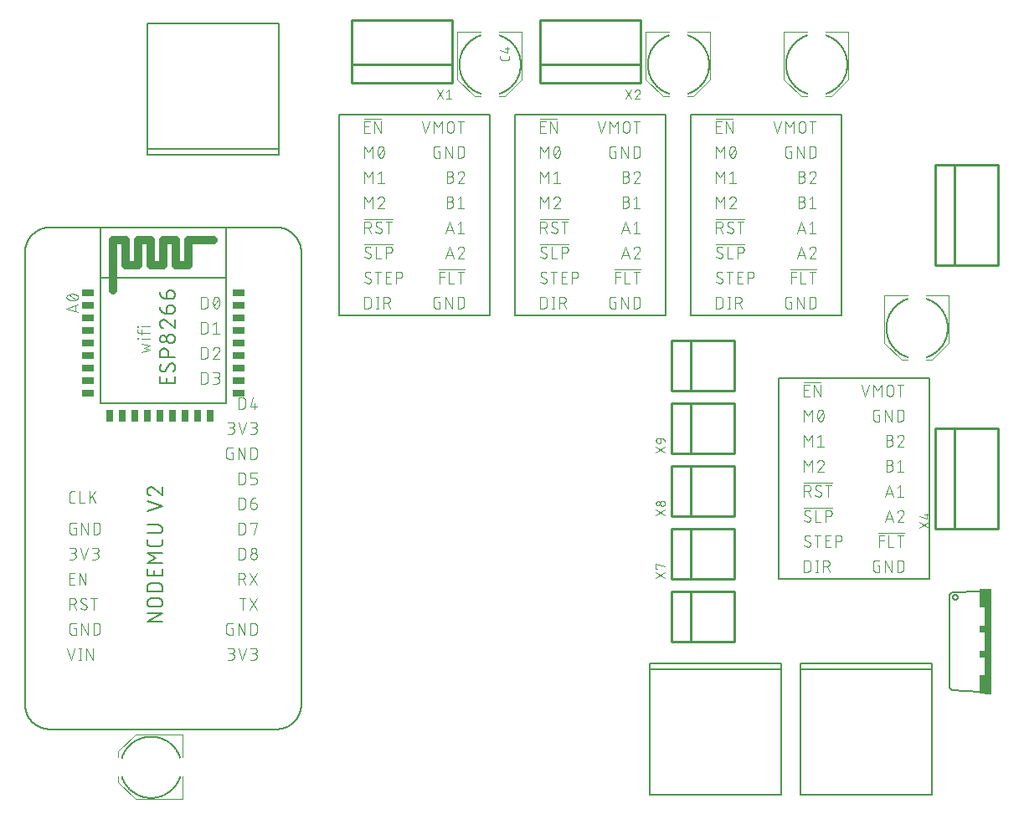
<source format=gbr>
G04 EAGLE Gerber RS-274X export*
G75*
%MOMM*%
%FSLAX34Y34*%
%LPD*%
%INSilkscreen Top*%
%IPPOS*%
%AMOC8*
5,1,8,0,0,1.08239X$1,22.5*%
G01*
%ADD10C,0.101600*%
%ADD11C,0.010159*%
%ADD12C,0.076200*%
%ADD13C,0.127000*%
%ADD14C,0.203200*%
%ADD15R,1.270000X0.635000*%
%ADD16R,0.635000X1.270000*%
%ADD17C,0.812800*%
%ADD18R,0.762000X10.668000*%
%ADD19R,0.508000X1.905000*%
%ADD20R,0.508000X0.762000*%
%ADD21C,0.254000*%


D10*
X923900Y515100D02*
X946900Y515100D01*
X946900Y467100D01*
X929900Y450100D01*
X923900Y450100D01*
X904900Y450100D02*
X898900Y450100D01*
X881900Y467100D01*
X881900Y515100D01*
X904900Y515100D01*
D11*
X924088Y452681D02*
X923808Y453551D01*
X924515Y453789D01*
X925215Y454045D01*
X925909Y454317D01*
X926597Y454607D01*
X927276Y454913D01*
X927949Y455235D01*
X928613Y455574D01*
X929268Y455929D01*
X929915Y456300D01*
X930553Y456687D01*
X931181Y457089D01*
X931798Y457507D01*
X932406Y457939D01*
X933003Y458386D01*
X933588Y458847D01*
X934163Y459323D01*
X934725Y459812D01*
X935275Y460315D01*
X935813Y460832D01*
X936338Y461361D01*
X936850Y461903D01*
X937349Y462457D01*
X937834Y463024D01*
X938305Y463602D01*
X938762Y464191D01*
X939204Y464791D01*
X939631Y465402D01*
X940044Y466024D01*
X940441Y466655D01*
X940823Y467295D01*
X941188Y467945D01*
X941538Y468603D01*
X941872Y469270D01*
X942189Y469945D01*
X942490Y470627D01*
X942774Y471317D01*
X943041Y472013D01*
X943291Y472715D01*
X943524Y473424D01*
X943739Y474137D01*
X943937Y474856D01*
X944117Y475580D01*
X944280Y476308D01*
X944424Y477039D01*
X944551Y477774D01*
X944660Y478511D01*
X944751Y479251D01*
X944824Y479993D01*
X944878Y480737D01*
X944915Y481482D01*
X944933Y482227D01*
X944933Y482973D01*
X944915Y483718D01*
X944878Y484463D01*
X944824Y485207D01*
X944751Y485949D01*
X944660Y486689D01*
X944551Y487426D01*
X944424Y488161D01*
X944280Y488892D01*
X944117Y489620D01*
X943937Y490344D01*
X943739Y491063D01*
X943524Y491776D01*
X943291Y492485D01*
X943041Y493187D01*
X942774Y493883D01*
X942490Y494573D01*
X942189Y495255D01*
X941872Y495930D01*
X941538Y496597D01*
X941188Y497255D01*
X940823Y497905D01*
X940441Y498545D01*
X940044Y499176D01*
X939631Y499798D01*
X939204Y500409D01*
X938762Y501009D01*
X938305Y501598D01*
X937834Y502176D01*
X937349Y502743D01*
X936850Y503297D01*
X936338Y503839D01*
X935813Y504368D01*
X935275Y504885D01*
X934725Y505388D01*
X934163Y505877D01*
X933588Y506353D01*
X933003Y506814D01*
X932406Y507261D01*
X931798Y507693D01*
X931181Y508111D01*
X930553Y508513D01*
X929915Y508900D01*
X929268Y509271D01*
X928613Y509626D01*
X927949Y509965D01*
X927276Y510287D01*
X926597Y510593D01*
X925909Y510883D01*
X925215Y511155D01*
X924515Y511411D01*
X923808Y511649D01*
X924088Y512519D01*
X924089Y512519D01*
X924816Y512274D01*
X925538Y512011D01*
X926253Y511730D01*
X926960Y511432D01*
X927661Y511117D01*
X928353Y510784D01*
X929037Y510435D01*
X929712Y510070D01*
X930378Y509687D01*
X931035Y509289D01*
X931682Y508875D01*
X932318Y508445D01*
X932944Y508000D01*
X933559Y507540D01*
X934162Y507064D01*
X934753Y506575D01*
X935333Y506070D01*
X935900Y505552D01*
X936454Y505021D01*
X936994Y504475D01*
X937522Y503917D01*
X938035Y503346D01*
X938535Y502763D01*
X939020Y502168D01*
X939491Y501561D01*
X939946Y500942D01*
X940386Y500313D01*
X940811Y499673D01*
X941220Y499023D01*
X941613Y498363D01*
X941990Y497694D01*
X942350Y497016D01*
X942694Y496329D01*
X943021Y495634D01*
X943330Y494932D01*
X943623Y494222D01*
X943898Y493505D01*
X944155Y492781D01*
X944395Y492051D01*
X944617Y491316D01*
X944821Y490576D01*
X945007Y489831D01*
X945174Y489081D01*
X945323Y488328D01*
X945454Y487571D01*
X945566Y486811D01*
X945659Y486049D01*
X945734Y485285D01*
X945790Y484519D01*
X945828Y483752D01*
X945847Y482984D01*
X945847Y482216D01*
X945828Y481448D01*
X945790Y480681D01*
X945734Y479915D01*
X945659Y479151D01*
X945566Y478389D01*
X945454Y477629D01*
X945323Y476872D01*
X945174Y476119D01*
X945007Y475369D01*
X944821Y474624D01*
X944617Y473884D01*
X944395Y473149D01*
X944155Y472419D01*
X943898Y471695D01*
X943623Y470978D01*
X943330Y470268D01*
X943021Y469566D01*
X942694Y468871D01*
X942350Y468184D01*
X941990Y467506D01*
X941613Y466837D01*
X941220Y466177D01*
X940811Y465527D01*
X940386Y464887D01*
X939946Y464258D01*
X939491Y463639D01*
X939020Y463032D01*
X938535Y462437D01*
X938035Y461854D01*
X937522Y461283D01*
X936994Y460725D01*
X936454Y460179D01*
X935900Y459648D01*
X935333Y459130D01*
X934753Y458625D01*
X934162Y458136D01*
X933559Y457660D01*
X932944Y457200D01*
X932318Y456755D01*
X931682Y456325D01*
X931035Y455911D01*
X930378Y455513D01*
X929712Y455130D01*
X929037Y454765D01*
X928353Y454416D01*
X927661Y454083D01*
X926960Y453768D01*
X926253Y453470D01*
X925538Y453189D01*
X924816Y452926D01*
X924089Y452681D01*
X924059Y452772D01*
X924785Y453017D01*
X925504Y453279D01*
X926217Y453559D01*
X926922Y453856D01*
X927620Y454171D01*
X928310Y454502D01*
X928992Y454850D01*
X929666Y455214D01*
X930330Y455595D01*
X930984Y455992D01*
X931629Y456405D01*
X932264Y456834D01*
X932887Y457278D01*
X933500Y457737D01*
X934102Y458210D01*
X934691Y458699D01*
X935269Y459201D01*
X935834Y459718D01*
X936386Y460248D01*
X936926Y460792D01*
X937451Y461348D01*
X937963Y461917D01*
X938461Y462499D01*
X938945Y463092D01*
X939414Y463697D01*
X939868Y464314D01*
X940307Y464941D01*
X940731Y465579D01*
X941138Y466227D01*
X941530Y466885D01*
X941906Y467552D01*
X942265Y468228D01*
X942608Y468913D01*
X942933Y469605D01*
X943242Y470306D01*
X943534Y471014D01*
X943808Y471729D01*
X944065Y472450D01*
X944304Y473177D01*
X944525Y473910D01*
X944728Y474649D01*
X944913Y475392D01*
X945080Y476139D01*
X945229Y476890D01*
X945359Y477644D01*
X945471Y478402D01*
X945564Y479162D01*
X945639Y479924D01*
X945695Y480687D01*
X945732Y481452D01*
X945751Y482217D01*
X945751Y482983D01*
X945732Y483748D01*
X945695Y484513D01*
X945639Y485276D01*
X945564Y486038D01*
X945471Y486798D01*
X945359Y487556D01*
X945229Y488310D01*
X945080Y489061D01*
X944913Y489808D01*
X944728Y490551D01*
X944525Y491290D01*
X944304Y492023D01*
X944065Y492750D01*
X943808Y493471D01*
X943534Y494186D01*
X943242Y494894D01*
X942933Y495595D01*
X942608Y496287D01*
X942265Y496972D01*
X941906Y497648D01*
X941530Y498315D01*
X941138Y498973D01*
X940731Y499621D01*
X940307Y500259D01*
X939868Y500886D01*
X939414Y501503D01*
X938945Y502108D01*
X938461Y502701D01*
X937963Y503283D01*
X937451Y503852D01*
X936926Y504408D01*
X936386Y504952D01*
X935834Y505482D01*
X935269Y505999D01*
X934691Y506501D01*
X934102Y506990D01*
X933500Y507463D01*
X932887Y507922D01*
X932264Y508366D01*
X931629Y508795D01*
X930984Y509208D01*
X930330Y509605D01*
X929666Y509986D01*
X928992Y510350D01*
X928310Y510698D01*
X927620Y511029D01*
X926922Y511344D01*
X926217Y511641D01*
X925504Y511921D01*
X924785Y512183D01*
X924059Y512428D01*
X924030Y512337D01*
X924753Y512093D01*
X925470Y511831D01*
X926180Y511552D01*
X926884Y511256D01*
X927580Y510942D01*
X928268Y510612D01*
X928948Y510265D01*
X929619Y509902D01*
X930281Y509522D01*
X930934Y509126D01*
X931577Y508715D01*
X932209Y508287D01*
X932831Y507845D01*
X933442Y507387D01*
X934041Y506915D01*
X934629Y506428D01*
X935205Y505927D01*
X935768Y505412D01*
X936319Y504883D01*
X936857Y504342D01*
X937381Y503787D01*
X937891Y503219D01*
X938388Y502640D01*
X938870Y502048D01*
X939337Y501445D01*
X939790Y500830D01*
X940228Y500205D01*
X940650Y499569D01*
X941056Y498923D01*
X941447Y498267D01*
X941822Y497602D01*
X942180Y496928D01*
X942521Y496245D01*
X942846Y495555D01*
X943154Y494856D01*
X943445Y494150D01*
X943718Y493438D01*
X943974Y492719D01*
X944212Y491994D01*
X944433Y491263D01*
X944635Y490527D01*
X944820Y489786D01*
X944986Y489041D01*
X945134Y488293D01*
X945264Y487541D01*
X945376Y486785D01*
X945468Y486028D01*
X945543Y485268D01*
X945599Y484507D01*
X945636Y483745D01*
X945655Y482982D01*
X945655Y482218D01*
X945636Y481455D01*
X945599Y480693D01*
X945543Y479932D01*
X945468Y479172D01*
X945376Y478415D01*
X945264Y477659D01*
X945134Y476907D01*
X944986Y476159D01*
X944820Y475414D01*
X944635Y474673D01*
X944433Y473937D01*
X944212Y473206D01*
X943974Y472481D01*
X943718Y471762D01*
X943445Y471050D01*
X943154Y470344D01*
X942846Y469645D01*
X942521Y468955D01*
X942180Y468272D01*
X941822Y467598D01*
X941447Y466933D01*
X941056Y466277D01*
X940650Y465631D01*
X940228Y464995D01*
X939790Y464370D01*
X939337Y463755D01*
X938870Y463152D01*
X938388Y462560D01*
X937891Y461981D01*
X937381Y461413D01*
X936857Y460858D01*
X936319Y460317D01*
X935768Y459788D01*
X935205Y459273D01*
X934629Y458772D01*
X934041Y458285D01*
X933442Y457813D01*
X932831Y457355D01*
X932209Y456913D01*
X931577Y456485D01*
X930934Y456074D01*
X930281Y455678D01*
X929619Y455298D01*
X928948Y454935D01*
X928268Y454588D01*
X927580Y454258D01*
X926884Y453944D01*
X926180Y453648D01*
X925470Y453369D01*
X924753Y453107D01*
X924030Y452863D01*
X924000Y452955D01*
X924721Y453198D01*
X925436Y453459D01*
X926144Y453737D01*
X926846Y454032D01*
X927540Y454345D01*
X928226Y454674D01*
X928903Y455020D01*
X929572Y455382D01*
X930232Y455761D01*
X930883Y456155D01*
X931524Y456566D01*
X932154Y456992D01*
X932774Y457433D01*
X933383Y457889D01*
X933981Y458360D01*
X934567Y458845D01*
X935141Y459345D01*
X935703Y459858D01*
X936252Y460385D01*
X936788Y460925D01*
X937310Y461478D01*
X937819Y462044D01*
X938314Y462622D01*
X938795Y463212D01*
X939261Y463813D01*
X939712Y464426D01*
X940148Y465049D01*
X940569Y465683D01*
X940975Y466327D01*
X941364Y466981D01*
X941737Y467644D01*
X942094Y468316D01*
X942435Y468997D01*
X942759Y469685D01*
X943066Y470381D01*
X943355Y471085D01*
X943628Y471795D01*
X943883Y472512D01*
X944121Y473235D01*
X944340Y473964D01*
X944542Y474697D01*
X944726Y475436D01*
X944892Y476178D01*
X945040Y476925D01*
X945169Y477675D01*
X945280Y478427D01*
X945373Y479183D01*
X945447Y479940D01*
X945503Y480699D01*
X945540Y481459D01*
X945559Y482220D01*
X945559Y482980D01*
X945540Y483741D01*
X945503Y484501D01*
X945447Y485260D01*
X945373Y486017D01*
X945280Y486773D01*
X945169Y487525D01*
X945040Y488275D01*
X944892Y489022D01*
X944726Y489764D01*
X944542Y490503D01*
X944340Y491236D01*
X944121Y491965D01*
X943883Y492688D01*
X943628Y493405D01*
X943355Y494115D01*
X943066Y494819D01*
X942759Y495515D01*
X942435Y496203D01*
X942094Y496884D01*
X941737Y497556D01*
X941364Y498219D01*
X940975Y498873D01*
X940569Y499517D01*
X940148Y500151D01*
X939712Y500774D01*
X939261Y501387D01*
X938795Y501988D01*
X938314Y502578D01*
X937819Y503156D01*
X937310Y503722D01*
X936788Y504275D01*
X936252Y504815D01*
X935703Y505342D01*
X935141Y505855D01*
X934567Y506355D01*
X933981Y506840D01*
X933383Y507311D01*
X932774Y507767D01*
X932154Y508208D01*
X931524Y508634D01*
X930883Y509045D01*
X930232Y509439D01*
X929572Y509818D01*
X928903Y510180D01*
X928226Y510526D01*
X927540Y510855D01*
X926846Y511168D01*
X926144Y511463D01*
X925436Y511741D01*
X924721Y512002D01*
X924000Y512245D01*
X923971Y512154D01*
X924690Y511911D01*
X925402Y511651D01*
X926108Y511374D01*
X926807Y511080D01*
X927499Y510768D01*
X928183Y510440D01*
X928859Y510095D01*
X929526Y509734D01*
X930184Y509356D01*
X930832Y508963D01*
X931471Y508554D01*
X932100Y508129D01*
X932718Y507690D01*
X933325Y507235D01*
X933921Y506765D01*
X934505Y506282D01*
X935077Y505784D01*
X935637Y505272D01*
X936185Y504746D01*
X936719Y504208D01*
X937240Y503657D01*
X937747Y503093D01*
X938241Y502516D01*
X938720Y501928D01*
X939184Y501329D01*
X939634Y500718D01*
X940069Y500096D01*
X940489Y499464D01*
X940893Y498822D01*
X941281Y498171D01*
X941653Y497510D01*
X942009Y496840D01*
X942349Y496161D01*
X942671Y495475D01*
X942977Y494781D01*
X943266Y494079D01*
X943538Y493371D01*
X943792Y492657D01*
X944029Y491936D01*
X944248Y491210D01*
X944449Y490478D01*
X944633Y489742D01*
X944798Y489002D01*
X944945Y488258D01*
X945074Y487510D01*
X945185Y486760D01*
X945278Y486007D01*
X945352Y485252D01*
X945407Y484495D01*
X945444Y483738D01*
X945463Y482979D01*
X945463Y482221D01*
X945444Y481462D01*
X945407Y480705D01*
X945352Y479948D01*
X945278Y479193D01*
X945185Y478440D01*
X945074Y477690D01*
X944945Y476942D01*
X944798Y476198D01*
X944633Y475458D01*
X944449Y474722D01*
X944248Y473990D01*
X944029Y473264D01*
X943792Y472543D01*
X943538Y471829D01*
X943266Y471121D01*
X942977Y470419D01*
X942671Y469725D01*
X942349Y469039D01*
X942009Y468360D01*
X941653Y467690D01*
X941281Y467029D01*
X940893Y466378D01*
X940489Y465736D01*
X940069Y465104D01*
X939634Y464482D01*
X939184Y463871D01*
X938720Y463272D01*
X938241Y462684D01*
X937747Y462107D01*
X937240Y461543D01*
X936719Y460992D01*
X936185Y460454D01*
X935637Y459928D01*
X935077Y459416D01*
X934505Y458918D01*
X933921Y458435D01*
X933325Y457965D01*
X932718Y457510D01*
X932100Y457071D01*
X931471Y456646D01*
X930832Y456237D01*
X930184Y455844D01*
X929526Y455466D01*
X928859Y455105D01*
X928183Y454760D01*
X927499Y454432D01*
X926807Y454120D01*
X926108Y453826D01*
X925402Y453549D01*
X924690Y453289D01*
X923971Y453046D01*
X923942Y453138D01*
X924658Y453379D01*
X925368Y453638D01*
X926072Y453915D01*
X926769Y454208D01*
X927459Y454519D01*
X928141Y454846D01*
X928814Y455190D01*
X929479Y455550D01*
X930135Y455926D01*
X930782Y456318D01*
X931419Y456726D01*
X932045Y457150D01*
X932661Y457588D01*
X933267Y458041D01*
X933861Y458509D01*
X934443Y458992D01*
X935014Y459488D01*
X935572Y459998D01*
X936117Y460522D01*
X936650Y461059D01*
X937169Y461609D01*
X937675Y462171D01*
X938167Y462745D01*
X938645Y463331D01*
X939108Y463929D01*
X939556Y464538D01*
X939990Y465158D01*
X940408Y465788D01*
X940811Y466428D01*
X941198Y467077D01*
X941569Y467736D01*
X941924Y468404D01*
X942262Y469080D01*
X942584Y469765D01*
X942889Y470457D01*
X943177Y471156D01*
X943448Y471862D01*
X943701Y472575D01*
X943937Y473293D01*
X944156Y474017D01*
X944357Y474746D01*
X944539Y475480D01*
X944704Y476218D01*
X944851Y476960D01*
X944980Y477705D01*
X945090Y478453D01*
X945182Y479204D01*
X945256Y479956D01*
X945311Y480711D01*
X945348Y481466D01*
X945367Y482222D01*
X945367Y482978D01*
X945348Y483734D01*
X945311Y484489D01*
X945256Y485244D01*
X945182Y485996D01*
X945090Y486747D01*
X944980Y487495D01*
X944851Y488240D01*
X944704Y488982D01*
X944539Y489720D01*
X944357Y490454D01*
X944156Y491183D01*
X943937Y491907D01*
X943701Y492625D01*
X943448Y493338D01*
X943177Y494044D01*
X942889Y494743D01*
X942584Y495435D01*
X942262Y496120D01*
X941924Y496796D01*
X941569Y497464D01*
X941198Y498123D01*
X940811Y498772D01*
X940408Y499412D01*
X939990Y500042D01*
X939556Y500662D01*
X939108Y501271D01*
X938645Y501869D01*
X938167Y502455D01*
X937675Y503029D01*
X937169Y503591D01*
X936650Y504141D01*
X936117Y504678D01*
X935572Y505202D01*
X935014Y505712D01*
X934443Y506208D01*
X933861Y506691D01*
X933267Y507159D01*
X932661Y507612D01*
X932045Y508050D01*
X931419Y508474D01*
X930782Y508882D01*
X930135Y509274D01*
X929479Y509650D01*
X928814Y510010D01*
X928141Y510354D01*
X927459Y510681D01*
X926769Y510992D01*
X926072Y511285D01*
X925368Y511562D01*
X924658Y511821D01*
X923942Y512062D01*
X923912Y511971D01*
X924626Y511730D01*
X925335Y511472D01*
X926036Y511196D01*
X926731Y510903D01*
X927418Y510594D01*
X928098Y510268D01*
X928770Y509925D01*
X929433Y509566D01*
X930086Y509191D01*
X930731Y508800D01*
X931366Y508393D01*
X931991Y507971D01*
X932605Y507534D01*
X933208Y507082D01*
X933800Y506616D01*
X934381Y506135D01*
X934950Y505640D01*
X935506Y505132D01*
X936050Y504609D01*
X936581Y504074D01*
X937099Y503526D01*
X937603Y502966D01*
X938093Y502393D01*
X938570Y501809D01*
X939031Y501213D01*
X939478Y500606D01*
X939911Y499988D01*
X940328Y499360D01*
X940729Y498722D01*
X941115Y498074D01*
X941485Y497417D01*
X941838Y496752D01*
X942176Y496078D01*
X942497Y495395D01*
X942801Y494705D01*
X943088Y494008D01*
X943358Y493305D01*
X943611Y492594D01*
X943846Y491878D01*
X944064Y491156D01*
X944264Y490429D01*
X944446Y489698D01*
X944610Y488962D01*
X944757Y488223D01*
X944885Y487480D01*
X944995Y486734D01*
X945087Y485986D01*
X945160Y485235D01*
X945215Y484484D01*
X945252Y483731D01*
X945271Y482977D01*
X945271Y482223D01*
X945252Y481469D01*
X945215Y480716D01*
X945160Y479965D01*
X945087Y479214D01*
X944995Y478466D01*
X944885Y477720D01*
X944757Y476977D01*
X944610Y476238D01*
X944446Y475502D01*
X944264Y474771D01*
X944064Y474044D01*
X943846Y473322D01*
X943611Y472606D01*
X943358Y471895D01*
X943088Y471192D01*
X942801Y470495D01*
X942497Y469805D01*
X942176Y469122D01*
X941838Y468448D01*
X941485Y467783D01*
X941115Y467126D01*
X940729Y466478D01*
X940328Y465840D01*
X939911Y465212D01*
X939478Y464594D01*
X939031Y463987D01*
X938570Y463391D01*
X938093Y462807D01*
X937603Y462234D01*
X937099Y461674D01*
X936581Y461126D01*
X936050Y460591D01*
X935506Y460068D01*
X934950Y459560D01*
X934381Y459065D01*
X933800Y458584D01*
X933208Y458118D01*
X932605Y457666D01*
X931991Y457229D01*
X931366Y456807D01*
X930731Y456400D01*
X930086Y456009D01*
X929433Y455634D01*
X928770Y455275D01*
X928098Y454932D01*
X927418Y454606D01*
X926731Y454297D01*
X926036Y454004D01*
X925335Y453728D01*
X924626Y453470D01*
X923912Y453229D01*
X923883Y453320D01*
X924595Y453561D01*
X925301Y453818D01*
X926000Y454093D01*
X926693Y454385D01*
X927378Y454693D01*
X928056Y455018D01*
X928725Y455360D01*
X929386Y455718D01*
X930038Y456092D01*
X930680Y456482D01*
X931313Y456887D01*
X931936Y457307D01*
X932548Y457743D01*
X933150Y458194D01*
X933740Y458659D01*
X934319Y459138D01*
X934886Y459632D01*
X935441Y460139D01*
X935983Y460659D01*
X936512Y461193D01*
X937028Y461739D01*
X937531Y462298D01*
X938020Y462868D01*
X938494Y463451D01*
X938955Y464045D01*
X939401Y464650D01*
X939831Y465266D01*
X940247Y465892D01*
X940647Y466528D01*
X941032Y467174D01*
X941401Y467829D01*
X941753Y468492D01*
X942090Y469164D01*
X942409Y469845D01*
X942712Y470532D01*
X942999Y471227D01*
X943268Y471929D01*
X943520Y472637D01*
X943754Y473351D01*
X943971Y474070D01*
X944171Y474795D01*
X944353Y475524D01*
X944516Y476258D01*
X944662Y476995D01*
X944790Y477735D01*
X944900Y478479D01*
X944991Y479225D01*
X945065Y479973D01*
X945120Y480722D01*
X945156Y481473D01*
X945175Y482224D01*
X945175Y482976D01*
X945156Y483727D01*
X945120Y484478D01*
X945065Y485227D01*
X944991Y485975D01*
X944900Y486721D01*
X944790Y487465D01*
X944662Y488205D01*
X944516Y488942D01*
X944353Y489676D01*
X944171Y490405D01*
X943971Y491130D01*
X943754Y491849D01*
X943520Y492563D01*
X943268Y493271D01*
X942999Y493973D01*
X942712Y494668D01*
X942409Y495355D01*
X942090Y496036D01*
X941753Y496708D01*
X941401Y497371D01*
X941032Y498026D01*
X940647Y498672D01*
X940247Y499308D01*
X939831Y499934D01*
X939401Y500550D01*
X938955Y501155D01*
X938494Y501749D01*
X938020Y502332D01*
X937531Y502902D01*
X937028Y503461D01*
X936512Y504007D01*
X935983Y504541D01*
X935441Y505061D01*
X934886Y505568D01*
X934319Y506062D01*
X933740Y506541D01*
X933150Y507006D01*
X932548Y507457D01*
X931936Y507893D01*
X931313Y508313D01*
X930680Y508718D01*
X930038Y509108D01*
X929386Y509482D01*
X928725Y509840D01*
X928056Y510182D01*
X927378Y510507D01*
X926693Y510815D01*
X926000Y511107D01*
X925301Y511382D01*
X924595Y511639D01*
X923883Y511880D01*
X923853Y511788D01*
X924563Y511549D01*
X925267Y511292D01*
X925964Y511018D01*
X926655Y510727D01*
X927338Y510420D01*
X928013Y510096D01*
X928680Y509755D01*
X929339Y509398D01*
X929989Y509025D01*
X930630Y508637D01*
X931261Y508233D01*
X931881Y507814D01*
X932492Y507379D01*
X933091Y506930D01*
X933680Y506466D01*
X934257Y505989D01*
X934822Y505497D01*
X935375Y504991D01*
X935916Y504472D01*
X936443Y503941D01*
X936958Y503396D01*
X937459Y502839D01*
X937946Y502270D01*
X938419Y501689D01*
X938878Y501097D01*
X939323Y500494D01*
X939752Y499880D01*
X940166Y499256D01*
X940565Y498622D01*
X940949Y497978D01*
X941316Y497325D01*
X941668Y496664D01*
X942003Y495994D01*
X942322Y495316D01*
X942624Y494630D01*
X942909Y493937D01*
X943178Y493238D01*
X943429Y492532D01*
X943663Y491820D01*
X943879Y491103D01*
X944078Y490381D01*
X944259Y489654D01*
X944422Y488923D01*
X944568Y488188D01*
X944695Y487449D01*
X944805Y486708D01*
X944896Y485965D01*
X944969Y485219D01*
X945024Y484472D01*
X945060Y483724D01*
X945079Y482975D01*
X945079Y482225D01*
X945060Y481476D01*
X945024Y480728D01*
X944969Y479981D01*
X944896Y479235D01*
X944805Y478492D01*
X944695Y477751D01*
X944568Y477012D01*
X944422Y476277D01*
X944259Y475546D01*
X944078Y474819D01*
X943879Y474097D01*
X943663Y473380D01*
X943429Y472668D01*
X943178Y471962D01*
X942909Y471263D01*
X942624Y470570D01*
X942322Y469884D01*
X942003Y469206D01*
X941668Y468536D01*
X941316Y467875D01*
X940949Y467222D01*
X940565Y466578D01*
X940166Y465944D01*
X939752Y465320D01*
X939323Y464706D01*
X938878Y464103D01*
X938419Y463511D01*
X937946Y462930D01*
X937459Y462361D01*
X936958Y461804D01*
X936443Y461259D01*
X935916Y460728D01*
X935375Y460209D01*
X934822Y459703D01*
X934257Y459211D01*
X933680Y458734D01*
X933091Y458270D01*
X932492Y457821D01*
X931881Y457386D01*
X931261Y456967D01*
X930630Y456563D01*
X929989Y456175D01*
X929339Y455802D01*
X928680Y455445D01*
X928013Y455104D01*
X927338Y454780D01*
X926655Y454473D01*
X925964Y454182D01*
X925267Y453908D01*
X924563Y453651D01*
X923853Y453412D01*
X923824Y453503D01*
X924531Y453742D01*
X925233Y453998D01*
X925928Y454271D01*
X926616Y454561D01*
X927297Y454867D01*
X927971Y455191D01*
X928636Y455530D01*
X929293Y455886D01*
X929940Y456257D01*
X930579Y456645D01*
X931208Y457047D01*
X931827Y457465D01*
X932435Y457898D01*
X933033Y458346D01*
X933620Y458808D01*
X934195Y459285D01*
X934758Y459775D01*
X935310Y460279D01*
X935848Y460796D01*
X936374Y461326D01*
X936887Y461869D01*
X937387Y462424D01*
X937872Y462992D01*
X938344Y463571D01*
X938802Y464161D01*
X939245Y464762D01*
X939673Y465374D01*
X940086Y465996D01*
X940484Y466629D01*
X940866Y467270D01*
X941232Y467921D01*
X941583Y468580D01*
X941917Y469248D01*
X942235Y469924D01*
X942536Y470608D01*
X942820Y471298D01*
X943088Y471995D01*
X943338Y472699D01*
X943571Y473409D01*
X943787Y474124D01*
X943985Y474844D01*
X944166Y475568D01*
X944329Y476297D01*
X944474Y477030D01*
X944601Y477766D01*
X944710Y478505D01*
X944801Y479246D01*
X944873Y479989D01*
X944928Y480734D01*
X944964Y481480D01*
X944983Y482227D01*
X944983Y482973D01*
X944964Y483720D01*
X944928Y484466D01*
X944873Y485211D01*
X944801Y485954D01*
X944710Y486695D01*
X944601Y487434D01*
X944474Y488170D01*
X944329Y488903D01*
X944166Y489632D01*
X943985Y490356D01*
X943787Y491076D01*
X943571Y491791D01*
X943338Y492501D01*
X943088Y493205D01*
X942820Y493902D01*
X942536Y494592D01*
X942235Y495276D01*
X941917Y495952D01*
X941583Y496620D01*
X941232Y497279D01*
X940866Y497930D01*
X940484Y498571D01*
X940086Y499204D01*
X939673Y499826D01*
X939245Y500438D01*
X938802Y501039D01*
X938344Y501629D01*
X937872Y502208D01*
X937387Y502776D01*
X936887Y503331D01*
X936374Y503874D01*
X935848Y504404D01*
X935310Y504921D01*
X934758Y505425D01*
X934195Y505915D01*
X933620Y506392D01*
X933033Y506854D01*
X932435Y507302D01*
X931827Y507735D01*
X931208Y508153D01*
X930579Y508555D01*
X929940Y508943D01*
X929293Y509314D01*
X928636Y509670D01*
X927971Y510009D01*
X927297Y510333D01*
X926616Y510639D01*
X925928Y510929D01*
X925233Y511202D01*
X924531Y511458D01*
X923824Y511697D01*
X904712Y512519D02*
X904992Y511649D01*
X904285Y511411D01*
X903585Y511155D01*
X902891Y510883D01*
X902203Y510593D01*
X901524Y510287D01*
X900851Y509965D01*
X900187Y509626D01*
X899532Y509271D01*
X898885Y508900D01*
X898247Y508513D01*
X897619Y508111D01*
X897002Y507693D01*
X896394Y507261D01*
X895797Y506814D01*
X895212Y506353D01*
X894637Y505877D01*
X894075Y505388D01*
X893525Y504885D01*
X892987Y504368D01*
X892462Y503839D01*
X891950Y503297D01*
X891451Y502743D01*
X890966Y502176D01*
X890495Y501598D01*
X890038Y501009D01*
X889596Y500409D01*
X889169Y499798D01*
X888756Y499176D01*
X888359Y498545D01*
X887977Y497905D01*
X887612Y497255D01*
X887262Y496597D01*
X886928Y495930D01*
X886611Y495255D01*
X886310Y494573D01*
X886026Y493883D01*
X885759Y493187D01*
X885509Y492485D01*
X885276Y491776D01*
X885061Y491063D01*
X884863Y490344D01*
X884683Y489620D01*
X884520Y488892D01*
X884376Y488161D01*
X884249Y487426D01*
X884140Y486689D01*
X884049Y485949D01*
X883976Y485207D01*
X883922Y484463D01*
X883885Y483718D01*
X883867Y482973D01*
X883867Y482227D01*
X883885Y481482D01*
X883922Y480737D01*
X883976Y479993D01*
X884049Y479251D01*
X884140Y478511D01*
X884249Y477774D01*
X884376Y477039D01*
X884520Y476308D01*
X884683Y475580D01*
X884863Y474856D01*
X885061Y474137D01*
X885276Y473424D01*
X885509Y472715D01*
X885759Y472013D01*
X886026Y471317D01*
X886310Y470627D01*
X886611Y469945D01*
X886928Y469270D01*
X887262Y468603D01*
X887612Y467945D01*
X887977Y467295D01*
X888359Y466655D01*
X888756Y466024D01*
X889169Y465402D01*
X889596Y464791D01*
X890038Y464191D01*
X890495Y463602D01*
X890966Y463024D01*
X891451Y462457D01*
X891950Y461903D01*
X892462Y461361D01*
X892987Y460832D01*
X893525Y460315D01*
X894075Y459812D01*
X894637Y459323D01*
X895212Y458847D01*
X895797Y458386D01*
X896394Y457939D01*
X897002Y457507D01*
X897619Y457089D01*
X898247Y456687D01*
X898885Y456300D01*
X899532Y455929D01*
X900187Y455574D01*
X900851Y455235D01*
X901524Y454913D01*
X902203Y454607D01*
X902891Y454317D01*
X903585Y454045D01*
X904285Y453789D01*
X904992Y453551D01*
X904712Y452681D01*
X904711Y452681D01*
X903984Y452926D01*
X903262Y453189D01*
X902547Y453470D01*
X901840Y453768D01*
X901139Y454083D01*
X900447Y454416D01*
X899763Y454765D01*
X899088Y455130D01*
X898422Y455513D01*
X897765Y455911D01*
X897118Y456325D01*
X896482Y456755D01*
X895856Y457200D01*
X895241Y457660D01*
X894638Y458136D01*
X894047Y458625D01*
X893467Y459130D01*
X892900Y459648D01*
X892346Y460179D01*
X891806Y460725D01*
X891278Y461283D01*
X890765Y461854D01*
X890265Y462437D01*
X889780Y463032D01*
X889309Y463639D01*
X888854Y464258D01*
X888414Y464887D01*
X887989Y465527D01*
X887580Y466177D01*
X887187Y466837D01*
X886810Y467506D01*
X886450Y468184D01*
X886106Y468871D01*
X885779Y469566D01*
X885470Y470268D01*
X885177Y470978D01*
X884902Y471695D01*
X884645Y472419D01*
X884405Y473149D01*
X884183Y473884D01*
X883979Y474624D01*
X883793Y475369D01*
X883626Y476119D01*
X883477Y476872D01*
X883346Y477629D01*
X883234Y478389D01*
X883141Y479151D01*
X883066Y479915D01*
X883010Y480681D01*
X882972Y481448D01*
X882953Y482216D01*
X882953Y482984D01*
X882972Y483752D01*
X883010Y484519D01*
X883066Y485285D01*
X883141Y486049D01*
X883234Y486811D01*
X883346Y487571D01*
X883477Y488328D01*
X883626Y489081D01*
X883793Y489831D01*
X883979Y490576D01*
X884183Y491316D01*
X884405Y492051D01*
X884645Y492781D01*
X884902Y493505D01*
X885177Y494222D01*
X885470Y494932D01*
X885779Y495634D01*
X886106Y496329D01*
X886450Y497016D01*
X886810Y497694D01*
X887187Y498363D01*
X887580Y499023D01*
X887989Y499673D01*
X888414Y500313D01*
X888854Y500942D01*
X889309Y501561D01*
X889780Y502168D01*
X890265Y502763D01*
X890765Y503346D01*
X891278Y503917D01*
X891806Y504475D01*
X892346Y505021D01*
X892900Y505552D01*
X893467Y506070D01*
X894047Y506575D01*
X894638Y507064D01*
X895241Y507540D01*
X895856Y508000D01*
X896482Y508445D01*
X897118Y508875D01*
X897765Y509289D01*
X898422Y509687D01*
X899088Y510070D01*
X899763Y510435D01*
X900447Y510784D01*
X901139Y511117D01*
X901840Y511432D01*
X902547Y511730D01*
X903262Y512011D01*
X903984Y512274D01*
X904711Y512519D01*
X904741Y512428D01*
X904015Y512183D01*
X903296Y511921D01*
X902583Y511641D01*
X901878Y511344D01*
X901180Y511029D01*
X900490Y510698D01*
X899808Y510350D01*
X899134Y509986D01*
X898470Y509605D01*
X897816Y509208D01*
X897171Y508795D01*
X896536Y508366D01*
X895913Y507922D01*
X895300Y507463D01*
X894698Y506990D01*
X894109Y506501D01*
X893531Y505999D01*
X892966Y505482D01*
X892414Y504952D01*
X891874Y504408D01*
X891349Y503852D01*
X890837Y503283D01*
X890339Y502701D01*
X889855Y502108D01*
X889386Y501503D01*
X888932Y500886D01*
X888493Y500259D01*
X888069Y499621D01*
X887662Y498973D01*
X887270Y498315D01*
X886894Y497648D01*
X886535Y496972D01*
X886192Y496287D01*
X885867Y495595D01*
X885558Y494894D01*
X885266Y494186D01*
X884992Y493471D01*
X884735Y492750D01*
X884496Y492023D01*
X884275Y491290D01*
X884072Y490551D01*
X883887Y489808D01*
X883720Y489061D01*
X883571Y488310D01*
X883441Y487556D01*
X883329Y486798D01*
X883236Y486038D01*
X883161Y485276D01*
X883105Y484513D01*
X883068Y483748D01*
X883049Y482983D01*
X883049Y482217D01*
X883068Y481452D01*
X883105Y480687D01*
X883161Y479924D01*
X883236Y479162D01*
X883329Y478402D01*
X883441Y477644D01*
X883571Y476890D01*
X883720Y476139D01*
X883887Y475392D01*
X884072Y474649D01*
X884275Y473910D01*
X884496Y473177D01*
X884735Y472450D01*
X884992Y471729D01*
X885266Y471014D01*
X885558Y470306D01*
X885867Y469605D01*
X886192Y468913D01*
X886535Y468228D01*
X886894Y467552D01*
X887270Y466885D01*
X887662Y466227D01*
X888069Y465579D01*
X888493Y464941D01*
X888932Y464314D01*
X889386Y463697D01*
X889855Y463092D01*
X890339Y462499D01*
X890837Y461917D01*
X891349Y461348D01*
X891874Y460792D01*
X892414Y460248D01*
X892966Y459718D01*
X893531Y459201D01*
X894109Y458699D01*
X894698Y458210D01*
X895300Y457737D01*
X895913Y457278D01*
X896536Y456834D01*
X897171Y456405D01*
X897816Y455992D01*
X898470Y455595D01*
X899134Y455214D01*
X899808Y454850D01*
X900490Y454502D01*
X901180Y454171D01*
X901878Y453856D01*
X902583Y453559D01*
X903296Y453279D01*
X904015Y453017D01*
X904741Y452772D01*
X904770Y452863D01*
X904047Y453107D01*
X903330Y453369D01*
X902620Y453648D01*
X901916Y453944D01*
X901220Y454258D01*
X900532Y454588D01*
X899852Y454935D01*
X899181Y455298D01*
X898519Y455678D01*
X897866Y456074D01*
X897223Y456485D01*
X896591Y456913D01*
X895969Y457355D01*
X895358Y457813D01*
X894759Y458285D01*
X894171Y458772D01*
X893595Y459273D01*
X893032Y459788D01*
X892481Y460317D01*
X891943Y460858D01*
X891419Y461413D01*
X890909Y461981D01*
X890412Y462560D01*
X889930Y463152D01*
X889463Y463755D01*
X889010Y464370D01*
X888572Y464995D01*
X888150Y465631D01*
X887744Y466277D01*
X887353Y466933D01*
X886978Y467598D01*
X886620Y468272D01*
X886279Y468955D01*
X885954Y469645D01*
X885646Y470344D01*
X885355Y471050D01*
X885082Y471762D01*
X884826Y472481D01*
X884588Y473206D01*
X884367Y473937D01*
X884165Y474673D01*
X883980Y475414D01*
X883814Y476159D01*
X883666Y476907D01*
X883536Y477659D01*
X883424Y478415D01*
X883332Y479172D01*
X883257Y479932D01*
X883201Y480693D01*
X883164Y481455D01*
X883145Y482218D01*
X883145Y482982D01*
X883164Y483745D01*
X883201Y484507D01*
X883257Y485268D01*
X883332Y486028D01*
X883424Y486785D01*
X883536Y487541D01*
X883666Y488293D01*
X883814Y489041D01*
X883980Y489786D01*
X884165Y490527D01*
X884367Y491263D01*
X884588Y491994D01*
X884826Y492719D01*
X885082Y493438D01*
X885355Y494150D01*
X885646Y494856D01*
X885954Y495555D01*
X886279Y496245D01*
X886620Y496928D01*
X886978Y497602D01*
X887353Y498267D01*
X887744Y498923D01*
X888150Y499569D01*
X888572Y500205D01*
X889010Y500830D01*
X889463Y501445D01*
X889930Y502048D01*
X890412Y502640D01*
X890909Y503219D01*
X891419Y503787D01*
X891943Y504342D01*
X892481Y504883D01*
X893032Y505412D01*
X893595Y505927D01*
X894171Y506428D01*
X894759Y506915D01*
X895358Y507387D01*
X895969Y507845D01*
X896591Y508287D01*
X897223Y508715D01*
X897866Y509126D01*
X898519Y509522D01*
X899181Y509902D01*
X899852Y510265D01*
X900532Y510612D01*
X901220Y510942D01*
X901916Y511256D01*
X902620Y511552D01*
X903330Y511831D01*
X904047Y512093D01*
X904770Y512337D01*
X904800Y512245D01*
X904079Y512002D01*
X903364Y511741D01*
X902656Y511463D01*
X901954Y511168D01*
X901260Y510855D01*
X900574Y510526D01*
X899897Y510180D01*
X899228Y509818D01*
X898568Y509439D01*
X897917Y509045D01*
X897276Y508634D01*
X896646Y508208D01*
X896026Y507767D01*
X895417Y507311D01*
X894819Y506840D01*
X894233Y506355D01*
X893659Y505855D01*
X893097Y505342D01*
X892548Y504815D01*
X892012Y504275D01*
X891490Y503722D01*
X890981Y503156D01*
X890486Y502578D01*
X890005Y501988D01*
X889539Y501387D01*
X889088Y500774D01*
X888652Y500151D01*
X888231Y499517D01*
X887825Y498873D01*
X887436Y498219D01*
X887063Y497556D01*
X886706Y496884D01*
X886365Y496203D01*
X886041Y495515D01*
X885734Y494819D01*
X885445Y494115D01*
X885172Y493405D01*
X884917Y492688D01*
X884679Y491965D01*
X884460Y491236D01*
X884258Y490503D01*
X884074Y489764D01*
X883908Y489022D01*
X883760Y488275D01*
X883631Y487525D01*
X883520Y486773D01*
X883427Y486017D01*
X883353Y485260D01*
X883297Y484501D01*
X883260Y483741D01*
X883241Y482980D01*
X883241Y482220D01*
X883260Y481459D01*
X883297Y480699D01*
X883353Y479940D01*
X883427Y479183D01*
X883520Y478427D01*
X883631Y477675D01*
X883760Y476925D01*
X883908Y476178D01*
X884074Y475436D01*
X884258Y474697D01*
X884460Y473964D01*
X884679Y473235D01*
X884917Y472512D01*
X885172Y471795D01*
X885445Y471085D01*
X885734Y470381D01*
X886041Y469685D01*
X886365Y468997D01*
X886706Y468316D01*
X887063Y467644D01*
X887436Y466981D01*
X887825Y466327D01*
X888231Y465683D01*
X888652Y465049D01*
X889088Y464426D01*
X889539Y463813D01*
X890005Y463212D01*
X890486Y462622D01*
X890981Y462044D01*
X891490Y461478D01*
X892012Y460925D01*
X892548Y460385D01*
X893097Y459858D01*
X893659Y459345D01*
X894233Y458845D01*
X894819Y458360D01*
X895417Y457889D01*
X896026Y457433D01*
X896646Y456992D01*
X897276Y456566D01*
X897917Y456155D01*
X898568Y455761D01*
X899228Y455382D01*
X899897Y455020D01*
X900574Y454674D01*
X901260Y454345D01*
X901954Y454032D01*
X902656Y453737D01*
X903364Y453459D01*
X904079Y453198D01*
X904800Y452955D01*
X904829Y453046D01*
X904110Y453289D01*
X903398Y453549D01*
X902692Y453826D01*
X901993Y454120D01*
X901301Y454432D01*
X900617Y454760D01*
X899941Y455105D01*
X899274Y455466D01*
X898616Y455844D01*
X897968Y456237D01*
X897329Y456646D01*
X896700Y457071D01*
X896082Y457510D01*
X895475Y457965D01*
X894879Y458435D01*
X894295Y458918D01*
X893723Y459416D01*
X893163Y459928D01*
X892615Y460454D01*
X892081Y460992D01*
X891560Y461543D01*
X891053Y462107D01*
X890559Y462684D01*
X890080Y463272D01*
X889616Y463871D01*
X889166Y464482D01*
X888731Y465104D01*
X888311Y465736D01*
X887907Y466378D01*
X887519Y467029D01*
X887147Y467690D01*
X886791Y468360D01*
X886451Y469039D01*
X886129Y469725D01*
X885823Y470419D01*
X885534Y471121D01*
X885262Y471829D01*
X885008Y472543D01*
X884771Y473264D01*
X884552Y473990D01*
X884351Y474722D01*
X884167Y475458D01*
X884002Y476198D01*
X883855Y476942D01*
X883726Y477690D01*
X883615Y478440D01*
X883522Y479193D01*
X883448Y479948D01*
X883393Y480705D01*
X883356Y481462D01*
X883337Y482221D01*
X883337Y482979D01*
X883356Y483738D01*
X883393Y484495D01*
X883448Y485252D01*
X883522Y486007D01*
X883615Y486760D01*
X883726Y487510D01*
X883855Y488258D01*
X884002Y489002D01*
X884167Y489742D01*
X884351Y490478D01*
X884552Y491210D01*
X884771Y491936D01*
X885008Y492657D01*
X885262Y493371D01*
X885534Y494079D01*
X885823Y494781D01*
X886129Y495475D01*
X886451Y496161D01*
X886791Y496840D01*
X887147Y497510D01*
X887519Y498171D01*
X887907Y498822D01*
X888311Y499464D01*
X888731Y500096D01*
X889166Y500718D01*
X889616Y501329D01*
X890080Y501928D01*
X890559Y502516D01*
X891053Y503093D01*
X891560Y503657D01*
X892081Y504208D01*
X892615Y504746D01*
X893163Y505272D01*
X893723Y505784D01*
X894295Y506282D01*
X894879Y506765D01*
X895475Y507235D01*
X896082Y507690D01*
X896700Y508129D01*
X897329Y508554D01*
X897968Y508963D01*
X898616Y509356D01*
X899274Y509734D01*
X899941Y510095D01*
X900617Y510440D01*
X901301Y510768D01*
X901993Y511080D01*
X902692Y511374D01*
X903398Y511651D01*
X904110Y511911D01*
X904829Y512154D01*
X904858Y512062D01*
X904142Y511821D01*
X903432Y511562D01*
X902728Y511285D01*
X902031Y510992D01*
X901341Y510681D01*
X900659Y510354D01*
X899986Y510010D01*
X899321Y509650D01*
X898665Y509274D01*
X898018Y508882D01*
X897381Y508474D01*
X896755Y508050D01*
X896139Y507612D01*
X895533Y507159D01*
X894939Y506691D01*
X894357Y506208D01*
X893786Y505712D01*
X893228Y505202D01*
X892683Y504678D01*
X892150Y504141D01*
X891631Y503591D01*
X891125Y503029D01*
X890633Y502455D01*
X890155Y501869D01*
X889692Y501271D01*
X889244Y500662D01*
X888810Y500042D01*
X888392Y499412D01*
X887989Y498772D01*
X887602Y498123D01*
X887231Y497464D01*
X886876Y496796D01*
X886538Y496120D01*
X886216Y495435D01*
X885911Y494743D01*
X885623Y494044D01*
X885352Y493338D01*
X885099Y492625D01*
X884863Y491907D01*
X884644Y491183D01*
X884443Y490454D01*
X884261Y489720D01*
X884096Y488982D01*
X883949Y488240D01*
X883820Y487495D01*
X883710Y486747D01*
X883618Y485996D01*
X883544Y485244D01*
X883489Y484489D01*
X883452Y483734D01*
X883433Y482978D01*
X883433Y482222D01*
X883452Y481466D01*
X883489Y480711D01*
X883544Y479956D01*
X883618Y479204D01*
X883710Y478453D01*
X883820Y477705D01*
X883949Y476960D01*
X884096Y476218D01*
X884261Y475480D01*
X884443Y474746D01*
X884644Y474017D01*
X884863Y473293D01*
X885099Y472575D01*
X885352Y471862D01*
X885623Y471156D01*
X885911Y470457D01*
X886216Y469765D01*
X886538Y469080D01*
X886876Y468404D01*
X887231Y467736D01*
X887602Y467077D01*
X887989Y466428D01*
X888392Y465788D01*
X888810Y465158D01*
X889244Y464538D01*
X889692Y463929D01*
X890155Y463331D01*
X890633Y462745D01*
X891125Y462171D01*
X891631Y461609D01*
X892150Y461059D01*
X892683Y460522D01*
X893228Y459998D01*
X893786Y459488D01*
X894357Y458992D01*
X894939Y458509D01*
X895533Y458041D01*
X896139Y457588D01*
X896755Y457150D01*
X897381Y456726D01*
X898018Y456318D01*
X898665Y455926D01*
X899321Y455550D01*
X899986Y455190D01*
X900659Y454846D01*
X901341Y454519D01*
X902031Y454208D01*
X902728Y453915D01*
X903432Y453638D01*
X904142Y453379D01*
X904858Y453138D01*
X904888Y453229D01*
X904174Y453470D01*
X903465Y453728D01*
X902764Y454004D01*
X902069Y454297D01*
X901382Y454606D01*
X900702Y454932D01*
X900030Y455275D01*
X899367Y455634D01*
X898714Y456009D01*
X898069Y456400D01*
X897434Y456807D01*
X896809Y457229D01*
X896195Y457666D01*
X895592Y458118D01*
X895000Y458584D01*
X894419Y459065D01*
X893850Y459560D01*
X893294Y460068D01*
X892750Y460591D01*
X892219Y461126D01*
X891701Y461674D01*
X891197Y462234D01*
X890707Y462807D01*
X890230Y463391D01*
X889769Y463987D01*
X889322Y464594D01*
X888889Y465212D01*
X888472Y465840D01*
X888071Y466478D01*
X887685Y467126D01*
X887315Y467783D01*
X886962Y468448D01*
X886624Y469122D01*
X886303Y469805D01*
X885999Y470495D01*
X885712Y471192D01*
X885442Y471895D01*
X885189Y472606D01*
X884954Y473322D01*
X884736Y474044D01*
X884536Y474771D01*
X884354Y475502D01*
X884190Y476238D01*
X884043Y476977D01*
X883915Y477720D01*
X883805Y478466D01*
X883713Y479214D01*
X883640Y479965D01*
X883585Y480716D01*
X883548Y481469D01*
X883529Y482223D01*
X883529Y482977D01*
X883548Y483731D01*
X883585Y484484D01*
X883640Y485235D01*
X883713Y485986D01*
X883805Y486734D01*
X883915Y487480D01*
X884043Y488223D01*
X884190Y488962D01*
X884354Y489698D01*
X884536Y490429D01*
X884736Y491156D01*
X884954Y491878D01*
X885189Y492594D01*
X885442Y493305D01*
X885712Y494008D01*
X885999Y494705D01*
X886303Y495395D01*
X886624Y496078D01*
X886962Y496752D01*
X887315Y497417D01*
X887685Y498074D01*
X888071Y498722D01*
X888472Y499360D01*
X888889Y499988D01*
X889322Y500606D01*
X889769Y501213D01*
X890230Y501809D01*
X890707Y502393D01*
X891197Y502966D01*
X891701Y503526D01*
X892219Y504074D01*
X892750Y504609D01*
X893294Y505132D01*
X893850Y505640D01*
X894419Y506135D01*
X895000Y506616D01*
X895592Y507082D01*
X896195Y507534D01*
X896809Y507971D01*
X897434Y508393D01*
X898069Y508800D01*
X898714Y509191D01*
X899367Y509566D01*
X900030Y509925D01*
X900702Y510268D01*
X901382Y510594D01*
X902069Y510903D01*
X902764Y511196D01*
X903465Y511472D01*
X904174Y511730D01*
X904888Y511971D01*
X904917Y511880D01*
X904205Y511639D01*
X903499Y511382D01*
X902800Y511107D01*
X902107Y510815D01*
X901422Y510507D01*
X900744Y510182D01*
X900075Y509840D01*
X899414Y509482D01*
X898762Y509108D01*
X898120Y508718D01*
X897487Y508313D01*
X896864Y507893D01*
X896252Y507457D01*
X895650Y507006D01*
X895060Y506541D01*
X894481Y506062D01*
X893914Y505568D01*
X893359Y505061D01*
X892817Y504541D01*
X892288Y504007D01*
X891772Y503461D01*
X891269Y502902D01*
X890780Y502332D01*
X890306Y501749D01*
X889845Y501155D01*
X889399Y500550D01*
X888969Y499934D01*
X888553Y499308D01*
X888153Y498672D01*
X887768Y498026D01*
X887399Y497371D01*
X887047Y496708D01*
X886710Y496036D01*
X886391Y495355D01*
X886088Y494668D01*
X885801Y493973D01*
X885532Y493271D01*
X885280Y492563D01*
X885046Y491849D01*
X884829Y491130D01*
X884629Y490405D01*
X884447Y489676D01*
X884284Y488942D01*
X884138Y488205D01*
X884010Y487465D01*
X883900Y486721D01*
X883809Y485975D01*
X883735Y485227D01*
X883680Y484478D01*
X883644Y483727D01*
X883625Y482976D01*
X883625Y482224D01*
X883644Y481473D01*
X883680Y480722D01*
X883735Y479973D01*
X883809Y479225D01*
X883900Y478479D01*
X884010Y477735D01*
X884138Y476995D01*
X884284Y476258D01*
X884447Y475524D01*
X884629Y474795D01*
X884829Y474070D01*
X885046Y473351D01*
X885280Y472637D01*
X885532Y471929D01*
X885801Y471227D01*
X886088Y470532D01*
X886391Y469845D01*
X886710Y469164D01*
X887047Y468492D01*
X887399Y467829D01*
X887768Y467174D01*
X888153Y466528D01*
X888553Y465892D01*
X888969Y465266D01*
X889399Y464650D01*
X889845Y464045D01*
X890306Y463451D01*
X890780Y462868D01*
X891269Y462298D01*
X891772Y461739D01*
X892288Y461193D01*
X892817Y460659D01*
X893359Y460139D01*
X893914Y459632D01*
X894481Y459138D01*
X895060Y458659D01*
X895650Y458194D01*
X896252Y457743D01*
X896864Y457307D01*
X897487Y456887D01*
X898120Y456482D01*
X898762Y456092D01*
X899414Y455718D01*
X900075Y455360D01*
X900744Y455018D01*
X901422Y454693D01*
X902107Y454385D01*
X902800Y454093D01*
X903499Y453818D01*
X904205Y453561D01*
X904917Y453320D01*
X904947Y453412D01*
X904237Y453651D01*
X903533Y453908D01*
X902836Y454182D01*
X902145Y454473D01*
X901462Y454780D01*
X900787Y455104D01*
X900120Y455445D01*
X899461Y455802D01*
X898811Y456175D01*
X898170Y456563D01*
X897539Y456967D01*
X896919Y457386D01*
X896308Y457821D01*
X895709Y458270D01*
X895120Y458734D01*
X894543Y459211D01*
X893978Y459703D01*
X893425Y460209D01*
X892884Y460728D01*
X892357Y461259D01*
X891842Y461804D01*
X891341Y462361D01*
X890854Y462930D01*
X890381Y463511D01*
X889922Y464103D01*
X889477Y464706D01*
X889048Y465320D01*
X888634Y465944D01*
X888235Y466578D01*
X887851Y467222D01*
X887484Y467875D01*
X887132Y468536D01*
X886797Y469206D01*
X886478Y469884D01*
X886176Y470570D01*
X885891Y471263D01*
X885622Y471962D01*
X885371Y472668D01*
X885137Y473380D01*
X884921Y474097D01*
X884722Y474819D01*
X884541Y475546D01*
X884378Y476277D01*
X884232Y477012D01*
X884105Y477751D01*
X883995Y478492D01*
X883904Y479235D01*
X883831Y479981D01*
X883776Y480728D01*
X883740Y481476D01*
X883721Y482225D01*
X883721Y482975D01*
X883740Y483724D01*
X883776Y484472D01*
X883831Y485219D01*
X883904Y485965D01*
X883995Y486708D01*
X884105Y487449D01*
X884232Y488188D01*
X884378Y488923D01*
X884541Y489654D01*
X884722Y490381D01*
X884921Y491103D01*
X885137Y491820D01*
X885371Y492532D01*
X885622Y493238D01*
X885891Y493937D01*
X886176Y494630D01*
X886478Y495316D01*
X886797Y495994D01*
X887132Y496664D01*
X887484Y497325D01*
X887851Y497978D01*
X888235Y498622D01*
X888634Y499256D01*
X889048Y499880D01*
X889477Y500494D01*
X889922Y501097D01*
X890381Y501689D01*
X890854Y502270D01*
X891341Y502839D01*
X891842Y503396D01*
X892357Y503941D01*
X892884Y504472D01*
X893425Y504991D01*
X893978Y505497D01*
X894543Y505989D01*
X895120Y506466D01*
X895709Y506930D01*
X896308Y507379D01*
X896919Y507814D01*
X897539Y508233D01*
X898170Y508637D01*
X898811Y509025D01*
X899461Y509398D01*
X900120Y509755D01*
X900787Y510096D01*
X901462Y510420D01*
X902145Y510727D01*
X902836Y511018D01*
X903533Y511292D01*
X904237Y511549D01*
X904947Y511788D01*
X904976Y511697D01*
X904269Y511458D01*
X903567Y511202D01*
X902872Y510929D01*
X902184Y510639D01*
X901503Y510333D01*
X900829Y510009D01*
X900164Y509670D01*
X899507Y509314D01*
X898860Y508943D01*
X898221Y508555D01*
X897592Y508153D01*
X896973Y507735D01*
X896365Y507302D01*
X895767Y506854D01*
X895180Y506392D01*
X894605Y505915D01*
X894042Y505425D01*
X893490Y504921D01*
X892952Y504404D01*
X892426Y503874D01*
X891913Y503331D01*
X891413Y502776D01*
X890928Y502208D01*
X890456Y501629D01*
X889998Y501039D01*
X889555Y500438D01*
X889127Y499826D01*
X888714Y499204D01*
X888316Y498571D01*
X887934Y497930D01*
X887568Y497279D01*
X887217Y496620D01*
X886883Y495952D01*
X886565Y495276D01*
X886264Y494592D01*
X885980Y493902D01*
X885712Y493205D01*
X885462Y492501D01*
X885229Y491791D01*
X885013Y491076D01*
X884815Y490356D01*
X884634Y489632D01*
X884471Y488903D01*
X884326Y488170D01*
X884199Y487434D01*
X884090Y486695D01*
X883999Y485954D01*
X883927Y485211D01*
X883872Y484466D01*
X883836Y483720D01*
X883817Y482973D01*
X883817Y482227D01*
X883836Y481480D01*
X883872Y480734D01*
X883927Y479989D01*
X883999Y479246D01*
X884090Y478505D01*
X884199Y477766D01*
X884326Y477030D01*
X884471Y476297D01*
X884634Y475568D01*
X884815Y474844D01*
X885013Y474124D01*
X885229Y473409D01*
X885462Y472699D01*
X885712Y471995D01*
X885980Y471298D01*
X886264Y470608D01*
X886565Y469924D01*
X886883Y469248D01*
X887217Y468580D01*
X887568Y467921D01*
X887934Y467270D01*
X888316Y466629D01*
X888714Y465996D01*
X889127Y465374D01*
X889555Y464762D01*
X889998Y464161D01*
X890456Y463571D01*
X890928Y462992D01*
X891413Y462424D01*
X891913Y461869D01*
X892426Y461326D01*
X892952Y460796D01*
X893490Y460279D01*
X894042Y459775D01*
X894605Y459285D01*
X895180Y458808D01*
X895767Y458346D01*
X896365Y457898D01*
X896973Y457465D01*
X897592Y457047D01*
X898221Y456645D01*
X898860Y456257D01*
X899507Y455886D01*
X900164Y455530D01*
X900829Y455191D01*
X901503Y454867D01*
X902184Y454561D01*
X902872Y454271D01*
X903567Y453998D01*
X904269Y453742D01*
X904976Y453503D01*
D10*
X845300Y781800D02*
X822300Y781800D01*
X845300Y781800D02*
X845300Y733800D01*
X828300Y716800D01*
X822300Y716800D01*
X803300Y716800D02*
X797300Y716800D01*
X780300Y733800D01*
X780300Y781800D01*
X803300Y781800D01*
D11*
X822488Y719381D02*
X822208Y720251D01*
X822915Y720489D01*
X823615Y720745D01*
X824309Y721017D01*
X824997Y721307D01*
X825676Y721613D01*
X826349Y721935D01*
X827013Y722274D01*
X827668Y722629D01*
X828315Y723000D01*
X828953Y723387D01*
X829581Y723789D01*
X830198Y724207D01*
X830806Y724639D01*
X831403Y725086D01*
X831988Y725547D01*
X832563Y726023D01*
X833125Y726512D01*
X833675Y727015D01*
X834213Y727532D01*
X834738Y728061D01*
X835250Y728603D01*
X835749Y729157D01*
X836234Y729724D01*
X836705Y730302D01*
X837162Y730891D01*
X837604Y731491D01*
X838031Y732102D01*
X838444Y732724D01*
X838841Y733355D01*
X839223Y733995D01*
X839588Y734645D01*
X839938Y735303D01*
X840272Y735970D01*
X840589Y736645D01*
X840890Y737327D01*
X841174Y738017D01*
X841441Y738713D01*
X841691Y739415D01*
X841924Y740124D01*
X842139Y740837D01*
X842337Y741556D01*
X842517Y742280D01*
X842680Y743008D01*
X842824Y743739D01*
X842951Y744474D01*
X843060Y745211D01*
X843151Y745951D01*
X843224Y746693D01*
X843278Y747437D01*
X843315Y748182D01*
X843333Y748927D01*
X843333Y749673D01*
X843315Y750418D01*
X843278Y751163D01*
X843224Y751907D01*
X843151Y752649D01*
X843060Y753389D01*
X842951Y754126D01*
X842824Y754861D01*
X842680Y755592D01*
X842517Y756320D01*
X842337Y757044D01*
X842139Y757763D01*
X841924Y758476D01*
X841691Y759185D01*
X841441Y759887D01*
X841174Y760583D01*
X840890Y761273D01*
X840589Y761955D01*
X840272Y762630D01*
X839938Y763297D01*
X839588Y763955D01*
X839223Y764605D01*
X838841Y765245D01*
X838444Y765876D01*
X838031Y766498D01*
X837604Y767109D01*
X837162Y767709D01*
X836705Y768298D01*
X836234Y768876D01*
X835749Y769443D01*
X835250Y769997D01*
X834738Y770539D01*
X834213Y771068D01*
X833675Y771585D01*
X833125Y772088D01*
X832563Y772577D01*
X831988Y773053D01*
X831403Y773514D01*
X830806Y773961D01*
X830198Y774393D01*
X829581Y774811D01*
X828953Y775213D01*
X828315Y775600D01*
X827668Y775971D01*
X827013Y776326D01*
X826349Y776665D01*
X825676Y776987D01*
X824997Y777293D01*
X824309Y777583D01*
X823615Y777855D01*
X822915Y778111D01*
X822208Y778349D01*
X822488Y779219D01*
X822489Y779219D01*
X823216Y778974D01*
X823938Y778711D01*
X824653Y778430D01*
X825360Y778132D01*
X826061Y777817D01*
X826753Y777484D01*
X827437Y777135D01*
X828112Y776770D01*
X828778Y776387D01*
X829435Y775989D01*
X830082Y775575D01*
X830718Y775145D01*
X831344Y774700D01*
X831959Y774240D01*
X832562Y773764D01*
X833153Y773275D01*
X833733Y772770D01*
X834300Y772252D01*
X834854Y771721D01*
X835394Y771175D01*
X835922Y770617D01*
X836435Y770046D01*
X836935Y769463D01*
X837420Y768868D01*
X837891Y768261D01*
X838346Y767642D01*
X838786Y767013D01*
X839211Y766373D01*
X839620Y765723D01*
X840013Y765063D01*
X840390Y764394D01*
X840750Y763716D01*
X841094Y763029D01*
X841421Y762334D01*
X841730Y761632D01*
X842023Y760922D01*
X842298Y760205D01*
X842555Y759481D01*
X842795Y758751D01*
X843017Y758016D01*
X843221Y757276D01*
X843407Y756531D01*
X843574Y755781D01*
X843723Y755028D01*
X843854Y754271D01*
X843966Y753511D01*
X844059Y752749D01*
X844134Y751985D01*
X844190Y751219D01*
X844228Y750452D01*
X844247Y749684D01*
X844247Y748916D01*
X844228Y748148D01*
X844190Y747381D01*
X844134Y746615D01*
X844059Y745851D01*
X843966Y745089D01*
X843854Y744329D01*
X843723Y743572D01*
X843574Y742819D01*
X843407Y742069D01*
X843221Y741324D01*
X843017Y740584D01*
X842795Y739849D01*
X842555Y739119D01*
X842298Y738395D01*
X842023Y737678D01*
X841730Y736968D01*
X841421Y736266D01*
X841094Y735571D01*
X840750Y734884D01*
X840390Y734206D01*
X840013Y733537D01*
X839620Y732877D01*
X839211Y732227D01*
X838786Y731587D01*
X838346Y730958D01*
X837891Y730339D01*
X837420Y729732D01*
X836935Y729137D01*
X836435Y728554D01*
X835922Y727983D01*
X835394Y727425D01*
X834854Y726879D01*
X834300Y726348D01*
X833733Y725830D01*
X833153Y725325D01*
X832562Y724836D01*
X831959Y724360D01*
X831344Y723900D01*
X830718Y723455D01*
X830082Y723025D01*
X829435Y722611D01*
X828778Y722213D01*
X828112Y721830D01*
X827437Y721465D01*
X826753Y721116D01*
X826061Y720783D01*
X825360Y720468D01*
X824653Y720170D01*
X823938Y719889D01*
X823216Y719626D01*
X822489Y719381D01*
X822459Y719472D01*
X823185Y719717D01*
X823904Y719979D01*
X824617Y720259D01*
X825322Y720556D01*
X826020Y720871D01*
X826710Y721202D01*
X827392Y721550D01*
X828066Y721914D01*
X828730Y722295D01*
X829384Y722692D01*
X830029Y723105D01*
X830664Y723534D01*
X831287Y723978D01*
X831900Y724437D01*
X832502Y724910D01*
X833091Y725399D01*
X833669Y725901D01*
X834234Y726418D01*
X834786Y726948D01*
X835326Y727492D01*
X835851Y728048D01*
X836363Y728617D01*
X836861Y729199D01*
X837345Y729792D01*
X837814Y730397D01*
X838268Y731014D01*
X838707Y731641D01*
X839131Y732279D01*
X839538Y732927D01*
X839930Y733585D01*
X840306Y734252D01*
X840665Y734928D01*
X841008Y735613D01*
X841333Y736305D01*
X841642Y737006D01*
X841934Y737714D01*
X842208Y738429D01*
X842465Y739150D01*
X842704Y739877D01*
X842925Y740610D01*
X843128Y741349D01*
X843313Y742092D01*
X843480Y742839D01*
X843629Y743590D01*
X843759Y744344D01*
X843871Y745102D01*
X843964Y745862D01*
X844039Y746624D01*
X844095Y747387D01*
X844132Y748152D01*
X844151Y748917D01*
X844151Y749683D01*
X844132Y750448D01*
X844095Y751213D01*
X844039Y751976D01*
X843964Y752738D01*
X843871Y753498D01*
X843759Y754256D01*
X843629Y755010D01*
X843480Y755761D01*
X843313Y756508D01*
X843128Y757251D01*
X842925Y757990D01*
X842704Y758723D01*
X842465Y759450D01*
X842208Y760171D01*
X841934Y760886D01*
X841642Y761594D01*
X841333Y762295D01*
X841008Y762987D01*
X840665Y763672D01*
X840306Y764348D01*
X839930Y765015D01*
X839538Y765673D01*
X839131Y766321D01*
X838707Y766959D01*
X838268Y767586D01*
X837814Y768203D01*
X837345Y768808D01*
X836861Y769401D01*
X836363Y769983D01*
X835851Y770552D01*
X835326Y771108D01*
X834786Y771652D01*
X834234Y772182D01*
X833669Y772699D01*
X833091Y773201D01*
X832502Y773690D01*
X831900Y774163D01*
X831287Y774622D01*
X830664Y775066D01*
X830029Y775495D01*
X829384Y775908D01*
X828730Y776305D01*
X828066Y776686D01*
X827392Y777050D01*
X826710Y777398D01*
X826020Y777729D01*
X825322Y778044D01*
X824617Y778341D01*
X823904Y778621D01*
X823185Y778883D01*
X822459Y779128D01*
X822430Y779037D01*
X823153Y778793D01*
X823870Y778531D01*
X824580Y778252D01*
X825284Y777956D01*
X825980Y777642D01*
X826668Y777312D01*
X827348Y776965D01*
X828019Y776602D01*
X828681Y776222D01*
X829334Y775826D01*
X829977Y775415D01*
X830609Y774987D01*
X831231Y774545D01*
X831842Y774087D01*
X832441Y773615D01*
X833029Y773128D01*
X833605Y772627D01*
X834168Y772112D01*
X834719Y771583D01*
X835257Y771042D01*
X835781Y770487D01*
X836291Y769919D01*
X836788Y769340D01*
X837270Y768748D01*
X837737Y768145D01*
X838190Y767530D01*
X838628Y766905D01*
X839050Y766269D01*
X839456Y765623D01*
X839847Y764967D01*
X840222Y764302D01*
X840580Y763628D01*
X840921Y762945D01*
X841246Y762255D01*
X841554Y761556D01*
X841845Y760850D01*
X842118Y760138D01*
X842374Y759419D01*
X842612Y758694D01*
X842833Y757963D01*
X843035Y757227D01*
X843220Y756486D01*
X843386Y755741D01*
X843534Y754993D01*
X843664Y754241D01*
X843776Y753485D01*
X843868Y752728D01*
X843943Y751968D01*
X843999Y751207D01*
X844036Y750445D01*
X844055Y749682D01*
X844055Y748918D01*
X844036Y748155D01*
X843999Y747393D01*
X843943Y746632D01*
X843868Y745872D01*
X843776Y745115D01*
X843664Y744359D01*
X843534Y743607D01*
X843386Y742859D01*
X843220Y742114D01*
X843035Y741373D01*
X842833Y740637D01*
X842612Y739906D01*
X842374Y739181D01*
X842118Y738462D01*
X841845Y737750D01*
X841554Y737044D01*
X841246Y736345D01*
X840921Y735655D01*
X840580Y734972D01*
X840222Y734298D01*
X839847Y733633D01*
X839456Y732977D01*
X839050Y732331D01*
X838628Y731695D01*
X838190Y731070D01*
X837737Y730455D01*
X837270Y729852D01*
X836788Y729260D01*
X836291Y728681D01*
X835781Y728113D01*
X835257Y727558D01*
X834719Y727017D01*
X834168Y726488D01*
X833605Y725973D01*
X833029Y725472D01*
X832441Y724985D01*
X831842Y724513D01*
X831231Y724055D01*
X830609Y723613D01*
X829977Y723185D01*
X829334Y722774D01*
X828681Y722378D01*
X828019Y721998D01*
X827348Y721635D01*
X826668Y721288D01*
X825980Y720958D01*
X825284Y720644D01*
X824580Y720348D01*
X823870Y720069D01*
X823153Y719807D01*
X822430Y719563D01*
X822400Y719655D01*
X823121Y719898D01*
X823836Y720159D01*
X824544Y720437D01*
X825246Y720732D01*
X825940Y721045D01*
X826626Y721374D01*
X827303Y721720D01*
X827972Y722082D01*
X828632Y722461D01*
X829283Y722855D01*
X829924Y723266D01*
X830554Y723692D01*
X831174Y724133D01*
X831783Y724589D01*
X832381Y725060D01*
X832967Y725545D01*
X833541Y726045D01*
X834103Y726558D01*
X834652Y727085D01*
X835188Y727625D01*
X835710Y728178D01*
X836219Y728744D01*
X836714Y729322D01*
X837195Y729912D01*
X837661Y730513D01*
X838112Y731126D01*
X838548Y731749D01*
X838969Y732383D01*
X839375Y733027D01*
X839764Y733681D01*
X840137Y734344D01*
X840494Y735016D01*
X840835Y735697D01*
X841159Y736385D01*
X841466Y737081D01*
X841755Y737785D01*
X842028Y738495D01*
X842283Y739212D01*
X842521Y739935D01*
X842740Y740664D01*
X842942Y741397D01*
X843126Y742136D01*
X843292Y742878D01*
X843440Y743625D01*
X843569Y744375D01*
X843680Y745127D01*
X843773Y745883D01*
X843847Y746640D01*
X843903Y747399D01*
X843940Y748159D01*
X843959Y748920D01*
X843959Y749680D01*
X843940Y750441D01*
X843903Y751201D01*
X843847Y751960D01*
X843773Y752717D01*
X843680Y753473D01*
X843569Y754225D01*
X843440Y754975D01*
X843292Y755722D01*
X843126Y756464D01*
X842942Y757203D01*
X842740Y757936D01*
X842521Y758665D01*
X842283Y759388D01*
X842028Y760105D01*
X841755Y760815D01*
X841466Y761519D01*
X841159Y762215D01*
X840835Y762903D01*
X840494Y763584D01*
X840137Y764256D01*
X839764Y764919D01*
X839375Y765573D01*
X838969Y766217D01*
X838548Y766851D01*
X838112Y767474D01*
X837661Y768087D01*
X837195Y768688D01*
X836714Y769278D01*
X836219Y769856D01*
X835710Y770422D01*
X835188Y770975D01*
X834652Y771515D01*
X834103Y772042D01*
X833541Y772555D01*
X832967Y773055D01*
X832381Y773540D01*
X831783Y774011D01*
X831174Y774467D01*
X830554Y774908D01*
X829924Y775334D01*
X829283Y775745D01*
X828632Y776139D01*
X827972Y776518D01*
X827303Y776880D01*
X826626Y777226D01*
X825940Y777555D01*
X825246Y777868D01*
X824544Y778163D01*
X823836Y778441D01*
X823121Y778702D01*
X822400Y778945D01*
X822371Y778854D01*
X823090Y778611D01*
X823802Y778351D01*
X824508Y778074D01*
X825207Y777780D01*
X825899Y777468D01*
X826583Y777140D01*
X827259Y776795D01*
X827926Y776434D01*
X828584Y776056D01*
X829232Y775663D01*
X829871Y775254D01*
X830500Y774829D01*
X831118Y774390D01*
X831725Y773935D01*
X832321Y773465D01*
X832905Y772982D01*
X833477Y772484D01*
X834037Y771972D01*
X834585Y771446D01*
X835119Y770908D01*
X835640Y770357D01*
X836147Y769793D01*
X836641Y769216D01*
X837120Y768628D01*
X837584Y768029D01*
X838034Y767418D01*
X838469Y766796D01*
X838889Y766164D01*
X839293Y765522D01*
X839681Y764871D01*
X840053Y764210D01*
X840409Y763540D01*
X840749Y762861D01*
X841071Y762175D01*
X841377Y761481D01*
X841666Y760779D01*
X841938Y760071D01*
X842192Y759357D01*
X842429Y758636D01*
X842648Y757910D01*
X842849Y757178D01*
X843033Y756442D01*
X843198Y755702D01*
X843345Y754958D01*
X843474Y754210D01*
X843585Y753460D01*
X843678Y752707D01*
X843752Y751952D01*
X843807Y751195D01*
X843844Y750438D01*
X843863Y749679D01*
X843863Y748921D01*
X843844Y748162D01*
X843807Y747405D01*
X843752Y746648D01*
X843678Y745893D01*
X843585Y745140D01*
X843474Y744390D01*
X843345Y743642D01*
X843198Y742898D01*
X843033Y742158D01*
X842849Y741422D01*
X842648Y740690D01*
X842429Y739964D01*
X842192Y739243D01*
X841938Y738529D01*
X841666Y737821D01*
X841377Y737119D01*
X841071Y736425D01*
X840749Y735739D01*
X840409Y735060D01*
X840053Y734390D01*
X839681Y733729D01*
X839293Y733078D01*
X838889Y732436D01*
X838469Y731804D01*
X838034Y731182D01*
X837584Y730571D01*
X837120Y729972D01*
X836641Y729384D01*
X836147Y728807D01*
X835640Y728243D01*
X835119Y727692D01*
X834585Y727154D01*
X834037Y726628D01*
X833477Y726116D01*
X832905Y725618D01*
X832321Y725135D01*
X831725Y724665D01*
X831118Y724210D01*
X830500Y723771D01*
X829871Y723346D01*
X829232Y722937D01*
X828584Y722544D01*
X827926Y722166D01*
X827259Y721805D01*
X826583Y721460D01*
X825899Y721132D01*
X825207Y720820D01*
X824508Y720526D01*
X823802Y720249D01*
X823090Y719989D01*
X822371Y719746D01*
X822342Y719838D01*
X823058Y720079D01*
X823768Y720338D01*
X824472Y720615D01*
X825169Y720908D01*
X825859Y721219D01*
X826541Y721546D01*
X827214Y721890D01*
X827879Y722250D01*
X828535Y722626D01*
X829182Y723018D01*
X829819Y723426D01*
X830445Y723850D01*
X831061Y724288D01*
X831667Y724741D01*
X832261Y725209D01*
X832843Y725692D01*
X833414Y726188D01*
X833972Y726698D01*
X834517Y727222D01*
X835050Y727759D01*
X835569Y728309D01*
X836075Y728871D01*
X836567Y729445D01*
X837045Y730031D01*
X837508Y730629D01*
X837956Y731238D01*
X838390Y731858D01*
X838808Y732488D01*
X839211Y733128D01*
X839598Y733777D01*
X839969Y734436D01*
X840324Y735104D01*
X840662Y735780D01*
X840984Y736465D01*
X841289Y737157D01*
X841577Y737856D01*
X841848Y738562D01*
X842101Y739275D01*
X842337Y739993D01*
X842556Y740717D01*
X842757Y741446D01*
X842939Y742180D01*
X843104Y742918D01*
X843251Y743660D01*
X843380Y744405D01*
X843490Y745153D01*
X843582Y745904D01*
X843656Y746656D01*
X843711Y747411D01*
X843748Y748166D01*
X843767Y748922D01*
X843767Y749678D01*
X843748Y750434D01*
X843711Y751189D01*
X843656Y751944D01*
X843582Y752696D01*
X843490Y753447D01*
X843380Y754195D01*
X843251Y754940D01*
X843104Y755682D01*
X842939Y756420D01*
X842757Y757154D01*
X842556Y757883D01*
X842337Y758607D01*
X842101Y759325D01*
X841848Y760038D01*
X841577Y760744D01*
X841289Y761443D01*
X840984Y762135D01*
X840662Y762820D01*
X840324Y763496D01*
X839969Y764164D01*
X839598Y764823D01*
X839211Y765472D01*
X838808Y766112D01*
X838390Y766742D01*
X837956Y767362D01*
X837508Y767971D01*
X837045Y768569D01*
X836567Y769155D01*
X836075Y769729D01*
X835569Y770291D01*
X835050Y770841D01*
X834517Y771378D01*
X833972Y771902D01*
X833414Y772412D01*
X832843Y772908D01*
X832261Y773391D01*
X831667Y773859D01*
X831061Y774312D01*
X830445Y774750D01*
X829819Y775174D01*
X829182Y775582D01*
X828535Y775974D01*
X827879Y776350D01*
X827214Y776710D01*
X826541Y777054D01*
X825859Y777381D01*
X825169Y777692D01*
X824472Y777985D01*
X823768Y778262D01*
X823058Y778521D01*
X822342Y778762D01*
X822312Y778671D01*
X823026Y778430D01*
X823735Y778172D01*
X824436Y777896D01*
X825131Y777603D01*
X825818Y777294D01*
X826498Y776968D01*
X827170Y776625D01*
X827833Y776266D01*
X828486Y775891D01*
X829131Y775500D01*
X829766Y775093D01*
X830391Y774671D01*
X831005Y774234D01*
X831608Y773782D01*
X832200Y773316D01*
X832781Y772835D01*
X833350Y772340D01*
X833906Y771832D01*
X834450Y771309D01*
X834981Y770774D01*
X835499Y770226D01*
X836003Y769666D01*
X836493Y769093D01*
X836970Y768509D01*
X837431Y767913D01*
X837878Y767306D01*
X838311Y766688D01*
X838728Y766060D01*
X839129Y765422D01*
X839515Y764774D01*
X839885Y764117D01*
X840238Y763452D01*
X840576Y762778D01*
X840897Y762095D01*
X841201Y761405D01*
X841488Y760708D01*
X841758Y760005D01*
X842011Y759294D01*
X842246Y758578D01*
X842464Y757856D01*
X842664Y757129D01*
X842846Y756398D01*
X843010Y755662D01*
X843157Y754923D01*
X843285Y754180D01*
X843395Y753434D01*
X843487Y752686D01*
X843560Y751935D01*
X843615Y751184D01*
X843652Y750431D01*
X843671Y749677D01*
X843671Y748923D01*
X843652Y748169D01*
X843615Y747416D01*
X843560Y746665D01*
X843487Y745914D01*
X843395Y745166D01*
X843285Y744420D01*
X843157Y743677D01*
X843010Y742938D01*
X842846Y742202D01*
X842664Y741471D01*
X842464Y740744D01*
X842246Y740022D01*
X842011Y739306D01*
X841758Y738595D01*
X841488Y737892D01*
X841201Y737195D01*
X840897Y736505D01*
X840576Y735822D01*
X840238Y735148D01*
X839885Y734483D01*
X839515Y733826D01*
X839129Y733178D01*
X838728Y732540D01*
X838311Y731912D01*
X837878Y731294D01*
X837431Y730687D01*
X836970Y730091D01*
X836493Y729507D01*
X836003Y728934D01*
X835499Y728374D01*
X834981Y727826D01*
X834450Y727291D01*
X833906Y726768D01*
X833350Y726260D01*
X832781Y725765D01*
X832200Y725284D01*
X831608Y724818D01*
X831005Y724366D01*
X830391Y723929D01*
X829766Y723507D01*
X829131Y723100D01*
X828486Y722709D01*
X827833Y722334D01*
X827170Y721975D01*
X826498Y721632D01*
X825818Y721306D01*
X825131Y720997D01*
X824436Y720704D01*
X823735Y720428D01*
X823026Y720170D01*
X822312Y719929D01*
X822283Y720020D01*
X822995Y720261D01*
X823701Y720518D01*
X824400Y720793D01*
X825093Y721085D01*
X825778Y721393D01*
X826456Y721718D01*
X827125Y722060D01*
X827786Y722418D01*
X828438Y722792D01*
X829080Y723182D01*
X829713Y723587D01*
X830336Y724007D01*
X830948Y724443D01*
X831550Y724894D01*
X832140Y725359D01*
X832719Y725838D01*
X833286Y726332D01*
X833841Y726839D01*
X834383Y727359D01*
X834912Y727893D01*
X835428Y728439D01*
X835931Y728998D01*
X836420Y729568D01*
X836894Y730151D01*
X837355Y730745D01*
X837801Y731350D01*
X838231Y731966D01*
X838647Y732592D01*
X839047Y733228D01*
X839432Y733874D01*
X839801Y734529D01*
X840153Y735192D01*
X840490Y735864D01*
X840809Y736545D01*
X841112Y737232D01*
X841399Y737927D01*
X841668Y738629D01*
X841920Y739337D01*
X842154Y740051D01*
X842371Y740770D01*
X842571Y741495D01*
X842753Y742224D01*
X842916Y742958D01*
X843062Y743695D01*
X843190Y744435D01*
X843300Y745179D01*
X843391Y745925D01*
X843465Y746673D01*
X843520Y747422D01*
X843556Y748173D01*
X843575Y748924D01*
X843575Y749676D01*
X843556Y750427D01*
X843520Y751178D01*
X843465Y751927D01*
X843391Y752675D01*
X843300Y753421D01*
X843190Y754165D01*
X843062Y754905D01*
X842916Y755642D01*
X842753Y756376D01*
X842571Y757105D01*
X842371Y757830D01*
X842154Y758549D01*
X841920Y759263D01*
X841668Y759971D01*
X841399Y760673D01*
X841112Y761368D01*
X840809Y762055D01*
X840490Y762736D01*
X840153Y763408D01*
X839801Y764071D01*
X839432Y764726D01*
X839047Y765372D01*
X838647Y766008D01*
X838231Y766634D01*
X837801Y767250D01*
X837355Y767855D01*
X836894Y768449D01*
X836420Y769032D01*
X835931Y769602D01*
X835428Y770161D01*
X834912Y770707D01*
X834383Y771241D01*
X833841Y771761D01*
X833286Y772268D01*
X832719Y772762D01*
X832140Y773241D01*
X831550Y773706D01*
X830948Y774157D01*
X830336Y774593D01*
X829713Y775013D01*
X829080Y775418D01*
X828438Y775808D01*
X827786Y776182D01*
X827125Y776540D01*
X826456Y776882D01*
X825778Y777207D01*
X825093Y777515D01*
X824400Y777807D01*
X823701Y778082D01*
X822995Y778339D01*
X822283Y778580D01*
X822253Y778488D01*
X822963Y778249D01*
X823667Y777992D01*
X824364Y777718D01*
X825055Y777427D01*
X825738Y777120D01*
X826413Y776796D01*
X827080Y776455D01*
X827739Y776098D01*
X828389Y775725D01*
X829030Y775337D01*
X829661Y774933D01*
X830281Y774514D01*
X830892Y774079D01*
X831491Y773630D01*
X832080Y773166D01*
X832657Y772689D01*
X833222Y772197D01*
X833775Y771691D01*
X834316Y771172D01*
X834843Y770641D01*
X835358Y770096D01*
X835859Y769539D01*
X836346Y768970D01*
X836819Y768389D01*
X837278Y767797D01*
X837723Y767194D01*
X838152Y766580D01*
X838566Y765956D01*
X838965Y765322D01*
X839349Y764678D01*
X839716Y764025D01*
X840068Y763364D01*
X840403Y762694D01*
X840722Y762016D01*
X841024Y761330D01*
X841309Y760637D01*
X841578Y759938D01*
X841829Y759232D01*
X842063Y758520D01*
X842279Y757803D01*
X842478Y757081D01*
X842659Y756354D01*
X842822Y755623D01*
X842968Y754888D01*
X843095Y754149D01*
X843205Y753408D01*
X843296Y752665D01*
X843369Y751919D01*
X843424Y751172D01*
X843460Y750424D01*
X843479Y749675D01*
X843479Y748925D01*
X843460Y748176D01*
X843424Y747428D01*
X843369Y746681D01*
X843296Y745935D01*
X843205Y745192D01*
X843095Y744451D01*
X842968Y743712D01*
X842822Y742977D01*
X842659Y742246D01*
X842478Y741519D01*
X842279Y740797D01*
X842063Y740080D01*
X841829Y739368D01*
X841578Y738662D01*
X841309Y737963D01*
X841024Y737270D01*
X840722Y736584D01*
X840403Y735906D01*
X840068Y735236D01*
X839716Y734575D01*
X839349Y733922D01*
X838965Y733278D01*
X838566Y732644D01*
X838152Y732020D01*
X837723Y731406D01*
X837278Y730803D01*
X836819Y730211D01*
X836346Y729630D01*
X835859Y729061D01*
X835358Y728504D01*
X834843Y727959D01*
X834316Y727428D01*
X833775Y726909D01*
X833222Y726403D01*
X832657Y725911D01*
X832080Y725434D01*
X831491Y724970D01*
X830892Y724521D01*
X830281Y724086D01*
X829661Y723667D01*
X829030Y723263D01*
X828389Y722875D01*
X827739Y722502D01*
X827080Y722145D01*
X826413Y721804D01*
X825738Y721480D01*
X825055Y721173D01*
X824364Y720882D01*
X823667Y720608D01*
X822963Y720351D01*
X822253Y720112D01*
X822224Y720203D01*
X822931Y720442D01*
X823633Y720698D01*
X824328Y720971D01*
X825016Y721261D01*
X825697Y721567D01*
X826371Y721891D01*
X827036Y722230D01*
X827693Y722586D01*
X828340Y722957D01*
X828979Y723345D01*
X829608Y723747D01*
X830227Y724165D01*
X830835Y724598D01*
X831433Y725046D01*
X832020Y725508D01*
X832595Y725985D01*
X833158Y726475D01*
X833710Y726979D01*
X834248Y727496D01*
X834774Y728026D01*
X835287Y728569D01*
X835787Y729124D01*
X836272Y729692D01*
X836744Y730271D01*
X837202Y730861D01*
X837645Y731462D01*
X838073Y732074D01*
X838486Y732696D01*
X838884Y733329D01*
X839266Y733970D01*
X839632Y734621D01*
X839983Y735280D01*
X840317Y735948D01*
X840635Y736624D01*
X840936Y737308D01*
X841220Y737998D01*
X841488Y738695D01*
X841738Y739399D01*
X841971Y740109D01*
X842187Y740824D01*
X842385Y741544D01*
X842566Y742268D01*
X842729Y742997D01*
X842874Y743730D01*
X843001Y744466D01*
X843110Y745205D01*
X843201Y745946D01*
X843273Y746689D01*
X843328Y747434D01*
X843364Y748180D01*
X843383Y748927D01*
X843383Y749673D01*
X843364Y750420D01*
X843328Y751166D01*
X843273Y751911D01*
X843201Y752654D01*
X843110Y753395D01*
X843001Y754134D01*
X842874Y754870D01*
X842729Y755603D01*
X842566Y756332D01*
X842385Y757056D01*
X842187Y757776D01*
X841971Y758491D01*
X841738Y759201D01*
X841488Y759905D01*
X841220Y760602D01*
X840936Y761292D01*
X840635Y761976D01*
X840317Y762652D01*
X839983Y763320D01*
X839632Y763979D01*
X839266Y764630D01*
X838884Y765271D01*
X838486Y765904D01*
X838073Y766526D01*
X837645Y767138D01*
X837202Y767739D01*
X836744Y768329D01*
X836272Y768908D01*
X835787Y769476D01*
X835287Y770031D01*
X834774Y770574D01*
X834248Y771104D01*
X833710Y771621D01*
X833158Y772125D01*
X832595Y772615D01*
X832020Y773092D01*
X831433Y773554D01*
X830835Y774002D01*
X830227Y774435D01*
X829608Y774853D01*
X828979Y775255D01*
X828340Y775643D01*
X827693Y776014D01*
X827036Y776370D01*
X826371Y776709D01*
X825697Y777033D01*
X825016Y777339D01*
X824328Y777629D01*
X823633Y777902D01*
X822931Y778158D01*
X822224Y778397D01*
X803112Y779219D02*
X803392Y778349D01*
X802685Y778111D01*
X801985Y777855D01*
X801291Y777583D01*
X800603Y777293D01*
X799924Y776987D01*
X799251Y776665D01*
X798587Y776326D01*
X797932Y775971D01*
X797285Y775600D01*
X796647Y775213D01*
X796019Y774811D01*
X795402Y774393D01*
X794794Y773961D01*
X794197Y773514D01*
X793612Y773053D01*
X793037Y772577D01*
X792475Y772088D01*
X791925Y771585D01*
X791387Y771068D01*
X790862Y770539D01*
X790350Y769997D01*
X789851Y769443D01*
X789366Y768876D01*
X788895Y768298D01*
X788438Y767709D01*
X787996Y767109D01*
X787569Y766498D01*
X787156Y765876D01*
X786759Y765245D01*
X786377Y764605D01*
X786012Y763955D01*
X785662Y763297D01*
X785328Y762630D01*
X785011Y761955D01*
X784710Y761273D01*
X784426Y760583D01*
X784159Y759887D01*
X783909Y759185D01*
X783676Y758476D01*
X783461Y757763D01*
X783263Y757044D01*
X783083Y756320D01*
X782920Y755592D01*
X782776Y754861D01*
X782649Y754126D01*
X782540Y753389D01*
X782449Y752649D01*
X782376Y751907D01*
X782322Y751163D01*
X782285Y750418D01*
X782267Y749673D01*
X782267Y748927D01*
X782285Y748182D01*
X782322Y747437D01*
X782376Y746693D01*
X782449Y745951D01*
X782540Y745211D01*
X782649Y744474D01*
X782776Y743739D01*
X782920Y743008D01*
X783083Y742280D01*
X783263Y741556D01*
X783461Y740837D01*
X783676Y740124D01*
X783909Y739415D01*
X784159Y738713D01*
X784426Y738017D01*
X784710Y737327D01*
X785011Y736645D01*
X785328Y735970D01*
X785662Y735303D01*
X786012Y734645D01*
X786377Y733995D01*
X786759Y733355D01*
X787156Y732724D01*
X787569Y732102D01*
X787996Y731491D01*
X788438Y730891D01*
X788895Y730302D01*
X789366Y729724D01*
X789851Y729157D01*
X790350Y728603D01*
X790862Y728061D01*
X791387Y727532D01*
X791925Y727015D01*
X792475Y726512D01*
X793037Y726023D01*
X793612Y725547D01*
X794197Y725086D01*
X794794Y724639D01*
X795402Y724207D01*
X796019Y723789D01*
X796647Y723387D01*
X797285Y723000D01*
X797932Y722629D01*
X798587Y722274D01*
X799251Y721935D01*
X799924Y721613D01*
X800603Y721307D01*
X801291Y721017D01*
X801985Y720745D01*
X802685Y720489D01*
X803392Y720251D01*
X803112Y719381D01*
X803111Y719381D01*
X802384Y719626D01*
X801662Y719889D01*
X800947Y720170D01*
X800240Y720468D01*
X799539Y720783D01*
X798847Y721116D01*
X798163Y721465D01*
X797488Y721830D01*
X796822Y722213D01*
X796165Y722611D01*
X795518Y723025D01*
X794882Y723455D01*
X794256Y723900D01*
X793641Y724360D01*
X793038Y724836D01*
X792447Y725325D01*
X791867Y725830D01*
X791300Y726348D01*
X790746Y726879D01*
X790206Y727425D01*
X789678Y727983D01*
X789165Y728554D01*
X788665Y729137D01*
X788180Y729732D01*
X787709Y730339D01*
X787254Y730958D01*
X786814Y731587D01*
X786389Y732227D01*
X785980Y732877D01*
X785587Y733537D01*
X785210Y734206D01*
X784850Y734884D01*
X784506Y735571D01*
X784179Y736266D01*
X783870Y736968D01*
X783577Y737678D01*
X783302Y738395D01*
X783045Y739119D01*
X782805Y739849D01*
X782583Y740584D01*
X782379Y741324D01*
X782193Y742069D01*
X782026Y742819D01*
X781877Y743572D01*
X781746Y744329D01*
X781634Y745089D01*
X781541Y745851D01*
X781466Y746615D01*
X781410Y747381D01*
X781372Y748148D01*
X781353Y748916D01*
X781353Y749684D01*
X781372Y750452D01*
X781410Y751219D01*
X781466Y751985D01*
X781541Y752749D01*
X781634Y753511D01*
X781746Y754271D01*
X781877Y755028D01*
X782026Y755781D01*
X782193Y756531D01*
X782379Y757276D01*
X782583Y758016D01*
X782805Y758751D01*
X783045Y759481D01*
X783302Y760205D01*
X783577Y760922D01*
X783870Y761632D01*
X784179Y762334D01*
X784506Y763029D01*
X784850Y763716D01*
X785210Y764394D01*
X785587Y765063D01*
X785980Y765723D01*
X786389Y766373D01*
X786814Y767013D01*
X787254Y767642D01*
X787709Y768261D01*
X788180Y768868D01*
X788665Y769463D01*
X789165Y770046D01*
X789678Y770617D01*
X790206Y771175D01*
X790746Y771721D01*
X791300Y772252D01*
X791867Y772770D01*
X792447Y773275D01*
X793038Y773764D01*
X793641Y774240D01*
X794256Y774700D01*
X794882Y775145D01*
X795518Y775575D01*
X796165Y775989D01*
X796822Y776387D01*
X797488Y776770D01*
X798163Y777135D01*
X798847Y777484D01*
X799539Y777817D01*
X800240Y778132D01*
X800947Y778430D01*
X801662Y778711D01*
X802384Y778974D01*
X803111Y779219D01*
X803141Y779128D01*
X802415Y778883D01*
X801696Y778621D01*
X800983Y778341D01*
X800278Y778044D01*
X799580Y777729D01*
X798890Y777398D01*
X798208Y777050D01*
X797534Y776686D01*
X796870Y776305D01*
X796216Y775908D01*
X795571Y775495D01*
X794936Y775066D01*
X794313Y774622D01*
X793700Y774163D01*
X793098Y773690D01*
X792509Y773201D01*
X791931Y772699D01*
X791366Y772182D01*
X790814Y771652D01*
X790274Y771108D01*
X789749Y770552D01*
X789237Y769983D01*
X788739Y769401D01*
X788255Y768808D01*
X787786Y768203D01*
X787332Y767586D01*
X786893Y766959D01*
X786469Y766321D01*
X786062Y765673D01*
X785670Y765015D01*
X785294Y764348D01*
X784935Y763672D01*
X784592Y762987D01*
X784267Y762295D01*
X783958Y761594D01*
X783666Y760886D01*
X783392Y760171D01*
X783135Y759450D01*
X782896Y758723D01*
X782675Y757990D01*
X782472Y757251D01*
X782287Y756508D01*
X782120Y755761D01*
X781971Y755010D01*
X781841Y754256D01*
X781729Y753498D01*
X781636Y752738D01*
X781561Y751976D01*
X781505Y751213D01*
X781468Y750448D01*
X781449Y749683D01*
X781449Y748917D01*
X781468Y748152D01*
X781505Y747387D01*
X781561Y746624D01*
X781636Y745862D01*
X781729Y745102D01*
X781841Y744344D01*
X781971Y743590D01*
X782120Y742839D01*
X782287Y742092D01*
X782472Y741349D01*
X782675Y740610D01*
X782896Y739877D01*
X783135Y739150D01*
X783392Y738429D01*
X783666Y737714D01*
X783958Y737006D01*
X784267Y736305D01*
X784592Y735613D01*
X784935Y734928D01*
X785294Y734252D01*
X785670Y733585D01*
X786062Y732927D01*
X786469Y732279D01*
X786893Y731641D01*
X787332Y731014D01*
X787786Y730397D01*
X788255Y729792D01*
X788739Y729199D01*
X789237Y728617D01*
X789749Y728048D01*
X790274Y727492D01*
X790814Y726948D01*
X791366Y726418D01*
X791931Y725901D01*
X792509Y725399D01*
X793098Y724910D01*
X793700Y724437D01*
X794313Y723978D01*
X794936Y723534D01*
X795571Y723105D01*
X796216Y722692D01*
X796870Y722295D01*
X797534Y721914D01*
X798208Y721550D01*
X798890Y721202D01*
X799580Y720871D01*
X800278Y720556D01*
X800983Y720259D01*
X801696Y719979D01*
X802415Y719717D01*
X803141Y719472D01*
X803170Y719563D01*
X802447Y719807D01*
X801730Y720069D01*
X801020Y720348D01*
X800316Y720644D01*
X799620Y720958D01*
X798932Y721288D01*
X798252Y721635D01*
X797581Y721998D01*
X796919Y722378D01*
X796266Y722774D01*
X795623Y723185D01*
X794991Y723613D01*
X794369Y724055D01*
X793758Y724513D01*
X793159Y724985D01*
X792571Y725472D01*
X791995Y725973D01*
X791432Y726488D01*
X790881Y727017D01*
X790343Y727558D01*
X789819Y728113D01*
X789309Y728681D01*
X788812Y729260D01*
X788330Y729852D01*
X787863Y730455D01*
X787410Y731070D01*
X786972Y731695D01*
X786550Y732331D01*
X786144Y732977D01*
X785753Y733633D01*
X785378Y734298D01*
X785020Y734972D01*
X784679Y735655D01*
X784354Y736345D01*
X784046Y737044D01*
X783755Y737750D01*
X783482Y738462D01*
X783226Y739181D01*
X782988Y739906D01*
X782767Y740637D01*
X782565Y741373D01*
X782380Y742114D01*
X782214Y742859D01*
X782066Y743607D01*
X781936Y744359D01*
X781824Y745115D01*
X781732Y745872D01*
X781657Y746632D01*
X781601Y747393D01*
X781564Y748155D01*
X781545Y748918D01*
X781545Y749682D01*
X781564Y750445D01*
X781601Y751207D01*
X781657Y751968D01*
X781732Y752728D01*
X781824Y753485D01*
X781936Y754241D01*
X782066Y754993D01*
X782214Y755741D01*
X782380Y756486D01*
X782565Y757227D01*
X782767Y757963D01*
X782988Y758694D01*
X783226Y759419D01*
X783482Y760138D01*
X783755Y760850D01*
X784046Y761556D01*
X784354Y762255D01*
X784679Y762945D01*
X785020Y763628D01*
X785378Y764302D01*
X785753Y764967D01*
X786144Y765623D01*
X786550Y766269D01*
X786972Y766905D01*
X787410Y767530D01*
X787863Y768145D01*
X788330Y768748D01*
X788812Y769340D01*
X789309Y769919D01*
X789819Y770487D01*
X790343Y771042D01*
X790881Y771583D01*
X791432Y772112D01*
X791995Y772627D01*
X792571Y773128D01*
X793159Y773615D01*
X793758Y774087D01*
X794369Y774545D01*
X794991Y774987D01*
X795623Y775415D01*
X796266Y775826D01*
X796919Y776222D01*
X797581Y776602D01*
X798252Y776965D01*
X798932Y777312D01*
X799620Y777642D01*
X800316Y777956D01*
X801020Y778252D01*
X801730Y778531D01*
X802447Y778793D01*
X803170Y779037D01*
X803200Y778945D01*
X802479Y778702D01*
X801764Y778441D01*
X801056Y778163D01*
X800354Y777868D01*
X799660Y777555D01*
X798974Y777226D01*
X798297Y776880D01*
X797628Y776518D01*
X796968Y776139D01*
X796317Y775745D01*
X795676Y775334D01*
X795046Y774908D01*
X794426Y774467D01*
X793817Y774011D01*
X793219Y773540D01*
X792633Y773055D01*
X792059Y772555D01*
X791497Y772042D01*
X790948Y771515D01*
X790412Y770975D01*
X789890Y770422D01*
X789381Y769856D01*
X788886Y769278D01*
X788405Y768688D01*
X787939Y768087D01*
X787488Y767474D01*
X787052Y766851D01*
X786631Y766217D01*
X786225Y765573D01*
X785836Y764919D01*
X785463Y764256D01*
X785106Y763584D01*
X784765Y762903D01*
X784441Y762215D01*
X784134Y761519D01*
X783845Y760815D01*
X783572Y760105D01*
X783317Y759388D01*
X783079Y758665D01*
X782860Y757936D01*
X782658Y757203D01*
X782474Y756464D01*
X782308Y755722D01*
X782160Y754975D01*
X782031Y754225D01*
X781920Y753473D01*
X781827Y752717D01*
X781753Y751960D01*
X781697Y751201D01*
X781660Y750441D01*
X781641Y749680D01*
X781641Y748920D01*
X781660Y748159D01*
X781697Y747399D01*
X781753Y746640D01*
X781827Y745883D01*
X781920Y745127D01*
X782031Y744375D01*
X782160Y743625D01*
X782308Y742878D01*
X782474Y742136D01*
X782658Y741397D01*
X782860Y740664D01*
X783079Y739935D01*
X783317Y739212D01*
X783572Y738495D01*
X783845Y737785D01*
X784134Y737081D01*
X784441Y736385D01*
X784765Y735697D01*
X785106Y735016D01*
X785463Y734344D01*
X785836Y733681D01*
X786225Y733027D01*
X786631Y732383D01*
X787052Y731749D01*
X787488Y731126D01*
X787939Y730513D01*
X788405Y729912D01*
X788886Y729322D01*
X789381Y728744D01*
X789890Y728178D01*
X790412Y727625D01*
X790948Y727085D01*
X791497Y726558D01*
X792059Y726045D01*
X792633Y725545D01*
X793219Y725060D01*
X793817Y724589D01*
X794426Y724133D01*
X795046Y723692D01*
X795676Y723266D01*
X796317Y722855D01*
X796968Y722461D01*
X797628Y722082D01*
X798297Y721720D01*
X798974Y721374D01*
X799660Y721045D01*
X800354Y720732D01*
X801056Y720437D01*
X801764Y720159D01*
X802479Y719898D01*
X803200Y719655D01*
X803229Y719746D01*
X802510Y719989D01*
X801798Y720249D01*
X801092Y720526D01*
X800393Y720820D01*
X799701Y721132D01*
X799017Y721460D01*
X798341Y721805D01*
X797674Y722166D01*
X797016Y722544D01*
X796368Y722937D01*
X795729Y723346D01*
X795100Y723771D01*
X794482Y724210D01*
X793875Y724665D01*
X793279Y725135D01*
X792695Y725618D01*
X792123Y726116D01*
X791563Y726628D01*
X791015Y727154D01*
X790481Y727692D01*
X789960Y728243D01*
X789453Y728807D01*
X788959Y729384D01*
X788480Y729972D01*
X788016Y730571D01*
X787566Y731182D01*
X787131Y731804D01*
X786711Y732436D01*
X786307Y733078D01*
X785919Y733729D01*
X785547Y734390D01*
X785191Y735060D01*
X784851Y735739D01*
X784529Y736425D01*
X784223Y737119D01*
X783934Y737821D01*
X783662Y738529D01*
X783408Y739243D01*
X783171Y739964D01*
X782952Y740690D01*
X782751Y741422D01*
X782567Y742158D01*
X782402Y742898D01*
X782255Y743642D01*
X782126Y744390D01*
X782015Y745140D01*
X781922Y745893D01*
X781848Y746648D01*
X781793Y747405D01*
X781756Y748162D01*
X781737Y748921D01*
X781737Y749679D01*
X781756Y750438D01*
X781793Y751195D01*
X781848Y751952D01*
X781922Y752707D01*
X782015Y753460D01*
X782126Y754210D01*
X782255Y754958D01*
X782402Y755702D01*
X782567Y756442D01*
X782751Y757178D01*
X782952Y757910D01*
X783171Y758636D01*
X783408Y759357D01*
X783662Y760071D01*
X783934Y760779D01*
X784223Y761481D01*
X784529Y762175D01*
X784851Y762861D01*
X785191Y763540D01*
X785547Y764210D01*
X785919Y764871D01*
X786307Y765522D01*
X786711Y766164D01*
X787131Y766796D01*
X787566Y767418D01*
X788016Y768029D01*
X788480Y768628D01*
X788959Y769216D01*
X789453Y769793D01*
X789960Y770357D01*
X790481Y770908D01*
X791015Y771446D01*
X791563Y771972D01*
X792123Y772484D01*
X792695Y772982D01*
X793279Y773465D01*
X793875Y773935D01*
X794482Y774390D01*
X795100Y774829D01*
X795729Y775254D01*
X796368Y775663D01*
X797016Y776056D01*
X797674Y776434D01*
X798341Y776795D01*
X799017Y777140D01*
X799701Y777468D01*
X800393Y777780D01*
X801092Y778074D01*
X801798Y778351D01*
X802510Y778611D01*
X803229Y778854D01*
X803258Y778762D01*
X802542Y778521D01*
X801832Y778262D01*
X801128Y777985D01*
X800431Y777692D01*
X799741Y777381D01*
X799059Y777054D01*
X798386Y776710D01*
X797721Y776350D01*
X797065Y775974D01*
X796418Y775582D01*
X795781Y775174D01*
X795155Y774750D01*
X794539Y774312D01*
X793933Y773859D01*
X793339Y773391D01*
X792757Y772908D01*
X792186Y772412D01*
X791628Y771902D01*
X791083Y771378D01*
X790550Y770841D01*
X790031Y770291D01*
X789525Y769729D01*
X789033Y769155D01*
X788555Y768569D01*
X788092Y767971D01*
X787644Y767362D01*
X787210Y766742D01*
X786792Y766112D01*
X786389Y765472D01*
X786002Y764823D01*
X785631Y764164D01*
X785276Y763496D01*
X784938Y762820D01*
X784616Y762135D01*
X784311Y761443D01*
X784023Y760744D01*
X783752Y760038D01*
X783499Y759325D01*
X783263Y758607D01*
X783044Y757883D01*
X782843Y757154D01*
X782661Y756420D01*
X782496Y755682D01*
X782349Y754940D01*
X782220Y754195D01*
X782110Y753447D01*
X782018Y752696D01*
X781944Y751944D01*
X781889Y751189D01*
X781852Y750434D01*
X781833Y749678D01*
X781833Y748922D01*
X781852Y748166D01*
X781889Y747411D01*
X781944Y746656D01*
X782018Y745904D01*
X782110Y745153D01*
X782220Y744405D01*
X782349Y743660D01*
X782496Y742918D01*
X782661Y742180D01*
X782843Y741446D01*
X783044Y740717D01*
X783263Y739993D01*
X783499Y739275D01*
X783752Y738562D01*
X784023Y737856D01*
X784311Y737157D01*
X784616Y736465D01*
X784938Y735780D01*
X785276Y735104D01*
X785631Y734436D01*
X786002Y733777D01*
X786389Y733128D01*
X786792Y732488D01*
X787210Y731858D01*
X787644Y731238D01*
X788092Y730629D01*
X788555Y730031D01*
X789033Y729445D01*
X789525Y728871D01*
X790031Y728309D01*
X790550Y727759D01*
X791083Y727222D01*
X791628Y726698D01*
X792186Y726188D01*
X792757Y725692D01*
X793339Y725209D01*
X793933Y724741D01*
X794539Y724288D01*
X795155Y723850D01*
X795781Y723426D01*
X796418Y723018D01*
X797065Y722626D01*
X797721Y722250D01*
X798386Y721890D01*
X799059Y721546D01*
X799741Y721219D01*
X800431Y720908D01*
X801128Y720615D01*
X801832Y720338D01*
X802542Y720079D01*
X803258Y719838D01*
X803288Y719929D01*
X802574Y720170D01*
X801865Y720428D01*
X801164Y720704D01*
X800469Y720997D01*
X799782Y721306D01*
X799102Y721632D01*
X798430Y721975D01*
X797767Y722334D01*
X797114Y722709D01*
X796469Y723100D01*
X795834Y723507D01*
X795209Y723929D01*
X794595Y724366D01*
X793992Y724818D01*
X793400Y725284D01*
X792819Y725765D01*
X792250Y726260D01*
X791694Y726768D01*
X791150Y727291D01*
X790619Y727826D01*
X790101Y728374D01*
X789597Y728934D01*
X789107Y729507D01*
X788630Y730091D01*
X788169Y730687D01*
X787722Y731294D01*
X787289Y731912D01*
X786872Y732540D01*
X786471Y733178D01*
X786085Y733826D01*
X785715Y734483D01*
X785362Y735148D01*
X785024Y735822D01*
X784703Y736505D01*
X784399Y737195D01*
X784112Y737892D01*
X783842Y738595D01*
X783589Y739306D01*
X783354Y740022D01*
X783136Y740744D01*
X782936Y741471D01*
X782754Y742202D01*
X782590Y742938D01*
X782443Y743677D01*
X782315Y744420D01*
X782205Y745166D01*
X782113Y745914D01*
X782040Y746665D01*
X781985Y747416D01*
X781948Y748169D01*
X781929Y748923D01*
X781929Y749677D01*
X781948Y750431D01*
X781985Y751184D01*
X782040Y751935D01*
X782113Y752686D01*
X782205Y753434D01*
X782315Y754180D01*
X782443Y754923D01*
X782590Y755662D01*
X782754Y756398D01*
X782936Y757129D01*
X783136Y757856D01*
X783354Y758578D01*
X783589Y759294D01*
X783842Y760005D01*
X784112Y760708D01*
X784399Y761405D01*
X784703Y762095D01*
X785024Y762778D01*
X785362Y763452D01*
X785715Y764117D01*
X786085Y764774D01*
X786471Y765422D01*
X786872Y766060D01*
X787289Y766688D01*
X787722Y767306D01*
X788169Y767913D01*
X788630Y768509D01*
X789107Y769093D01*
X789597Y769666D01*
X790101Y770226D01*
X790619Y770774D01*
X791150Y771309D01*
X791694Y771832D01*
X792250Y772340D01*
X792819Y772835D01*
X793400Y773316D01*
X793992Y773782D01*
X794595Y774234D01*
X795209Y774671D01*
X795834Y775093D01*
X796469Y775500D01*
X797114Y775891D01*
X797767Y776266D01*
X798430Y776625D01*
X799102Y776968D01*
X799782Y777294D01*
X800469Y777603D01*
X801164Y777896D01*
X801865Y778172D01*
X802574Y778430D01*
X803288Y778671D01*
X803317Y778580D01*
X802605Y778339D01*
X801899Y778082D01*
X801200Y777807D01*
X800507Y777515D01*
X799822Y777207D01*
X799144Y776882D01*
X798475Y776540D01*
X797814Y776182D01*
X797162Y775808D01*
X796520Y775418D01*
X795887Y775013D01*
X795264Y774593D01*
X794652Y774157D01*
X794050Y773706D01*
X793460Y773241D01*
X792881Y772762D01*
X792314Y772268D01*
X791759Y771761D01*
X791217Y771241D01*
X790688Y770707D01*
X790172Y770161D01*
X789669Y769602D01*
X789180Y769032D01*
X788706Y768449D01*
X788245Y767855D01*
X787799Y767250D01*
X787369Y766634D01*
X786953Y766008D01*
X786553Y765372D01*
X786168Y764726D01*
X785799Y764071D01*
X785447Y763408D01*
X785110Y762736D01*
X784791Y762055D01*
X784488Y761368D01*
X784201Y760673D01*
X783932Y759971D01*
X783680Y759263D01*
X783446Y758549D01*
X783229Y757830D01*
X783029Y757105D01*
X782847Y756376D01*
X782684Y755642D01*
X782538Y754905D01*
X782410Y754165D01*
X782300Y753421D01*
X782209Y752675D01*
X782135Y751927D01*
X782080Y751178D01*
X782044Y750427D01*
X782025Y749676D01*
X782025Y748924D01*
X782044Y748173D01*
X782080Y747422D01*
X782135Y746673D01*
X782209Y745925D01*
X782300Y745179D01*
X782410Y744435D01*
X782538Y743695D01*
X782684Y742958D01*
X782847Y742224D01*
X783029Y741495D01*
X783229Y740770D01*
X783446Y740051D01*
X783680Y739337D01*
X783932Y738629D01*
X784201Y737927D01*
X784488Y737232D01*
X784791Y736545D01*
X785110Y735864D01*
X785447Y735192D01*
X785799Y734529D01*
X786168Y733874D01*
X786553Y733228D01*
X786953Y732592D01*
X787369Y731966D01*
X787799Y731350D01*
X788245Y730745D01*
X788706Y730151D01*
X789180Y729568D01*
X789669Y728998D01*
X790172Y728439D01*
X790688Y727893D01*
X791217Y727359D01*
X791759Y726839D01*
X792314Y726332D01*
X792881Y725838D01*
X793460Y725359D01*
X794050Y724894D01*
X794652Y724443D01*
X795264Y724007D01*
X795887Y723587D01*
X796520Y723182D01*
X797162Y722792D01*
X797814Y722418D01*
X798475Y722060D01*
X799144Y721718D01*
X799822Y721393D01*
X800507Y721085D01*
X801200Y720793D01*
X801899Y720518D01*
X802605Y720261D01*
X803317Y720020D01*
X803347Y720112D01*
X802637Y720351D01*
X801933Y720608D01*
X801236Y720882D01*
X800545Y721173D01*
X799862Y721480D01*
X799187Y721804D01*
X798520Y722145D01*
X797861Y722502D01*
X797211Y722875D01*
X796570Y723263D01*
X795939Y723667D01*
X795319Y724086D01*
X794708Y724521D01*
X794109Y724970D01*
X793520Y725434D01*
X792943Y725911D01*
X792378Y726403D01*
X791825Y726909D01*
X791284Y727428D01*
X790757Y727959D01*
X790242Y728504D01*
X789741Y729061D01*
X789254Y729630D01*
X788781Y730211D01*
X788322Y730803D01*
X787877Y731406D01*
X787448Y732020D01*
X787034Y732644D01*
X786635Y733278D01*
X786251Y733922D01*
X785884Y734575D01*
X785532Y735236D01*
X785197Y735906D01*
X784878Y736584D01*
X784576Y737270D01*
X784291Y737963D01*
X784022Y738662D01*
X783771Y739368D01*
X783537Y740080D01*
X783321Y740797D01*
X783122Y741519D01*
X782941Y742246D01*
X782778Y742977D01*
X782632Y743712D01*
X782505Y744451D01*
X782395Y745192D01*
X782304Y745935D01*
X782231Y746681D01*
X782176Y747428D01*
X782140Y748176D01*
X782121Y748925D01*
X782121Y749675D01*
X782140Y750424D01*
X782176Y751172D01*
X782231Y751919D01*
X782304Y752665D01*
X782395Y753408D01*
X782505Y754149D01*
X782632Y754888D01*
X782778Y755623D01*
X782941Y756354D01*
X783122Y757081D01*
X783321Y757803D01*
X783537Y758520D01*
X783771Y759232D01*
X784022Y759938D01*
X784291Y760637D01*
X784576Y761330D01*
X784878Y762016D01*
X785197Y762694D01*
X785532Y763364D01*
X785884Y764025D01*
X786251Y764678D01*
X786635Y765322D01*
X787034Y765956D01*
X787448Y766580D01*
X787877Y767194D01*
X788322Y767797D01*
X788781Y768389D01*
X789254Y768970D01*
X789741Y769539D01*
X790242Y770096D01*
X790757Y770641D01*
X791284Y771172D01*
X791825Y771691D01*
X792378Y772197D01*
X792943Y772689D01*
X793520Y773166D01*
X794109Y773630D01*
X794708Y774079D01*
X795319Y774514D01*
X795939Y774933D01*
X796570Y775337D01*
X797211Y775725D01*
X797861Y776098D01*
X798520Y776455D01*
X799187Y776796D01*
X799862Y777120D01*
X800545Y777427D01*
X801236Y777718D01*
X801933Y777992D01*
X802637Y778249D01*
X803347Y778488D01*
X803376Y778397D01*
X802669Y778158D01*
X801967Y777902D01*
X801272Y777629D01*
X800584Y777339D01*
X799903Y777033D01*
X799229Y776709D01*
X798564Y776370D01*
X797907Y776014D01*
X797260Y775643D01*
X796621Y775255D01*
X795992Y774853D01*
X795373Y774435D01*
X794765Y774002D01*
X794167Y773554D01*
X793580Y773092D01*
X793005Y772615D01*
X792442Y772125D01*
X791890Y771621D01*
X791352Y771104D01*
X790826Y770574D01*
X790313Y770031D01*
X789813Y769476D01*
X789328Y768908D01*
X788856Y768329D01*
X788398Y767739D01*
X787955Y767138D01*
X787527Y766526D01*
X787114Y765904D01*
X786716Y765271D01*
X786334Y764630D01*
X785968Y763979D01*
X785617Y763320D01*
X785283Y762652D01*
X784965Y761976D01*
X784664Y761292D01*
X784380Y760602D01*
X784112Y759905D01*
X783862Y759201D01*
X783629Y758491D01*
X783413Y757776D01*
X783215Y757056D01*
X783034Y756332D01*
X782871Y755603D01*
X782726Y754870D01*
X782599Y754134D01*
X782490Y753395D01*
X782399Y752654D01*
X782327Y751911D01*
X782272Y751166D01*
X782236Y750420D01*
X782217Y749673D01*
X782217Y748927D01*
X782236Y748180D01*
X782272Y747434D01*
X782327Y746689D01*
X782399Y745946D01*
X782490Y745205D01*
X782599Y744466D01*
X782726Y743730D01*
X782871Y742997D01*
X783034Y742268D01*
X783215Y741544D01*
X783413Y740824D01*
X783629Y740109D01*
X783862Y739399D01*
X784112Y738695D01*
X784380Y737998D01*
X784664Y737308D01*
X784965Y736624D01*
X785283Y735948D01*
X785617Y735280D01*
X785968Y734621D01*
X786334Y733970D01*
X786716Y733329D01*
X787114Y732696D01*
X787527Y732074D01*
X787955Y731462D01*
X788398Y730861D01*
X788856Y730271D01*
X789328Y729692D01*
X789813Y729124D01*
X790313Y728569D01*
X790826Y728026D01*
X791352Y727496D01*
X791890Y726979D01*
X792442Y726475D01*
X793005Y725985D01*
X793580Y725508D01*
X794167Y725046D01*
X794765Y724598D01*
X795373Y724165D01*
X795992Y723747D01*
X796621Y723345D01*
X797260Y722957D01*
X797907Y722586D01*
X798564Y722230D01*
X799229Y721891D01*
X799903Y721567D01*
X800584Y721261D01*
X801272Y720971D01*
X801967Y720698D01*
X802669Y720442D01*
X803376Y720203D01*
D10*
X705600Y781800D02*
X682600Y781800D01*
X705600Y781800D02*
X705600Y733800D01*
X688600Y716800D01*
X682600Y716800D01*
X663600Y716800D02*
X657600Y716800D01*
X640600Y733800D01*
X640600Y781800D01*
X663600Y781800D01*
D11*
X682788Y719381D02*
X682508Y720251D01*
X683215Y720489D01*
X683915Y720745D01*
X684609Y721017D01*
X685297Y721307D01*
X685976Y721613D01*
X686649Y721935D01*
X687313Y722274D01*
X687968Y722629D01*
X688615Y723000D01*
X689253Y723387D01*
X689881Y723789D01*
X690498Y724207D01*
X691106Y724639D01*
X691703Y725086D01*
X692288Y725547D01*
X692863Y726023D01*
X693425Y726512D01*
X693975Y727015D01*
X694513Y727532D01*
X695038Y728061D01*
X695550Y728603D01*
X696049Y729157D01*
X696534Y729724D01*
X697005Y730302D01*
X697462Y730891D01*
X697904Y731491D01*
X698331Y732102D01*
X698744Y732724D01*
X699141Y733355D01*
X699523Y733995D01*
X699888Y734645D01*
X700238Y735303D01*
X700572Y735970D01*
X700889Y736645D01*
X701190Y737327D01*
X701474Y738017D01*
X701741Y738713D01*
X701991Y739415D01*
X702224Y740124D01*
X702439Y740837D01*
X702637Y741556D01*
X702817Y742280D01*
X702980Y743008D01*
X703124Y743739D01*
X703251Y744474D01*
X703360Y745211D01*
X703451Y745951D01*
X703524Y746693D01*
X703578Y747437D01*
X703615Y748182D01*
X703633Y748927D01*
X703633Y749673D01*
X703615Y750418D01*
X703578Y751163D01*
X703524Y751907D01*
X703451Y752649D01*
X703360Y753389D01*
X703251Y754126D01*
X703124Y754861D01*
X702980Y755592D01*
X702817Y756320D01*
X702637Y757044D01*
X702439Y757763D01*
X702224Y758476D01*
X701991Y759185D01*
X701741Y759887D01*
X701474Y760583D01*
X701190Y761273D01*
X700889Y761955D01*
X700572Y762630D01*
X700238Y763297D01*
X699888Y763955D01*
X699523Y764605D01*
X699141Y765245D01*
X698744Y765876D01*
X698331Y766498D01*
X697904Y767109D01*
X697462Y767709D01*
X697005Y768298D01*
X696534Y768876D01*
X696049Y769443D01*
X695550Y769997D01*
X695038Y770539D01*
X694513Y771068D01*
X693975Y771585D01*
X693425Y772088D01*
X692863Y772577D01*
X692288Y773053D01*
X691703Y773514D01*
X691106Y773961D01*
X690498Y774393D01*
X689881Y774811D01*
X689253Y775213D01*
X688615Y775600D01*
X687968Y775971D01*
X687313Y776326D01*
X686649Y776665D01*
X685976Y776987D01*
X685297Y777293D01*
X684609Y777583D01*
X683915Y777855D01*
X683215Y778111D01*
X682508Y778349D01*
X682788Y779219D01*
X682789Y779219D01*
X683516Y778974D01*
X684238Y778711D01*
X684953Y778430D01*
X685660Y778132D01*
X686361Y777817D01*
X687053Y777484D01*
X687737Y777135D01*
X688412Y776770D01*
X689078Y776387D01*
X689735Y775989D01*
X690382Y775575D01*
X691018Y775145D01*
X691644Y774700D01*
X692259Y774240D01*
X692862Y773764D01*
X693453Y773275D01*
X694033Y772770D01*
X694600Y772252D01*
X695154Y771721D01*
X695694Y771175D01*
X696222Y770617D01*
X696735Y770046D01*
X697235Y769463D01*
X697720Y768868D01*
X698191Y768261D01*
X698646Y767642D01*
X699086Y767013D01*
X699511Y766373D01*
X699920Y765723D01*
X700313Y765063D01*
X700690Y764394D01*
X701050Y763716D01*
X701394Y763029D01*
X701721Y762334D01*
X702030Y761632D01*
X702323Y760922D01*
X702598Y760205D01*
X702855Y759481D01*
X703095Y758751D01*
X703317Y758016D01*
X703521Y757276D01*
X703707Y756531D01*
X703874Y755781D01*
X704023Y755028D01*
X704154Y754271D01*
X704266Y753511D01*
X704359Y752749D01*
X704434Y751985D01*
X704490Y751219D01*
X704528Y750452D01*
X704547Y749684D01*
X704547Y748916D01*
X704528Y748148D01*
X704490Y747381D01*
X704434Y746615D01*
X704359Y745851D01*
X704266Y745089D01*
X704154Y744329D01*
X704023Y743572D01*
X703874Y742819D01*
X703707Y742069D01*
X703521Y741324D01*
X703317Y740584D01*
X703095Y739849D01*
X702855Y739119D01*
X702598Y738395D01*
X702323Y737678D01*
X702030Y736968D01*
X701721Y736266D01*
X701394Y735571D01*
X701050Y734884D01*
X700690Y734206D01*
X700313Y733537D01*
X699920Y732877D01*
X699511Y732227D01*
X699086Y731587D01*
X698646Y730958D01*
X698191Y730339D01*
X697720Y729732D01*
X697235Y729137D01*
X696735Y728554D01*
X696222Y727983D01*
X695694Y727425D01*
X695154Y726879D01*
X694600Y726348D01*
X694033Y725830D01*
X693453Y725325D01*
X692862Y724836D01*
X692259Y724360D01*
X691644Y723900D01*
X691018Y723455D01*
X690382Y723025D01*
X689735Y722611D01*
X689078Y722213D01*
X688412Y721830D01*
X687737Y721465D01*
X687053Y721116D01*
X686361Y720783D01*
X685660Y720468D01*
X684953Y720170D01*
X684238Y719889D01*
X683516Y719626D01*
X682789Y719381D01*
X682759Y719472D01*
X683485Y719717D01*
X684204Y719979D01*
X684917Y720259D01*
X685622Y720556D01*
X686320Y720871D01*
X687010Y721202D01*
X687692Y721550D01*
X688366Y721914D01*
X689030Y722295D01*
X689684Y722692D01*
X690329Y723105D01*
X690964Y723534D01*
X691587Y723978D01*
X692200Y724437D01*
X692802Y724910D01*
X693391Y725399D01*
X693969Y725901D01*
X694534Y726418D01*
X695086Y726948D01*
X695626Y727492D01*
X696151Y728048D01*
X696663Y728617D01*
X697161Y729199D01*
X697645Y729792D01*
X698114Y730397D01*
X698568Y731014D01*
X699007Y731641D01*
X699431Y732279D01*
X699838Y732927D01*
X700230Y733585D01*
X700606Y734252D01*
X700965Y734928D01*
X701308Y735613D01*
X701633Y736305D01*
X701942Y737006D01*
X702234Y737714D01*
X702508Y738429D01*
X702765Y739150D01*
X703004Y739877D01*
X703225Y740610D01*
X703428Y741349D01*
X703613Y742092D01*
X703780Y742839D01*
X703929Y743590D01*
X704059Y744344D01*
X704171Y745102D01*
X704264Y745862D01*
X704339Y746624D01*
X704395Y747387D01*
X704432Y748152D01*
X704451Y748917D01*
X704451Y749683D01*
X704432Y750448D01*
X704395Y751213D01*
X704339Y751976D01*
X704264Y752738D01*
X704171Y753498D01*
X704059Y754256D01*
X703929Y755010D01*
X703780Y755761D01*
X703613Y756508D01*
X703428Y757251D01*
X703225Y757990D01*
X703004Y758723D01*
X702765Y759450D01*
X702508Y760171D01*
X702234Y760886D01*
X701942Y761594D01*
X701633Y762295D01*
X701308Y762987D01*
X700965Y763672D01*
X700606Y764348D01*
X700230Y765015D01*
X699838Y765673D01*
X699431Y766321D01*
X699007Y766959D01*
X698568Y767586D01*
X698114Y768203D01*
X697645Y768808D01*
X697161Y769401D01*
X696663Y769983D01*
X696151Y770552D01*
X695626Y771108D01*
X695086Y771652D01*
X694534Y772182D01*
X693969Y772699D01*
X693391Y773201D01*
X692802Y773690D01*
X692200Y774163D01*
X691587Y774622D01*
X690964Y775066D01*
X690329Y775495D01*
X689684Y775908D01*
X689030Y776305D01*
X688366Y776686D01*
X687692Y777050D01*
X687010Y777398D01*
X686320Y777729D01*
X685622Y778044D01*
X684917Y778341D01*
X684204Y778621D01*
X683485Y778883D01*
X682759Y779128D01*
X682730Y779037D01*
X683453Y778793D01*
X684170Y778531D01*
X684880Y778252D01*
X685584Y777956D01*
X686280Y777642D01*
X686968Y777312D01*
X687648Y776965D01*
X688319Y776602D01*
X688981Y776222D01*
X689634Y775826D01*
X690277Y775415D01*
X690909Y774987D01*
X691531Y774545D01*
X692142Y774087D01*
X692741Y773615D01*
X693329Y773128D01*
X693905Y772627D01*
X694468Y772112D01*
X695019Y771583D01*
X695557Y771042D01*
X696081Y770487D01*
X696591Y769919D01*
X697088Y769340D01*
X697570Y768748D01*
X698037Y768145D01*
X698490Y767530D01*
X698928Y766905D01*
X699350Y766269D01*
X699756Y765623D01*
X700147Y764967D01*
X700522Y764302D01*
X700880Y763628D01*
X701221Y762945D01*
X701546Y762255D01*
X701854Y761556D01*
X702145Y760850D01*
X702418Y760138D01*
X702674Y759419D01*
X702912Y758694D01*
X703133Y757963D01*
X703335Y757227D01*
X703520Y756486D01*
X703686Y755741D01*
X703834Y754993D01*
X703964Y754241D01*
X704076Y753485D01*
X704168Y752728D01*
X704243Y751968D01*
X704299Y751207D01*
X704336Y750445D01*
X704355Y749682D01*
X704355Y748918D01*
X704336Y748155D01*
X704299Y747393D01*
X704243Y746632D01*
X704168Y745872D01*
X704076Y745115D01*
X703964Y744359D01*
X703834Y743607D01*
X703686Y742859D01*
X703520Y742114D01*
X703335Y741373D01*
X703133Y740637D01*
X702912Y739906D01*
X702674Y739181D01*
X702418Y738462D01*
X702145Y737750D01*
X701854Y737044D01*
X701546Y736345D01*
X701221Y735655D01*
X700880Y734972D01*
X700522Y734298D01*
X700147Y733633D01*
X699756Y732977D01*
X699350Y732331D01*
X698928Y731695D01*
X698490Y731070D01*
X698037Y730455D01*
X697570Y729852D01*
X697088Y729260D01*
X696591Y728681D01*
X696081Y728113D01*
X695557Y727558D01*
X695019Y727017D01*
X694468Y726488D01*
X693905Y725973D01*
X693329Y725472D01*
X692741Y724985D01*
X692142Y724513D01*
X691531Y724055D01*
X690909Y723613D01*
X690277Y723185D01*
X689634Y722774D01*
X688981Y722378D01*
X688319Y721998D01*
X687648Y721635D01*
X686968Y721288D01*
X686280Y720958D01*
X685584Y720644D01*
X684880Y720348D01*
X684170Y720069D01*
X683453Y719807D01*
X682730Y719563D01*
X682700Y719655D01*
X683421Y719898D01*
X684136Y720159D01*
X684844Y720437D01*
X685546Y720732D01*
X686240Y721045D01*
X686926Y721374D01*
X687603Y721720D01*
X688272Y722082D01*
X688932Y722461D01*
X689583Y722855D01*
X690224Y723266D01*
X690854Y723692D01*
X691474Y724133D01*
X692083Y724589D01*
X692681Y725060D01*
X693267Y725545D01*
X693841Y726045D01*
X694403Y726558D01*
X694952Y727085D01*
X695488Y727625D01*
X696010Y728178D01*
X696519Y728744D01*
X697014Y729322D01*
X697495Y729912D01*
X697961Y730513D01*
X698412Y731126D01*
X698848Y731749D01*
X699269Y732383D01*
X699675Y733027D01*
X700064Y733681D01*
X700437Y734344D01*
X700794Y735016D01*
X701135Y735697D01*
X701459Y736385D01*
X701766Y737081D01*
X702055Y737785D01*
X702328Y738495D01*
X702583Y739212D01*
X702821Y739935D01*
X703040Y740664D01*
X703242Y741397D01*
X703426Y742136D01*
X703592Y742878D01*
X703740Y743625D01*
X703869Y744375D01*
X703980Y745127D01*
X704073Y745883D01*
X704147Y746640D01*
X704203Y747399D01*
X704240Y748159D01*
X704259Y748920D01*
X704259Y749680D01*
X704240Y750441D01*
X704203Y751201D01*
X704147Y751960D01*
X704073Y752717D01*
X703980Y753473D01*
X703869Y754225D01*
X703740Y754975D01*
X703592Y755722D01*
X703426Y756464D01*
X703242Y757203D01*
X703040Y757936D01*
X702821Y758665D01*
X702583Y759388D01*
X702328Y760105D01*
X702055Y760815D01*
X701766Y761519D01*
X701459Y762215D01*
X701135Y762903D01*
X700794Y763584D01*
X700437Y764256D01*
X700064Y764919D01*
X699675Y765573D01*
X699269Y766217D01*
X698848Y766851D01*
X698412Y767474D01*
X697961Y768087D01*
X697495Y768688D01*
X697014Y769278D01*
X696519Y769856D01*
X696010Y770422D01*
X695488Y770975D01*
X694952Y771515D01*
X694403Y772042D01*
X693841Y772555D01*
X693267Y773055D01*
X692681Y773540D01*
X692083Y774011D01*
X691474Y774467D01*
X690854Y774908D01*
X690224Y775334D01*
X689583Y775745D01*
X688932Y776139D01*
X688272Y776518D01*
X687603Y776880D01*
X686926Y777226D01*
X686240Y777555D01*
X685546Y777868D01*
X684844Y778163D01*
X684136Y778441D01*
X683421Y778702D01*
X682700Y778945D01*
X682671Y778854D01*
X683390Y778611D01*
X684102Y778351D01*
X684808Y778074D01*
X685507Y777780D01*
X686199Y777468D01*
X686883Y777140D01*
X687559Y776795D01*
X688226Y776434D01*
X688884Y776056D01*
X689532Y775663D01*
X690171Y775254D01*
X690800Y774829D01*
X691418Y774390D01*
X692025Y773935D01*
X692621Y773465D01*
X693205Y772982D01*
X693777Y772484D01*
X694337Y771972D01*
X694885Y771446D01*
X695419Y770908D01*
X695940Y770357D01*
X696447Y769793D01*
X696941Y769216D01*
X697420Y768628D01*
X697884Y768029D01*
X698334Y767418D01*
X698769Y766796D01*
X699189Y766164D01*
X699593Y765522D01*
X699981Y764871D01*
X700353Y764210D01*
X700709Y763540D01*
X701049Y762861D01*
X701371Y762175D01*
X701677Y761481D01*
X701966Y760779D01*
X702238Y760071D01*
X702492Y759357D01*
X702729Y758636D01*
X702948Y757910D01*
X703149Y757178D01*
X703333Y756442D01*
X703498Y755702D01*
X703645Y754958D01*
X703774Y754210D01*
X703885Y753460D01*
X703978Y752707D01*
X704052Y751952D01*
X704107Y751195D01*
X704144Y750438D01*
X704163Y749679D01*
X704163Y748921D01*
X704144Y748162D01*
X704107Y747405D01*
X704052Y746648D01*
X703978Y745893D01*
X703885Y745140D01*
X703774Y744390D01*
X703645Y743642D01*
X703498Y742898D01*
X703333Y742158D01*
X703149Y741422D01*
X702948Y740690D01*
X702729Y739964D01*
X702492Y739243D01*
X702238Y738529D01*
X701966Y737821D01*
X701677Y737119D01*
X701371Y736425D01*
X701049Y735739D01*
X700709Y735060D01*
X700353Y734390D01*
X699981Y733729D01*
X699593Y733078D01*
X699189Y732436D01*
X698769Y731804D01*
X698334Y731182D01*
X697884Y730571D01*
X697420Y729972D01*
X696941Y729384D01*
X696447Y728807D01*
X695940Y728243D01*
X695419Y727692D01*
X694885Y727154D01*
X694337Y726628D01*
X693777Y726116D01*
X693205Y725618D01*
X692621Y725135D01*
X692025Y724665D01*
X691418Y724210D01*
X690800Y723771D01*
X690171Y723346D01*
X689532Y722937D01*
X688884Y722544D01*
X688226Y722166D01*
X687559Y721805D01*
X686883Y721460D01*
X686199Y721132D01*
X685507Y720820D01*
X684808Y720526D01*
X684102Y720249D01*
X683390Y719989D01*
X682671Y719746D01*
X682642Y719838D01*
X683358Y720079D01*
X684068Y720338D01*
X684772Y720615D01*
X685469Y720908D01*
X686159Y721219D01*
X686841Y721546D01*
X687514Y721890D01*
X688179Y722250D01*
X688835Y722626D01*
X689482Y723018D01*
X690119Y723426D01*
X690745Y723850D01*
X691361Y724288D01*
X691967Y724741D01*
X692561Y725209D01*
X693143Y725692D01*
X693714Y726188D01*
X694272Y726698D01*
X694817Y727222D01*
X695350Y727759D01*
X695869Y728309D01*
X696375Y728871D01*
X696867Y729445D01*
X697345Y730031D01*
X697808Y730629D01*
X698256Y731238D01*
X698690Y731858D01*
X699108Y732488D01*
X699511Y733128D01*
X699898Y733777D01*
X700269Y734436D01*
X700624Y735104D01*
X700962Y735780D01*
X701284Y736465D01*
X701589Y737157D01*
X701877Y737856D01*
X702148Y738562D01*
X702401Y739275D01*
X702637Y739993D01*
X702856Y740717D01*
X703057Y741446D01*
X703239Y742180D01*
X703404Y742918D01*
X703551Y743660D01*
X703680Y744405D01*
X703790Y745153D01*
X703882Y745904D01*
X703956Y746656D01*
X704011Y747411D01*
X704048Y748166D01*
X704067Y748922D01*
X704067Y749678D01*
X704048Y750434D01*
X704011Y751189D01*
X703956Y751944D01*
X703882Y752696D01*
X703790Y753447D01*
X703680Y754195D01*
X703551Y754940D01*
X703404Y755682D01*
X703239Y756420D01*
X703057Y757154D01*
X702856Y757883D01*
X702637Y758607D01*
X702401Y759325D01*
X702148Y760038D01*
X701877Y760744D01*
X701589Y761443D01*
X701284Y762135D01*
X700962Y762820D01*
X700624Y763496D01*
X700269Y764164D01*
X699898Y764823D01*
X699511Y765472D01*
X699108Y766112D01*
X698690Y766742D01*
X698256Y767362D01*
X697808Y767971D01*
X697345Y768569D01*
X696867Y769155D01*
X696375Y769729D01*
X695869Y770291D01*
X695350Y770841D01*
X694817Y771378D01*
X694272Y771902D01*
X693714Y772412D01*
X693143Y772908D01*
X692561Y773391D01*
X691967Y773859D01*
X691361Y774312D01*
X690745Y774750D01*
X690119Y775174D01*
X689482Y775582D01*
X688835Y775974D01*
X688179Y776350D01*
X687514Y776710D01*
X686841Y777054D01*
X686159Y777381D01*
X685469Y777692D01*
X684772Y777985D01*
X684068Y778262D01*
X683358Y778521D01*
X682642Y778762D01*
X682612Y778671D01*
X683326Y778430D01*
X684035Y778172D01*
X684736Y777896D01*
X685431Y777603D01*
X686118Y777294D01*
X686798Y776968D01*
X687470Y776625D01*
X688133Y776266D01*
X688786Y775891D01*
X689431Y775500D01*
X690066Y775093D01*
X690691Y774671D01*
X691305Y774234D01*
X691908Y773782D01*
X692500Y773316D01*
X693081Y772835D01*
X693650Y772340D01*
X694206Y771832D01*
X694750Y771309D01*
X695281Y770774D01*
X695799Y770226D01*
X696303Y769666D01*
X696793Y769093D01*
X697270Y768509D01*
X697731Y767913D01*
X698178Y767306D01*
X698611Y766688D01*
X699028Y766060D01*
X699429Y765422D01*
X699815Y764774D01*
X700185Y764117D01*
X700538Y763452D01*
X700876Y762778D01*
X701197Y762095D01*
X701501Y761405D01*
X701788Y760708D01*
X702058Y760005D01*
X702311Y759294D01*
X702546Y758578D01*
X702764Y757856D01*
X702964Y757129D01*
X703146Y756398D01*
X703310Y755662D01*
X703457Y754923D01*
X703585Y754180D01*
X703695Y753434D01*
X703787Y752686D01*
X703860Y751935D01*
X703915Y751184D01*
X703952Y750431D01*
X703971Y749677D01*
X703971Y748923D01*
X703952Y748169D01*
X703915Y747416D01*
X703860Y746665D01*
X703787Y745914D01*
X703695Y745166D01*
X703585Y744420D01*
X703457Y743677D01*
X703310Y742938D01*
X703146Y742202D01*
X702964Y741471D01*
X702764Y740744D01*
X702546Y740022D01*
X702311Y739306D01*
X702058Y738595D01*
X701788Y737892D01*
X701501Y737195D01*
X701197Y736505D01*
X700876Y735822D01*
X700538Y735148D01*
X700185Y734483D01*
X699815Y733826D01*
X699429Y733178D01*
X699028Y732540D01*
X698611Y731912D01*
X698178Y731294D01*
X697731Y730687D01*
X697270Y730091D01*
X696793Y729507D01*
X696303Y728934D01*
X695799Y728374D01*
X695281Y727826D01*
X694750Y727291D01*
X694206Y726768D01*
X693650Y726260D01*
X693081Y725765D01*
X692500Y725284D01*
X691908Y724818D01*
X691305Y724366D01*
X690691Y723929D01*
X690066Y723507D01*
X689431Y723100D01*
X688786Y722709D01*
X688133Y722334D01*
X687470Y721975D01*
X686798Y721632D01*
X686118Y721306D01*
X685431Y720997D01*
X684736Y720704D01*
X684035Y720428D01*
X683326Y720170D01*
X682612Y719929D01*
X682583Y720020D01*
X683295Y720261D01*
X684001Y720518D01*
X684700Y720793D01*
X685393Y721085D01*
X686078Y721393D01*
X686756Y721718D01*
X687425Y722060D01*
X688086Y722418D01*
X688738Y722792D01*
X689380Y723182D01*
X690013Y723587D01*
X690636Y724007D01*
X691248Y724443D01*
X691850Y724894D01*
X692440Y725359D01*
X693019Y725838D01*
X693586Y726332D01*
X694141Y726839D01*
X694683Y727359D01*
X695212Y727893D01*
X695728Y728439D01*
X696231Y728998D01*
X696720Y729568D01*
X697194Y730151D01*
X697655Y730745D01*
X698101Y731350D01*
X698531Y731966D01*
X698947Y732592D01*
X699347Y733228D01*
X699732Y733874D01*
X700101Y734529D01*
X700453Y735192D01*
X700790Y735864D01*
X701109Y736545D01*
X701412Y737232D01*
X701699Y737927D01*
X701968Y738629D01*
X702220Y739337D01*
X702454Y740051D01*
X702671Y740770D01*
X702871Y741495D01*
X703053Y742224D01*
X703216Y742958D01*
X703362Y743695D01*
X703490Y744435D01*
X703600Y745179D01*
X703691Y745925D01*
X703765Y746673D01*
X703820Y747422D01*
X703856Y748173D01*
X703875Y748924D01*
X703875Y749676D01*
X703856Y750427D01*
X703820Y751178D01*
X703765Y751927D01*
X703691Y752675D01*
X703600Y753421D01*
X703490Y754165D01*
X703362Y754905D01*
X703216Y755642D01*
X703053Y756376D01*
X702871Y757105D01*
X702671Y757830D01*
X702454Y758549D01*
X702220Y759263D01*
X701968Y759971D01*
X701699Y760673D01*
X701412Y761368D01*
X701109Y762055D01*
X700790Y762736D01*
X700453Y763408D01*
X700101Y764071D01*
X699732Y764726D01*
X699347Y765372D01*
X698947Y766008D01*
X698531Y766634D01*
X698101Y767250D01*
X697655Y767855D01*
X697194Y768449D01*
X696720Y769032D01*
X696231Y769602D01*
X695728Y770161D01*
X695212Y770707D01*
X694683Y771241D01*
X694141Y771761D01*
X693586Y772268D01*
X693019Y772762D01*
X692440Y773241D01*
X691850Y773706D01*
X691248Y774157D01*
X690636Y774593D01*
X690013Y775013D01*
X689380Y775418D01*
X688738Y775808D01*
X688086Y776182D01*
X687425Y776540D01*
X686756Y776882D01*
X686078Y777207D01*
X685393Y777515D01*
X684700Y777807D01*
X684001Y778082D01*
X683295Y778339D01*
X682583Y778580D01*
X682553Y778488D01*
X683263Y778249D01*
X683967Y777992D01*
X684664Y777718D01*
X685355Y777427D01*
X686038Y777120D01*
X686713Y776796D01*
X687380Y776455D01*
X688039Y776098D01*
X688689Y775725D01*
X689330Y775337D01*
X689961Y774933D01*
X690581Y774514D01*
X691192Y774079D01*
X691791Y773630D01*
X692380Y773166D01*
X692957Y772689D01*
X693522Y772197D01*
X694075Y771691D01*
X694616Y771172D01*
X695143Y770641D01*
X695658Y770096D01*
X696159Y769539D01*
X696646Y768970D01*
X697119Y768389D01*
X697578Y767797D01*
X698023Y767194D01*
X698452Y766580D01*
X698866Y765956D01*
X699265Y765322D01*
X699649Y764678D01*
X700016Y764025D01*
X700368Y763364D01*
X700703Y762694D01*
X701022Y762016D01*
X701324Y761330D01*
X701609Y760637D01*
X701878Y759938D01*
X702129Y759232D01*
X702363Y758520D01*
X702579Y757803D01*
X702778Y757081D01*
X702959Y756354D01*
X703122Y755623D01*
X703268Y754888D01*
X703395Y754149D01*
X703505Y753408D01*
X703596Y752665D01*
X703669Y751919D01*
X703724Y751172D01*
X703760Y750424D01*
X703779Y749675D01*
X703779Y748925D01*
X703760Y748176D01*
X703724Y747428D01*
X703669Y746681D01*
X703596Y745935D01*
X703505Y745192D01*
X703395Y744451D01*
X703268Y743712D01*
X703122Y742977D01*
X702959Y742246D01*
X702778Y741519D01*
X702579Y740797D01*
X702363Y740080D01*
X702129Y739368D01*
X701878Y738662D01*
X701609Y737963D01*
X701324Y737270D01*
X701022Y736584D01*
X700703Y735906D01*
X700368Y735236D01*
X700016Y734575D01*
X699649Y733922D01*
X699265Y733278D01*
X698866Y732644D01*
X698452Y732020D01*
X698023Y731406D01*
X697578Y730803D01*
X697119Y730211D01*
X696646Y729630D01*
X696159Y729061D01*
X695658Y728504D01*
X695143Y727959D01*
X694616Y727428D01*
X694075Y726909D01*
X693522Y726403D01*
X692957Y725911D01*
X692380Y725434D01*
X691791Y724970D01*
X691192Y724521D01*
X690581Y724086D01*
X689961Y723667D01*
X689330Y723263D01*
X688689Y722875D01*
X688039Y722502D01*
X687380Y722145D01*
X686713Y721804D01*
X686038Y721480D01*
X685355Y721173D01*
X684664Y720882D01*
X683967Y720608D01*
X683263Y720351D01*
X682553Y720112D01*
X682524Y720203D01*
X683231Y720442D01*
X683933Y720698D01*
X684628Y720971D01*
X685316Y721261D01*
X685997Y721567D01*
X686671Y721891D01*
X687336Y722230D01*
X687993Y722586D01*
X688640Y722957D01*
X689279Y723345D01*
X689908Y723747D01*
X690527Y724165D01*
X691135Y724598D01*
X691733Y725046D01*
X692320Y725508D01*
X692895Y725985D01*
X693458Y726475D01*
X694010Y726979D01*
X694548Y727496D01*
X695074Y728026D01*
X695587Y728569D01*
X696087Y729124D01*
X696572Y729692D01*
X697044Y730271D01*
X697502Y730861D01*
X697945Y731462D01*
X698373Y732074D01*
X698786Y732696D01*
X699184Y733329D01*
X699566Y733970D01*
X699932Y734621D01*
X700283Y735280D01*
X700617Y735948D01*
X700935Y736624D01*
X701236Y737308D01*
X701520Y737998D01*
X701788Y738695D01*
X702038Y739399D01*
X702271Y740109D01*
X702487Y740824D01*
X702685Y741544D01*
X702866Y742268D01*
X703029Y742997D01*
X703174Y743730D01*
X703301Y744466D01*
X703410Y745205D01*
X703501Y745946D01*
X703573Y746689D01*
X703628Y747434D01*
X703664Y748180D01*
X703683Y748927D01*
X703683Y749673D01*
X703664Y750420D01*
X703628Y751166D01*
X703573Y751911D01*
X703501Y752654D01*
X703410Y753395D01*
X703301Y754134D01*
X703174Y754870D01*
X703029Y755603D01*
X702866Y756332D01*
X702685Y757056D01*
X702487Y757776D01*
X702271Y758491D01*
X702038Y759201D01*
X701788Y759905D01*
X701520Y760602D01*
X701236Y761292D01*
X700935Y761976D01*
X700617Y762652D01*
X700283Y763320D01*
X699932Y763979D01*
X699566Y764630D01*
X699184Y765271D01*
X698786Y765904D01*
X698373Y766526D01*
X697945Y767138D01*
X697502Y767739D01*
X697044Y768329D01*
X696572Y768908D01*
X696087Y769476D01*
X695587Y770031D01*
X695074Y770574D01*
X694548Y771104D01*
X694010Y771621D01*
X693458Y772125D01*
X692895Y772615D01*
X692320Y773092D01*
X691733Y773554D01*
X691135Y774002D01*
X690527Y774435D01*
X689908Y774853D01*
X689279Y775255D01*
X688640Y775643D01*
X687993Y776014D01*
X687336Y776370D01*
X686671Y776709D01*
X685997Y777033D01*
X685316Y777339D01*
X684628Y777629D01*
X683933Y777902D01*
X683231Y778158D01*
X682524Y778397D01*
X663412Y779219D02*
X663692Y778349D01*
X662985Y778111D01*
X662285Y777855D01*
X661591Y777583D01*
X660903Y777293D01*
X660224Y776987D01*
X659551Y776665D01*
X658887Y776326D01*
X658232Y775971D01*
X657585Y775600D01*
X656947Y775213D01*
X656319Y774811D01*
X655702Y774393D01*
X655094Y773961D01*
X654497Y773514D01*
X653912Y773053D01*
X653337Y772577D01*
X652775Y772088D01*
X652225Y771585D01*
X651687Y771068D01*
X651162Y770539D01*
X650650Y769997D01*
X650151Y769443D01*
X649666Y768876D01*
X649195Y768298D01*
X648738Y767709D01*
X648296Y767109D01*
X647869Y766498D01*
X647456Y765876D01*
X647059Y765245D01*
X646677Y764605D01*
X646312Y763955D01*
X645962Y763297D01*
X645628Y762630D01*
X645311Y761955D01*
X645010Y761273D01*
X644726Y760583D01*
X644459Y759887D01*
X644209Y759185D01*
X643976Y758476D01*
X643761Y757763D01*
X643563Y757044D01*
X643383Y756320D01*
X643220Y755592D01*
X643076Y754861D01*
X642949Y754126D01*
X642840Y753389D01*
X642749Y752649D01*
X642676Y751907D01*
X642622Y751163D01*
X642585Y750418D01*
X642567Y749673D01*
X642567Y748927D01*
X642585Y748182D01*
X642622Y747437D01*
X642676Y746693D01*
X642749Y745951D01*
X642840Y745211D01*
X642949Y744474D01*
X643076Y743739D01*
X643220Y743008D01*
X643383Y742280D01*
X643563Y741556D01*
X643761Y740837D01*
X643976Y740124D01*
X644209Y739415D01*
X644459Y738713D01*
X644726Y738017D01*
X645010Y737327D01*
X645311Y736645D01*
X645628Y735970D01*
X645962Y735303D01*
X646312Y734645D01*
X646677Y733995D01*
X647059Y733355D01*
X647456Y732724D01*
X647869Y732102D01*
X648296Y731491D01*
X648738Y730891D01*
X649195Y730302D01*
X649666Y729724D01*
X650151Y729157D01*
X650650Y728603D01*
X651162Y728061D01*
X651687Y727532D01*
X652225Y727015D01*
X652775Y726512D01*
X653337Y726023D01*
X653912Y725547D01*
X654497Y725086D01*
X655094Y724639D01*
X655702Y724207D01*
X656319Y723789D01*
X656947Y723387D01*
X657585Y723000D01*
X658232Y722629D01*
X658887Y722274D01*
X659551Y721935D01*
X660224Y721613D01*
X660903Y721307D01*
X661591Y721017D01*
X662285Y720745D01*
X662985Y720489D01*
X663692Y720251D01*
X663412Y719381D01*
X663411Y719381D01*
X662684Y719626D01*
X661962Y719889D01*
X661247Y720170D01*
X660540Y720468D01*
X659839Y720783D01*
X659147Y721116D01*
X658463Y721465D01*
X657788Y721830D01*
X657122Y722213D01*
X656465Y722611D01*
X655818Y723025D01*
X655182Y723455D01*
X654556Y723900D01*
X653941Y724360D01*
X653338Y724836D01*
X652747Y725325D01*
X652167Y725830D01*
X651600Y726348D01*
X651046Y726879D01*
X650506Y727425D01*
X649978Y727983D01*
X649465Y728554D01*
X648965Y729137D01*
X648480Y729732D01*
X648009Y730339D01*
X647554Y730958D01*
X647114Y731587D01*
X646689Y732227D01*
X646280Y732877D01*
X645887Y733537D01*
X645510Y734206D01*
X645150Y734884D01*
X644806Y735571D01*
X644479Y736266D01*
X644170Y736968D01*
X643877Y737678D01*
X643602Y738395D01*
X643345Y739119D01*
X643105Y739849D01*
X642883Y740584D01*
X642679Y741324D01*
X642493Y742069D01*
X642326Y742819D01*
X642177Y743572D01*
X642046Y744329D01*
X641934Y745089D01*
X641841Y745851D01*
X641766Y746615D01*
X641710Y747381D01*
X641672Y748148D01*
X641653Y748916D01*
X641653Y749684D01*
X641672Y750452D01*
X641710Y751219D01*
X641766Y751985D01*
X641841Y752749D01*
X641934Y753511D01*
X642046Y754271D01*
X642177Y755028D01*
X642326Y755781D01*
X642493Y756531D01*
X642679Y757276D01*
X642883Y758016D01*
X643105Y758751D01*
X643345Y759481D01*
X643602Y760205D01*
X643877Y760922D01*
X644170Y761632D01*
X644479Y762334D01*
X644806Y763029D01*
X645150Y763716D01*
X645510Y764394D01*
X645887Y765063D01*
X646280Y765723D01*
X646689Y766373D01*
X647114Y767013D01*
X647554Y767642D01*
X648009Y768261D01*
X648480Y768868D01*
X648965Y769463D01*
X649465Y770046D01*
X649978Y770617D01*
X650506Y771175D01*
X651046Y771721D01*
X651600Y772252D01*
X652167Y772770D01*
X652747Y773275D01*
X653338Y773764D01*
X653941Y774240D01*
X654556Y774700D01*
X655182Y775145D01*
X655818Y775575D01*
X656465Y775989D01*
X657122Y776387D01*
X657788Y776770D01*
X658463Y777135D01*
X659147Y777484D01*
X659839Y777817D01*
X660540Y778132D01*
X661247Y778430D01*
X661962Y778711D01*
X662684Y778974D01*
X663411Y779219D01*
X663441Y779128D01*
X662715Y778883D01*
X661996Y778621D01*
X661283Y778341D01*
X660578Y778044D01*
X659880Y777729D01*
X659190Y777398D01*
X658508Y777050D01*
X657834Y776686D01*
X657170Y776305D01*
X656516Y775908D01*
X655871Y775495D01*
X655236Y775066D01*
X654613Y774622D01*
X654000Y774163D01*
X653398Y773690D01*
X652809Y773201D01*
X652231Y772699D01*
X651666Y772182D01*
X651114Y771652D01*
X650574Y771108D01*
X650049Y770552D01*
X649537Y769983D01*
X649039Y769401D01*
X648555Y768808D01*
X648086Y768203D01*
X647632Y767586D01*
X647193Y766959D01*
X646769Y766321D01*
X646362Y765673D01*
X645970Y765015D01*
X645594Y764348D01*
X645235Y763672D01*
X644892Y762987D01*
X644567Y762295D01*
X644258Y761594D01*
X643966Y760886D01*
X643692Y760171D01*
X643435Y759450D01*
X643196Y758723D01*
X642975Y757990D01*
X642772Y757251D01*
X642587Y756508D01*
X642420Y755761D01*
X642271Y755010D01*
X642141Y754256D01*
X642029Y753498D01*
X641936Y752738D01*
X641861Y751976D01*
X641805Y751213D01*
X641768Y750448D01*
X641749Y749683D01*
X641749Y748917D01*
X641768Y748152D01*
X641805Y747387D01*
X641861Y746624D01*
X641936Y745862D01*
X642029Y745102D01*
X642141Y744344D01*
X642271Y743590D01*
X642420Y742839D01*
X642587Y742092D01*
X642772Y741349D01*
X642975Y740610D01*
X643196Y739877D01*
X643435Y739150D01*
X643692Y738429D01*
X643966Y737714D01*
X644258Y737006D01*
X644567Y736305D01*
X644892Y735613D01*
X645235Y734928D01*
X645594Y734252D01*
X645970Y733585D01*
X646362Y732927D01*
X646769Y732279D01*
X647193Y731641D01*
X647632Y731014D01*
X648086Y730397D01*
X648555Y729792D01*
X649039Y729199D01*
X649537Y728617D01*
X650049Y728048D01*
X650574Y727492D01*
X651114Y726948D01*
X651666Y726418D01*
X652231Y725901D01*
X652809Y725399D01*
X653398Y724910D01*
X654000Y724437D01*
X654613Y723978D01*
X655236Y723534D01*
X655871Y723105D01*
X656516Y722692D01*
X657170Y722295D01*
X657834Y721914D01*
X658508Y721550D01*
X659190Y721202D01*
X659880Y720871D01*
X660578Y720556D01*
X661283Y720259D01*
X661996Y719979D01*
X662715Y719717D01*
X663441Y719472D01*
X663470Y719563D01*
X662747Y719807D01*
X662030Y720069D01*
X661320Y720348D01*
X660616Y720644D01*
X659920Y720958D01*
X659232Y721288D01*
X658552Y721635D01*
X657881Y721998D01*
X657219Y722378D01*
X656566Y722774D01*
X655923Y723185D01*
X655291Y723613D01*
X654669Y724055D01*
X654058Y724513D01*
X653459Y724985D01*
X652871Y725472D01*
X652295Y725973D01*
X651732Y726488D01*
X651181Y727017D01*
X650643Y727558D01*
X650119Y728113D01*
X649609Y728681D01*
X649112Y729260D01*
X648630Y729852D01*
X648163Y730455D01*
X647710Y731070D01*
X647272Y731695D01*
X646850Y732331D01*
X646444Y732977D01*
X646053Y733633D01*
X645678Y734298D01*
X645320Y734972D01*
X644979Y735655D01*
X644654Y736345D01*
X644346Y737044D01*
X644055Y737750D01*
X643782Y738462D01*
X643526Y739181D01*
X643288Y739906D01*
X643067Y740637D01*
X642865Y741373D01*
X642680Y742114D01*
X642514Y742859D01*
X642366Y743607D01*
X642236Y744359D01*
X642124Y745115D01*
X642032Y745872D01*
X641957Y746632D01*
X641901Y747393D01*
X641864Y748155D01*
X641845Y748918D01*
X641845Y749682D01*
X641864Y750445D01*
X641901Y751207D01*
X641957Y751968D01*
X642032Y752728D01*
X642124Y753485D01*
X642236Y754241D01*
X642366Y754993D01*
X642514Y755741D01*
X642680Y756486D01*
X642865Y757227D01*
X643067Y757963D01*
X643288Y758694D01*
X643526Y759419D01*
X643782Y760138D01*
X644055Y760850D01*
X644346Y761556D01*
X644654Y762255D01*
X644979Y762945D01*
X645320Y763628D01*
X645678Y764302D01*
X646053Y764967D01*
X646444Y765623D01*
X646850Y766269D01*
X647272Y766905D01*
X647710Y767530D01*
X648163Y768145D01*
X648630Y768748D01*
X649112Y769340D01*
X649609Y769919D01*
X650119Y770487D01*
X650643Y771042D01*
X651181Y771583D01*
X651732Y772112D01*
X652295Y772627D01*
X652871Y773128D01*
X653459Y773615D01*
X654058Y774087D01*
X654669Y774545D01*
X655291Y774987D01*
X655923Y775415D01*
X656566Y775826D01*
X657219Y776222D01*
X657881Y776602D01*
X658552Y776965D01*
X659232Y777312D01*
X659920Y777642D01*
X660616Y777956D01*
X661320Y778252D01*
X662030Y778531D01*
X662747Y778793D01*
X663470Y779037D01*
X663500Y778945D01*
X662779Y778702D01*
X662064Y778441D01*
X661356Y778163D01*
X660654Y777868D01*
X659960Y777555D01*
X659274Y777226D01*
X658597Y776880D01*
X657928Y776518D01*
X657268Y776139D01*
X656617Y775745D01*
X655976Y775334D01*
X655346Y774908D01*
X654726Y774467D01*
X654117Y774011D01*
X653519Y773540D01*
X652933Y773055D01*
X652359Y772555D01*
X651797Y772042D01*
X651248Y771515D01*
X650712Y770975D01*
X650190Y770422D01*
X649681Y769856D01*
X649186Y769278D01*
X648705Y768688D01*
X648239Y768087D01*
X647788Y767474D01*
X647352Y766851D01*
X646931Y766217D01*
X646525Y765573D01*
X646136Y764919D01*
X645763Y764256D01*
X645406Y763584D01*
X645065Y762903D01*
X644741Y762215D01*
X644434Y761519D01*
X644145Y760815D01*
X643872Y760105D01*
X643617Y759388D01*
X643379Y758665D01*
X643160Y757936D01*
X642958Y757203D01*
X642774Y756464D01*
X642608Y755722D01*
X642460Y754975D01*
X642331Y754225D01*
X642220Y753473D01*
X642127Y752717D01*
X642053Y751960D01*
X641997Y751201D01*
X641960Y750441D01*
X641941Y749680D01*
X641941Y748920D01*
X641960Y748159D01*
X641997Y747399D01*
X642053Y746640D01*
X642127Y745883D01*
X642220Y745127D01*
X642331Y744375D01*
X642460Y743625D01*
X642608Y742878D01*
X642774Y742136D01*
X642958Y741397D01*
X643160Y740664D01*
X643379Y739935D01*
X643617Y739212D01*
X643872Y738495D01*
X644145Y737785D01*
X644434Y737081D01*
X644741Y736385D01*
X645065Y735697D01*
X645406Y735016D01*
X645763Y734344D01*
X646136Y733681D01*
X646525Y733027D01*
X646931Y732383D01*
X647352Y731749D01*
X647788Y731126D01*
X648239Y730513D01*
X648705Y729912D01*
X649186Y729322D01*
X649681Y728744D01*
X650190Y728178D01*
X650712Y727625D01*
X651248Y727085D01*
X651797Y726558D01*
X652359Y726045D01*
X652933Y725545D01*
X653519Y725060D01*
X654117Y724589D01*
X654726Y724133D01*
X655346Y723692D01*
X655976Y723266D01*
X656617Y722855D01*
X657268Y722461D01*
X657928Y722082D01*
X658597Y721720D01*
X659274Y721374D01*
X659960Y721045D01*
X660654Y720732D01*
X661356Y720437D01*
X662064Y720159D01*
X662779Y719898D01*
X663500Y719655D01*
X663529Y719746D01*
X662810Y719989D01*
X662098Y720249D01*
X661392Y720526D01*
X660693Y720820D01*
X660001Y721132D01*
X659317Y721460D01*
X658641Y721805D01*
X657974Y722166D01*
X657316Y722544D01*
X656668Y722937D01*
X656029Y723346D01*
X655400Y723771D01*
X654782Y724210D01*
X654175Y724665D01*
X653579Y725135D01*
X652995Y725618D01*
X652423Y726116D01*
X651863Y726628D01*
X651315Y727154D01*
X650781Y727692D01*
X650260Y728243D01*
X649753Y728807D01*
X649259Y729384D01*
X648780Y729972D01*
X648316Y730571D01*
X647866Y731182D01*
X647431Y731804D01*
X647011Y732436D01*
X646607Y733078D01*
X646219Y733729D01*
X645847Y734390D01*
X645491Y735060D01*
X645151Y735739D01*
X644829Y736425D01*
X644523Y737119D01*
X644234Y737821D01*
X643962Y738529D01*
X643708Y739243D01*
X643471Y739964D01*
X643252Y740690D01*
X643051Y741422D01*
X642867Y742158D01*
X642702Y742898D01*
X642555Y743642D01*
X642426Y744390D01*
X642315Y745140D01*
X642222Y745893D01*
X642148Y746648D01*
X642093Y747405D01*
X642056Y748162D01*
X642037Y748921D01*
X642037Y749679D01*
X642056Y750438D01*
X642093Y751195D01*
X642148Y751952D01*
X642222Y752707D01*
X642315Y753460D01*
X642426Y754210D01*
X642555Y754958D01*
X642702Y755702D01*
X642867Y756442D01*
X643051Y757178D01*
X643252Y757910D01*
X643471Y758636D01*
X643708Y759357D01*
X643962Y760071D01*
X644234Y760779D01*
X644523Y761481D01*
X644829Y762175D01*
X645151Y762861D01*
X645491Y763540D01*
X645847Y764210D01*
X646219Y764871D01*
X646607Y765522D01*
X647011Y766164D01*
X647431Y766796D01*
X647866Y767418D01*
X648316Y768029D01*
X648780Y768628D01*
X649259Y769216D01*
X649753Y769793D01*
X650260Y770357D01*
X650781Y770908D01*
X651315Y771446D01*
X651863Y771972D01*
X652423Y772484D01*
X652995Y772982D01*
X653579Y773465D01*
X654175Y773935D01*
X654782Y774390D01*
X655400Y774829D01*
X656029Y775254D01*
X656668Y775663D01*
X657316Y776056D01*
X657974Y776434D01*
X658641Y776795D01*
X659317Y777140D01*
X660001Y777468D01*
X660693Y777780D01*
X661392Y778074D01*
X662098Y778351D01*
X662810Y778611D01*
X663529Y778854D01*
X663558Y778762D01*
X662842Y778521D01*
X662132Y778262D01*
X661428Y777985D01*
X660731Y777692D01*
X660041Y777381D01*
X659359Y777054D01*
X658686Y776710D01*
X658021Y776350D01*
X657365Y775974D01*
X656718Y775582D01*
X656081Y775174D01*
X655455Y774750D01*
X654839Y774312D01*
X654233Y773859D01*
X653639Y773391D01*
X653057Y772908D01*
X652486Y772412D01*
X651928Y771902D01*
X651383Y771378D01*
X650850Y770841D01*
X650331Y770291D01*
X649825Y769729D01*
X649333Y769155D01*
X648855Y768569D01*
X648392Y767971D01*
X647944Y767362D01*
X647510Y766742D01*
X647092Y766112D01*
X646689Y765472D01*
X646302Y764823D01*
X645931Y764164D01*
X645576Y763496D01*
X645238Y762820D01*
X644916Y762135D01*
X644611Y761443D01*
X644323Y760744D01*
X644052Y760038D01*
X643799Y759325D01*
X643563Y758607D01*
X643344Y757883D01*
X643143Y757154D01*
X642961Y756420D01*
X642796Y755682D01*
X642649Y754940D01*
X642520Y754195D01*
X642410Y753447D01*
X642318Y752696D01*
X642244Y751944D01*
X642189Y751189D01*
X642152Y750434D01*
X642133Y749678D01*
X642133Y748922D01*
X642152Y748166D01*
X642189Y747411D01*
X642244Y746656D01*
X642318Y745904D01*
X642410Y745153D01*
X642520Y744405D01*
X642649Y743660D01*
X642796Y742918D01*
X642961Y742180D01*
X643143Y741446D01*
X643344Y740717D01*
X643563Y739993D01*
X643799Y739275D01*
X644052Y738562D01*
X644323Y737856D01*
X644611Y737157D01*
X644916Y736465D01*
X645238Y735780D01*
X645576Y735104D01*
X645931Y734436D01*
X646302Y733777D01*
X646689Y733128D01*
X647092Y732488D01*
X647510Y731858D01*
X647944Y731238D01*
X648392Y730629D01*
X648855Y730031D01*
X649333Y729445D01*
X649825Y728871D01*
X650331Y728309D01*
X650850Y727759D01*
X651383Y727222D01*
X651928Y726698D01*
X652486Y726188D01*
X653057Y725692D01*
X653639Y725209D01*
X654233Y724741D01*
X654839Y724288D01*
X655455Y723850D01*
X656081Y723426D01*
X656718Y723018D01*
X657365Y722626D01*
X658021Y722250D01*
X658686Y721890D01*
X659359Y721546D01*
X660041Y721219D01*
X660731Y720908D01*
X661428Y720615D01*
X662132Y720338D01*
X662842Y720079D01*
X663558Y719838D01*
X663588Y719929D01*
X662874Y720170D01*
X662165Y720428D01*
X661464Y720704D01*
X660769Y720997D01*
X660082Y721306D01*
X659402Y721632D01*
X658730Y721975D01*
X658067Y722334D01*
X657414Y722709D01*
X656769Y723100D01*
X656134Y723507D01*
X655509Y723929D01*
X654895Y724366D01*
X654292Y724818D01*
X653700Y725284D01*
X653119Y725765D01*
X652550Y726260D01*
X651994Y726768D01*
X651450Y727291D01*
X650919Y727826D01*
X650401Y728374D01*
X649897Y728934D01*
X649407Y729507D01*
X648930Y730091D01*
X648469Y730687D01*
X648022Y731294D01*
X647589Y731912D01*
X647172Y732540D01*
X646771Y733178D01*
X646385Y733826D01*
X646015Y734483D01*
X645662Y735148D01*
X645324Y735822D01*
X645003Y736505D01*
X644699Y737195D01*
X644412Y737892D01*
X644142Y738595D01*
X643889Y739306D01*
X643654Y740022D01*
X643436Y740744D01*
X643236Y741471D01*
X643054Y742202D01*
X642890Y742938D01*
X642743Y743677D01*
X642615Y744420D01*
X642505Y745166D01*
X642413Y745914D01*
X642340Y746665D01*
X642285Y747416D01*
X642248Y748169D01*
X642229Y748923D01*
X642229Y749677D01*
X642248Y750431D01*
X642285Y751184D01*
X642340Y751935D01*
X642413Y752686D01*
X642505Y753434D01*
X642615Y754180D01*
X642743Y754923D01*
X642890Y755662D01*
X643054Y756398D01*
X643236Y757129D01*
X643436Y757856D01*
X643654Y758578D01*
X643889Y759294D01*
X644142Y760005D01*
X644412Y760708D01*
X644699Y761405D01*
X645003Y762095D01*
X645324Y762778D01*
X645662Y763452D01*
X646015Y764117D01*
X646385Y764774D01*
X646771Y765422D01*
X647172Y766060D01*
X647589Y766688D01*
X648022Y767306D01*
X648469Y767913D01*
X648930Y768509D01*
X649407Y769093D01*
X649897Y769666D01*
X650401Y770226D01*
X650919Y770774D01*
X651450Y771309D01*
X651994Y771832D01*
X652550Y772340D01*
X653119Y772835D01*
X653700Y773316D01*
X654292Y773782D01*
X654895Y774234D01*
X655509Y774671D01*
X656134Y775093D01*
X656769Y775500D01*
X657414Y775891D01*
X658067Y776266D01*
X658730Y776625D01*
X659402Y776968D01*
X660082Y777294D01*
X660769Y777603D01*
X661464Y777896D01*
X662165Y778172D01*
X662874Y778430D01*
X663588Y778671D01*
X663617Y778580D01*
X662905Y778339D01*
X662199Y778082D01*
X661500Y777807D01*
X660807Y777515D01*
X660122Y777207D01*
X659444Y776882D01*
X658775Y776540D01*
X658114Y776182D01*
X657462Y775808D01*
X656820Y775418D01*
X656187Y775013D01*
X655564Y774593D01*
X654952Y774157D01*
X654350Y773706D01*
X653760Y773241D01*
X653181Y772762D01*
X652614Y772268D01*
X652059Y771761D01*
X651517Y771241D01*
X650988Y770707D01*
X650472Y770161D01*
X649969Y769602D01*
X649480Y769032D01*
X649006Y768449D01*
X648545Y767855D01*
X648099Y767250D01*
X647669Y766634D01*
X647253Y766008D01*
X646853Y765372D01*
X646468Y764726D01*
X646099Y764071D01*
X645747Y763408D01*
X645410Y762736D01*
X645091Y762055D01*
X644788Y761368D01*
X644501Y760673D01*
X644232Y759971D01*
X643980Y759263D01*
X643746Y758549D01*
X643529Y757830D01*
X643329Y757105D01*
X643147Y756376D01*
X642984Y755642D01*
X642838Y754905D01*
X642710Y754165D01*
X642600Y753421D01*
X642509Y752675D01*
X642435Y751927D01*
X642380Y751178D01*
X642344Y750427D01*
X642325Y749676D01*
X642325Y748924D01*
X642344Y748173D01*
X642380Y747422D01*
X642435Y746673D01*
X642509Y745925D01*
X642600Y745179D01*
X642710Y744435D01*
X642838Y743695D01*
X642984Y742958D01*
X643147Y742224D01*
X643329Y741495D01*
X643529Y740770D01*
X643746Y740051D01*
X643980Y739337D01*
X644232Y738629D01*
X644501Y737927D01*
X644788Y737232D01*
X645091Y736545D01*
X645410Y735864D01*
X645747Y735192D01*
X646099Y734529D01*
X646468Y733874D01*
X646853Y733228D01*
X647253Y732592D01*
X647669Y731966D01*
X648099Y731350D01*
X648545Y730745D01*
X649006Y730151D01*
X649480Y729568D01*
X649969Y728998D01*
X650472Y728439D01*
X650988Y727893D01*
X651517Y727359D01*
X652059Y726839D01*
X652614Y726332D01*
X653181Y725838D01*
X653760Y725359D01*
X654350Y724894D01*
X654952Y724443D01*
X655564Y724007D01*
X656187Y723587D01*
X656820Y723182D01*
X657462Y722792D01*
X658114Y722418D01*
X658775Y722060D01*
X659444Y721718D01*
X660122Y721393D01*
X660807Y721085D01*
X661500Y720793D01*
X662199Y720518D01*
X662905Y720261D01*
X663617Y720020D01*
X663647Y720112D01*
X662937Y720351D01*
X662233Y720608D01*
X661536Y720882D01*
X660845Y721173D01*
X660162Y721480D01*
X659487Y721804D01*
X658820Y722145D01*
X658161Y722502D01*
X657511Y722875D01*
X656870Y723263D01*
X656239Y723667D01*
X655619Y724086D01*
X655008Y724521D01*
X654409Y724970D01*
X653820Y725434D01*
X653243Y725911D01*
X652678Y726403D01*
X652125Y726909D01*
X651584Y727428D01*
X651057Y727959D01*
X650542Y728504D01*
X650041Y729061D01*
X649554Y729630D01*
X649081Y730211D01*
X648622Y730803D01*
X648177Y731406D01*
X647748Y732020D01*
X647334Y732644D01*
X646935Y733278D01*
X646551Y733922D01*
X646184Y734575D01*
X645832Y735236D01*
X645497Y735906D01*
X645178Y736584D01*
X644876Y737270D01*
X644591Y737963D01*
X644322Y738662D01*
X644071Y739368D01*
X643837Y740080D01*
X643621Y740797D01*
X643422Y741519D01*
X643241Y742246D01*
X643078Y742977D01*
X642932Y743712D01*
X642805Y744451D01*
X642695Y745192D01*
X642604Y745935D01*
X642531Y746681D01*
X642476Y747428D01*
X642440Y748176D01*
X642421Y748925D01*
X642421Y749675D01*
X642440Y750424D01*
X642476Y751172D01*
X642531Y751919D01*
X642604Y752665D01*
X642695Y753408D01*
X642805Y754149D01*
X642932Y754888D01*
X643078Y755623D01*
X643241Y756354D01*
X643422Y757081D01*
X643621Y757803D01*
X643837Y758520D01*
X644071Y759232D01*
X644322Y759938D01*
X644591Y760637D01*
X644876Y761330D01*
X645178Y762016D01*
X645497Y762694D01*
X645832Y763364D01*
X646184Y764025D01*
X646551Y764678D01*
X646935Y765322D01*
X647334Y765956D01*
X647748Y766580D01*
X648177Y767194D01*
X648622Y767797D01*
X649081Y768389D01*
X649554Y768970D01*
X650041Y769539D01*
X650542Y770096D01*
X651057Y770641D01*
X651584Y771172D01*
X652125Y771691D01*
X652678Y772197D01*
X653243Y772689D01*
X653820Y773166D01*
X654409Y773630D01*
X655008Y774079D01*
X655619Y774514D01*
X656239Y774933D01*
X656870Y775337D01*
X657511Y775725D01*
X658161Y776098D01*
X658820Y776455D01*
X659487Y776796D01*
X660162Y777120D01*
X660845Y777427D01*
X661536Y777718D01*
X662233Y777992D01*
X662937Y778249D01*
X663647Y778488D01*
X663676Y778397D01*
X662969Y778158D01*
X662267Y777902D01*
X661572Y777629D01*
X660884Y777339D01*
X660203Y777033D01*
X659529Y776709D01*
X658864Y776370D01*
X658207Y776014D01*
X657560Y775643D01*
X656921Y775255D01*
X656292Y774853D01*
X655673Y774435D01*
X655065Y774002D01*
X654467Y773554D01*
X653880Y773092D01*
X653305Y772615D01*
X652742Y772125D01*
X652190Y771621D01*
X651652Y771104D01*
X651126Y770574D01*
X650613Y770031D01*
X650113Y769476D01*
X649628Y768908D01*
X649156Y768329D01*
X648698Y767739D01*
X648255Y767138D01*
X647827Y766526D01*
X647414Y765904D01*
X647016Y765271D01*
X646634Y764630D01*
X646268Y763979D01*
X645917Y763320D01*
X645583Y762652D01*
X645265Y761976D01*
X644964Y761292D01*
X644680Y760602D01*
X644412Y759905D01*
X644162Y759201D01*
X643929Y758491D01*
X643713Y757776D01*
X643515Y757056D01*
X643334Y756332D01*
X643171Y755603D01*
X643026Y754870D01*
X642899Y754134D01*
X642790Y753395D01*
X642699Y752654D01*
X642627Y751911D01*
X642572Y751166D01*
X642536Y750420D01*
X642517Y749673D01*
X642517Y748927D01*
X642536Y748180D01*
X642572Y747434D01*
X642627Y746689D01*
X642699Y745946D01*
X642790Y745205D01*
X642899Y744466D01*
X643026Y743730D01*
X643171Y742997D01*
X643334Y742268D01*
X643515Y741544D01*
X643713Y740824D01*
X643929Y740109D01*
X644162Y739399D01*
X644412Y738695D01*
X644680Y737998D01*
X644964Y737308D01*
X645265Y736624D01*
X645583Y735948D01*
X645917Y735280D01*
X646268Y734621D01*
X646634Y733970D01*
X647016Y733329D01*
X647414Y732696D01*
X647827Y732074D01*
X648255Y731462D01*
X648698Y730861D01*
X649156Y730271D01*
X649628Y729692D01*
X650113Y729124D01*
X650613Y728569D01*
X651126Y728026D01*
X651652Y727496D01*
X652190Y726979D01*
X652742Y726475D01*
X653305Y725985D01*
X653880Y725508D01*
X654467Y725046D01*
X655065Y724598D01*
X655673Y724165D01*
X656292Y723747D01*
X656921Y723345D01*
X657560Y722957D01*
X658207Y722586D01*
X658864Y722230D01*
X659529Y721891D01*
X660203Y721567D01*
X660884Y721261D01*
X661572Y720971D01*
X662267Y720698D01*
X662969Y720442D01*
X663676Y720203D01*
D10*
X515100Y781800D02*
X492100Y781800D01*
X515100Y781800D02*
X515100Y733800D01*
X498100Y716800D01*
X492100Y716800D01*
X473100Y716800D02*
X467100Y716800D01*
X450100Y733800D01*
X450100Y781800D01*
X473100Y781800D01*
D11*
X492288Y719381D02*
X492008Y720251D01*
X492715Y720489D01*
X493415Y720745D01*
X494109Y721017D01*
X494797Y721307D01*
X495476Y721613D01*
X496149Y721935D01*
X496813Y722274D01*
X497468Y722629D01*
X498115Y723000D01*
X498753Y723387D01*
X499381Y723789D01*
X499998Y724207D01*
X500606Y724639D01*
X501203Y725086D01*
X501788Y725547D01*
X502363Y726023D01*
X502925Y726512D01*
X503475Y727015D01*
X504013Y727532D01*
X504538Y728061D01*
X505050Y728603D01*
X505549Y729157D01*
X506034Y729724D01*
X506505Y730302D01*
X506962Y730891D01*
X507404Y731491D01*
X507831Y732102D01*
X508244Y732724D01*
X508641Y733355D01*
X509023Y733995D01*
X509388Y734645D01*
X509738Y735303D01*
X510072Y735970D01*
X510389Y736645D01*
X510690Y737327D01*
X510974Y738017D01*
X511241Y738713D01*
X511491Y739415D01*
X511724Y740124D01*
X511939Y740837D01*
X512137Y741556D01*
X512317Y742280D01*
X512480Y743008D01*
X512624Y743739D01*
X512751Y744474D01*
X512860Y745211D01*
X512951Y745951D01*
X513024Y746693D01*
X513078Y747437D01*
X513115Y748182D01*
X513133Y748927D01*
X513133Y749673D01*
X513115Y750418D01*
X513078Y751163D01*
X513024Y751907D01*
X512951Y752649D01*
X512860Y753389D01*
X512751Y754126D01*
X512624Y754861D01*
X512480Y755592D01*
X512317Y756320D01*
X512137Y757044D01*
X511939Y757763D01*
X511724Y758476D01*
X511491Y759185D01*
X511241Y759887D01*
X510974Y760583D01*
X510690Y761273D01*
X510389Y761955D01*
X510072Y762630D01*
X509738Y763297D01*
X509388Y763955D01*
X509023Y764605D01*
X508641Y765245D01*
X508244Y765876D01*
X507831Y766498D01*
X507404Y767109D01*
X506962Y767709D01*
X506505Y768298D01*
X506034Y768876D01*
X505549Y769443D01*
X505050Y769997D01*
X504538Y770539D01*
X504013Y771068D01*
X503475Y771585D01*
X502925Y772088D01*
X502363Y772577D01*
X501788Y773053D01*
X501203Y773514D01*
X500606Y773961D01*
X499998Y774393D01*
X499381Y774811D01*
X498753Y775213D01*
X498115Y775600D01*
X497468Y775971D01*
X496813Y776326D01*
X496149Y776665D01*
X495476Y776987D01*
X494797Y777293D01*
X494109Y777583D01*
X493415Y777855D01*
X492715Y778111D01*
X492008Y778349D01*
X492288Y779219D01*
X492289Y779219D01*
X493016Y778974D01*
X493738Y778711D01*
X494453Y778430D01*
X495160Y778132D01*
X495861Y777817D01*
X496553Y777484D01*
X497237Y777135D01*
X497912Y776770D01*
X498578Y776387D01*
X499235Y775989D01*
X499882Y775575D01*
X500518Y775145D01*
X501144Y774700D01*
X501759Y774240D01*
X502362Y773764D01*
X502953Y773275D01*
X503533Y772770D01*
X504100Y772252D01*
X504654Y771721D01*
X505194Y771175D01*
X505722Y770617D01*
X506235Y770046D01*
X506735Y769463D01*
X507220Y768868D01*
X507691Y768261D01*
X508146Y767642D01*
X508586Y767013D01*
X509011Y766373D01*
X509420Y765723D01*
X509813Y765063D01*
X510190Y764394D01*
X510550Y763716D01*
X510894Y763029D01*
X511221Y762334D01*
X511530Y761632D01*
X511823Y760922D01*
X512098Y760205D01*
X512355Y759481D01*
X512595Y758751D01*
X512817Y758016D01*
X513021Y757276D01*
X513207Y756531D01*
X513374Y755781D01*
X513523Y755028D01*
X513654Y754271D01*
X513766Y753511D01*
X513859Y752749D01*
X513934Y751985D01*
X513990Y751219D01*
X514028Y750452D01*
X514047Y749684D01*
X514047Y748916D01*
X514028Y748148D01*
X513990Y747381D01*
X513934Y746615D01*
X513859Y745851D01*
X513766Y745089D01*
X513654Y744329D01*
X513523Y743572D01*
X513374Y742819D01*
X513207Y742069D01*
X513021Y741324D01*
X512817Y740584D01*
X512595Y739849D01*
X512355Y739119D01*
X512098Y738395D01*
X511823Y737678D01*
X511530Y736968D01*
X511221Y736266D01*
X510894Y735571D01*
X510550Y734884D01*
X510190Y734206D01*
X509813Y733537D01*
X509420Y732877D01*
X509011Y732227D01*
X508586Y731587D01*
X508146Y730958D01*
X507691Y730339D01*
X507220Y729732D01*
X506735Y729137D01*
X506235Y728554D01*
X505722Y727983D01*
X505194Y727425D01*
X504654Y726879D01*
X504100Y726348D01*
X503533Y725830D01*
X502953Y725325D01*
X502362Y724836D01*
X501759Y724360D01*
X501144Y723900D01*
X500518Y723455D01*
X499882Y723025D01*
X499235Y722611D01*
X498578Y722213D01*
X497912Y721830D01*
X497237Y721465D01*
X496553Y721116D01*
X495861Y720783D01*
X495160Y720468D01*
X494453Y720170D01*
X493738Y719889D01*
X493016Y719626D01*
X492289Y719381D01*
X492259Y719472D01*
X492985Y719717D01*
X493704Y719979D01*
X494417Y720259D01*
X495122Y720556D01*
X495820Y720871D01*
X496510Y721202D01*
X497192Y721550D01*
X497866Y721914D01*
X498530Y722295D01*
X499184Y722692D01*
X499829Y723105D01*
X500464Y723534D01*
X501087Y723978D01*
X501700Y724437D01*
X502302Y724910D01*
X502891Y725399D01*
X503469Y725901D01*
X504034Y726418D01*
X504586Y726948D01*
X505126Y727492D01*
X505651Y728048D01*
X506163Y728617D01*
X506661Y729199D01*
X507145Y729792D01*
X507614Y730397D01*
X508068Y731014D01*
X508507Y731641D01*
X508931Y732279D01*
X509338Y732927D01*
X509730Y733585D01*
X510106Y734252D01*
X510465Y734928D01*
X510808Y735613D01*
X511133Y736305D01*
X511442Y737006D01*
X511734Y737714D01*
X512008Y738429D01*
X512265Y739150D01*
X512504Y739877D01*
X512725Y740610D01*
X512928Y741349D01*
X513113Y742092D01*
X513280Y742839D01*
X513429Y743590D01*
X513559Y744344D01*
X513671Y745102D01*
X513764Y745862D01*
X513839Y746624D01*
X513895Y747387D01*
X513932Y748152D01*
X513951Y748917D01*
X513951Y749683D01*
X513932Y750448D01*
X513895Y751213D01*
X513839Y751976D01*
X513764Y752738D01*
X513671Y753498D01*
X513559Y754256D01*
X513429Y755010D01*
X513280Y755761D01*
X513113Y756508D01*
X512928Y757251D01*
X512725Y757990D01*
X512504Y758723D01*
X512265Y759450D01*
X512008Y760171D01*
X511734Y760886D01*
X511442Y761594D01*
X511133Y762295D01*
X510808Y762987D01*
X510465Y763672D01*
X510106Y764348D01*
X509730Y765015D01*
X509338Y765673D01*
X508931Y766321D01*
X508507Y766959D01*
X508068Y767586D01*
X507614Y768203D01*
X507145Y768808D01*
X506661Y769401D01*
X506163Y769983D01*
X505651Y770552D01*
X505126Y771108D01*
X504586Y771652D01*
X504034Y772182D01*
X503469Y772699D01*
X502891Y773201D01*
X502302Y773690D01*
X501700Y774163D01*
X501087Y774622D01*
X500464Y775066D01*
X499829Y775495D01*
X499184Y775908D01*
X498530Y776305D01*
X497866Y776686D01*
X497192Y777050D01*
X496510Y777398D01*
X495820Y777729D01*
X495122Y778044D01*
X494417Y778341D01*
X493704Y778621D01*
X492985Y778883D01*
X492259Y779128D01*
X492230Y779037D01*
X492953Y778793D01*
X493670Y778531D01*
X494380Y778252D01*
X495084Y777956D01*
X495780Y777642D01*
X496468Y777312D01*
X497148Y776965D01*
X497819Y776602D01*
X498481Y776222D01*
X499134Y775826D01*
X499777Y775415D01*
X500409Y774987D01*
X501031Y774545D01*
X501642Y774087D01*
X502241Y773615D01*
X502829Y773128D01*
X503405Y772627D01*
X503968Y772112D01*
X504519Y771583D01*
X505057Y771042D01*
X505581Y770487D01*
X506091Y769919D01*
X506588Y769340D01*
X507070Y768748D01*
X507537Y768145D01*
X507990Y767530D01*
X508428Y766905D01*
X508850Y766269D01*
X509256Y765623D01*
X509647Y764967D01*
X510022Y764302D01*
X510380Y763628D01*
X510721Y762945D01*
X511046Y762255D01*
X511354Y761556D01*
X511645Y760850D01*
X511918Y760138D01*
X512174Y759419D01*
X512412Y758694D01*
X512633Y757963D01*
X512835Y757227D01*
X513020Y756486D01*
X513186Y755741D01*
X513334Y754993D01*
X513464Y754241D01*
X513576Y753485D01*
X513668Y752728D01*
X513743Y751968D01*
X513799Y751207D01*
X513836Y750445D01*
X513855Y749682D01*
X513855Y748918D01*
X513836Y748155D01*
X513799Y747393D01*
X513743Y746632D01*
X513668Y745872D01*
X513576Y745115D01*
X513464Y744359D01*
X513334Y743607D01*
X513186Y742859D01*
X513020Y742114D01*
X512835Y741373D01*
X512633Y740637D01*
X512412Y739906D01*
X512174Y739181D01*
X511918Y738462D01*
X511645Y737750D01*
X511354Y737044D01*
X511046Y736345D01*
X510721Y735655D01*
X510380Y734972D01*
X510022Y734298D01*
X509647Y733633D01*
X509256Y732977D01*
X508850Y732331D01*
X508428Y731695D01*
X507990Y731070D01*
X507537Y730455D01*
X507070Y729852D01*
X506588Y729260D01*
X506091Y728681D01*
X505581Y728113D01*
X505057Y727558D01*
X504519Y727017D01*
X503968Y726488D01*
X503405Y725973D01*
X502829Y725472D01*
X502241Y724985D01*
X501642Y724513D01*
X501031Y724055D01*
X500409Y723613D01*
X499777Y723185D01*
X499134Y722774D01*
X498481Y722378D01*
X497819Y721998D01*
X497148Y721635D01*
X496468Y721288D01*
X495780Y720958D01*
X495084Y720644D01*
X494380Y720348D01*
X493670Y720069D01*
X492953Y719807D01*
X492230Y719563D01*
X492200Y719655D01*
X492921Y719898D01*
X493636Y720159D01*
X494344Y720437D01*
X495046Y720732D01*
X495740Y721045D01*
X496426Y721374D01*
X497103Y721720D01*
X497772Y722082D01*
X498432Y722461D01*
X499083Y722855D01*
X499724Y723266D01*
X500354Y723692D01*
X500974Y724133D01*
X501583Y724589D01*
X502181Y725060D01*
X502767Y725545D01*
X503341Y726045D01*
X503903Y726558D01*
X504452Y727085D01*
X504988Y727625D01*
X505510Y728178D01*
X506019Y728744D01*
X506514Y729322D01*
X506995Y729912D01*
X507461Y730513D01*
X507912Y731126D01*
X508348Y731749D01*
X508769Y732383D01*
X509175Y733027D01*
X509564Y733681D01*
X509937Y734344D01*
X510294Y735016D01*
X510635Y735697D01*
X510959Y736385D01*
X511266Y737081D01*
X511555Y737785D01*
X511828Y738495D01*
X512083Y739212D01*
X512321Y739935D01*
X512540Y740664D01*
X512742Y741397D01*
X512926Y742136D01*
X513092Y742878D01*
X513240Y743625D01*
X513369Y744375D01*
X513480Y745127D01*
X513573Y745883D01*
X513647Y746640D01*
X513703Y747399D01*
X513740Y748159D01*
X513759Y748920D01*
X513759Y749680D01*
X513740Y750441D01*
X513703Y751201D01*
X513647Y751960D01*
X513573Y752717D01*
X513480Y753473D01*
X513369Y754225D01*
X513240Y754975D01*
X513092Y755722D01*
X512926Y756464D01*
X512742Y757203D01*
X512540Y757936D01*
X512321Y758665D01*
X512083Y759388D01*
X511828Y760105D01*
X511555Y760815D01*
X511266Y761519D01*
X510959Y762215D01*
X510635Y762903D01*
X510294Y763584D01*
X509937Y764256D01*
X509564Y764919D01*
X509175Y765573D01*
X508769Y766217D01*
X508348Y766851D01*
X507912Y767474D01*
X507461Y768087D01*
X506995Y768688D01*
X506514Y769278D01*
X506019Y769856D01*
X505510Y770422D01*
X504988Y770975D01*
X504452Y771515D01*
X503903Y772042D01*
X503341Y772555D01*
X502767Y773055D01*
X502181Y773540D01*
X501583Y774011D01*
X500974Y774467D01*
X500354Y774908D01*
X499724Y775334D01*
X499083Y775745D01*
X498432Y776139D01*
X497772Y776518D01*
X497103Y776880D01*
X496426Y777226D01*
X495740Y777555D01*
X495046Y777868D01*
X494344Y778163D01*
X493636Y778441D01*
X492921Y778702D01*
X492200Y778945D01*
X492171Y778854D01*
X492890Y778611D01*
X493602Y778351D01*
X494308Y778074D01*
X495007Y777780D01*
X495699Y777468D01*
X496383Y777140D01*
X497059Y776795D01*
X497726Y776434D01*
X498384Y776056D01*
X499032Y775663D01*
X499671Y775254D01*
X500300Y774829D01*
X500918Y774390D01*
X501525Y773935D01*
X502121Y773465D01*
X502705Y772982D01*
X503277Y772484D01*
X503837Y771972D01*
X504385Y771446D01*
X504919Y770908D01*
X505440Y770357D01*
X505947Y769793D01*
X506441Y769216D01*
X506920Y768628D01*
X507384Y768029D01*
X507834Y767418D01*
X508269Y766796D01*
X508689Y766164D01*
X509093Y765522D01*
X509481Y764871D01*
X509853Y764210D01*
X510209Y763540D01*
X510549Y762861D01*
X510871Y762175D01*
X511177Y761481D01*
X511466Y760779D01*
X511738Y760071D01*
X511992Y759357D01*
X512229Y758636D01*
X512448Y757910D01*
X512649Y757178D01*
X512833Y756442D01*
X512998Y755702D01*
X513145Y754958D01*
X513274Y754210D01*
X513385Y753460D01*
X513478Y752707D01*
X513552Y751952D01*
X513607Y751195D01*
X513644Y750438D01*
X513663Y749679D01*
X513663Y748921D01*
X513644Y748162D01*
X513607Y747405D01*
X513552Y746648D01*
X513478Y745893D01*
X513385Y745140D01*
X513274Y744390D01*
X513145Y743642D01*
X512998Y742898D01*
X512833Y742158D01*
X512649Y741422D01*
X512448Y740690D01*
X512229Y739964D01*
X511992Y739243D01*
X511738Y738529D01*
X511466Y737821D01*
X511177Y737119D01*
X510871Y736425D01*
X510549Y735739D01*
X510209Y735060D01*
X509853Y734390D01*
X509481Y733729D01*
X509093Y733078D01*
X508689Y732436D01*
X508269Y731804D01*
X507834Y731182D01*
X507384Y730571D01*
X506920Y729972D01*
X506441Y729384D01*
X505947Y728807D01*
X505440Y728243D01*
X504919Y727692D01*
X504385Y727154D01*
X503837Y726628D01*
X503277Y726116D01*
X502705Y725618D01*
X502121Y725135D01*
X501525Y724665D01*
X500918Y724210D01*
X500300Y723771D01*
X499671Y723346D01*
X499032Y722937D01*
X498384Y722544D01*
X497726Y722166D01*
X497059Y721805D01*
X496383Y721460D01*
X495699Y721132D01*
X495007Y720820D01*
X494308Y720526D01*
X493602Y720249D01*
X492890Y719989D01*
X492171Y719746D01*
X492142Y719838D01*
X492858Y720079D01*
X493568Y720338D01*
X494272Y720615D01*
X494969Y720908D01*
X495659Y721219D01*
X496341Y721546D01*
X497014Y721890D01*
X497679Y722250D01*
X498335Y722626D01*
X498982Y723018D01*
X499619Y723426D01*
X500245Y723850D01*
X500861Y724288D01*
X501467Y724741D01*
X502061Y725209D01*
X502643Y725692D01*
X503214Y726188D01*
X503772Y726698D01*
X504317Y727222D01*
X504850Y727759D01*
X505369Y728309D01*
X505875Y728871D01*
X506367Y729445D01*
X506845Y730031D01*
X507308Y730629D01*
X507756Y731238D01*
X508190Y731858D01*
X508608Y732488D01*
X509011Y733128D01*
X509398Y733777D01*
X509769Y734436D01*
X510124Y735104D01*
X510462Y735780D01*
X510784Y736465D01*
X511089Y737157D01*
X511377Y737856D01*
X511648Y738562D01*
X511901Y739275D01*
X512137Y739993D01*
X512356Y740717D01*
X512557Y741446D01*
X512739Y742180D01*
X512904Y742918D01*
X513051Y743660D01*
X513180Y744405D01*
X513290Y745153D01*
X513382Y745904D01*
X513456Y746656D01*
X513511Y747411D01*
X513548Y748166D01*
X513567Y748922D01*
X513567Y749678D01*
X513548Y750434D01*
X513511Y751189D01*
X513456Y751944D01*
X513382Y752696D01*
X513290Y753447D01*
X513180Y754195D01*
X513051Y754940D01*
X512904Y755682D01*
X512739Y756420D01*
X512557Y757154D01*
X512356Y757883D01*
X512137Y758607D01*
X511901Y759325D01*
X511648Y760038D01*
X511377Y760744D01*
X511089Y761443D01*
X510784Y762135D01*
X510462Y762820D01*
X510124Y763496D01*
X509769Y764164D01*
X509398Y764823D01*
X509011Y765472D01*
X508608Y766112D01*
X508190Y766742D01*
X507756Y767362D01*
X507308Y767971D01*
X506845Y768569D01*
X506367Y769155D01*
X505875Y769729D01*
X505369Y770291D01*
X504850Y770841D01*
X504317Y771378D01*
X503772Y771902D01*
X503214Y772412D01*
X502643Y772908D01*
X502061Y773391D01*
X501467Y773859D01*
X500861Y774312D01*
X500245Y774750D01*
X499619Y775174D01*
X498982Y775582D01*
X498335Y775974D01*
X497679Y776350D01*
X497014Y776710D01*
X496341Y777054D01*
X495659Y777381D01*
X494969Y777692D01*
X494272Y777985D01*
X493568Y778262D01*
X492858Y778521D01*
X492142Y778762D01*
X492112Y778671D01*
X492826Y778430D01*
X493535Y778172D01*
X494236Y777896D01*
X494931Y777603D01*
X495618Y777294D01*
X496298Y776968D01*
X496970Y776625D01*
X497633Y776266D01*
X498286Y775891D01*
X498931Y775500D01*
X499566Y775093D01*
X500191Y774671D01*
X500805Y774234D01*
X501408Y773782D01*
X502000Y773316D01*
X502581Y772835D01*
X503150Y772340D01*
X503706Y771832D01*
X504250Y771309D01*
X504781Y770774D01*
X505299Y770226D01*
X505803Y769666D01*
X506293Y769093D01*
X506770Y768509D01*
X507231Y767913D01*
X507678Y767306D01*
X508111Y766688D01*
X508528Y766060D01*
X508929Y765422D01*
X509315Y764774D01*
X509685Y764117D01*
X510038Y763452D01*
X510376Y762778D01*
X510697Y762095D01*
X511001Y761405D01*
X511288Y760708D01*
X511558Y760005D01*
X511811Y759294D01*
X512046Y758578D01*
X512264Y757856D01*
X512464Y757129D01*
X512646Y756398D01*
X512810Y755662D01*
X512957Y754923D01*
X513085Y754180D01*
X513195Y753434D01*
X513287Y752686D01*
X513360Y751935D01*
X513415Y751184D01*
X513452Y750431D01*
X513471Y749677D01*
X513471Y748923D01*
X513452Y748169D01*
X513415Y747416D01*
X513360Y746665D01*
X513287Y745914D01*
X513195Y745166D01*
X513085Y744420D01*
X512957Y743677D01*
X512810Y742938D01*
X512646Y742202D01*
X512464Y741471D01*
X512264Y740744D01*
X512046Y740022D01*
X511811Y739306D01*
X511558Y738595D01*
X511288Y737892D01*
X511001Y737195D01*
X510697Y736505D01*
X510376Y735822D01*
X510038Y735148D01*
X509685Y734483D01*
X509315Y733826D01*
X508929Y733178D01*
X508528Y732540D01*
X508111Y731912D01*
X507678Y731294D01*
X507231Y730687D01*
X506770Y730091D01*
X506293Y729507D01*
X505803Y728934D01*
X505299Y728374D01*
X504781Y727826D01*
X504250Y727291D01*
X503706Y726768D01*
X503150Y726260D01*
X502581Y725765D01*
X502000Y725284D01*
X501408Y724818D01*
X500805Y724366D01*
X500191Y723929D01*
X499566Y723507D01*
X498931Y723100D01*
X498286Y722709D01*
X497633Y722334D01*
X496970Y721975D01*
X496298Y721632D01*
X495618Y721306D01*
X494931Y720997D01*
X494236Y720704D01*
X493535Y720428D01*
X492826Y720170D01*
X492112Y719929D01*
X492083Y720020D01*
X492795Y720261D01*
X493501Y720518D01*
X494200Y720793D01*
X494893Y721085D01*
X495578Y721393D01*
X496256Y721718D01*
X496925Y722060D01*
X497586Y722418D01*
X498238Y722792D01*
X498880Y723182D01*
X499513Y723587D01*
X500136Y724007D01*
X500748Y724443D01*
X501350Y724894D01*
X501940Y725359D01*
X502519Y725838D01*
X503086Y726332D01*
X503641Y726839D01*
X504183Y727359D01*
X504712Y727893D01*
X505228Y728439D01*
X505731Y728998D01*
X506220Y729568D01*
X506694Y730151D01*
X507155Y730745D01*
X507601Y731350D01*
X508031Y731966D01*
X508447Y732592D01*
X508847Y733228D01*
X509232Y733874D01*
X509601Y734529D01*
X509953Y735192D01*
X510290Y735864D01*
X510609Y736545D01*
X510912Y737232D01*
X511199Y737927D01*
X511468Y738629D01*
X511720Y739337D01*
X511954Y740051D01*
X512171Y740770D01*
X512371Y741495D01*
X512553Y742224D01*
X512716Y742958D01*
X512862Y743695D01*
X512990Y744435D01*
X513100Y745179D01*
X513191Y745925D01*
X513265Y746673D01*
X513320Y747422D01*
X513356Y748173D01*
X513375Y748924D01*
X513375Y749676D01*
X513356Y750427D01*
X513320Y751178D01*
X513265Y751927D01*
X513191Y752675D01*
X513100Y753421D01*
X512990Y754165D01*
X512862Y754905D01*
X512716Y755642D01*
X512553Y756376D01*
X512371Y757105D01*
X512171Y757830D01*
X511954Y758549D01*
X511720Y759263D01*
X511468Y759971D01*
X511199Y760673D01*
X510912Y761368D01*
X510609Y762055D01*
X510290Y762736D01*
X509953Y763408D01*
X509601Y764071D01*
X509232Y764726D01*
X508847Y765372D01*
X508447Y766008D01*
X508031Y766634D01*
X507601Y767250D01*
X507155Y767855D01*
X506694Y768449D01*
X506220Y769032D01*
X505731Y769602D01*
X505228Y770161D01*
X504712Y770707D01*
X504183Y771241D01*
X503641Y771761D01*
X503086Y772268D01*
X502519Y772762D01*
X501940Y773241D01*
X501350Y773706D01*
X500748Y774157D01*
X500136Y774593D01*
X499513Y775013D01*
X498880Y775418D01*
X498238Y775808D01*
X497586Y776182D01*
X496925Y776540D01*
X496256Y776882D01*
X495578Y777207D01*
X494893Y777515D01*
X494200Y777807D01*
X493501Y778082D01*
X492795Y778339D01*
X492083Y778580D01*
X492053Y778488D01*
X492763Y778249D01*
X493467Y777992D01*
X494164Y777718D01*
X494855Y777427D01*
X495538Y777120D01*
X496213Y776796D01*
X496880Y776455D01*
X497539Y776098D01*
X498189Y775725D01*
X498830Y775337D01*
X499461Y774933D01*
X500081Y774514D01*
X500692Y774079D01*
X501291Y773630D01*
X501880Y773166D01*
X502457Y772689D01*
X503022Y772197D01*
X503575Y771691D01*
X504116Y771172D01*
X504643Y770641D01*
X505158Y770096D01*
X505659Y769539D01*
X506146Y768970D01*
X506619Y768389D01*
X507078Y767797D01*
X507523Y767194D01*
X507952Y766580D01*
X508366Y765956D01*
X508765Y765322D01*
X509149Y764678D01*
X509516Y764025D01*
X509868Y763364D01*
X510203Y762694D01*
X510522Y762016D01*
X510824Y761330D01*
X511109Y760637D01*
X511378Y759938D01*
X511629Y759232D01*
X511863Y758520D01*
X512079Y757803D01*
X512278Y757081D01*
X512459Y756354D01*
X512622Y755623D01*
X512768Y754888D01*
X512895Y754149D01*
X513005Y753408D01*
X513096Y752665D01*
X513169Y751919D01*
X513224Y751172D01*
X513260Y750424D01*
X513279Y749675D01*
X513279Y748925D01*
X513260Y748176D01*
X513224Y747428D01*
X513169Y746681D01*
X513096Y745935D01*
X513005Y745192D01*
X512895Y744451D01*
X512768Y743712D01*
X512622Y742977D01*
X512459Y742246D01*
X512278Y741519D01*
X512079Y740797D01*
X511863Y740080D01*
X511629Y739368D01*
X511378Y738662D01*
X511109Y737963D01*
X510824Y737270D01*
X510522Y736584D01*
X510203Y735906D01*
X509868Y735236D01*
X509516Y734575D01*
X509149Y733922D01*
X508765Y733278D01*
X508366Y732644D01*
X507952Y732020D01*
X507523Y731406D01*
X507078Y730803D01*
X506619Y730211D01*
X506146Y729630D01*
X505659Y729061D01*
X505158Y728504D01*
X504643Y727959D01*
X504116Y727428D01*
X503575Y726909D01*
X503022Y726403D01*
X502457Y725911D01*
X501880Y725434D01*
X501291Y724970D01*
X500692Y724521D01*
X500081Y724086D01*
X499461Y723667D01*
X498830Y723263D01*
X498189Y722875D01*
X497539Y722502D01*
X496880Y722145D01*
X496213Y721804D01*
X495538Y721480D01*
X494855Y721173D01*
X494164Y720882D01*
X493467Y720608D01*
X492763Y720351D01*
X492053Y720112D01*
X492024Y720203D01*
X492731Y720442D01*
X493433Y720698D01*
X494128Y720971D01*
X494816Y721261D01*
X495497Y721567D01*
X496171Y721891D01*
X496836Y722230D01*
X497493Y722586D01*
X498140Y722957D01*
X498779Y723345D01*
X499408Y723747D01*
X500027Y724165D01*
X500635Y724598D01*
X501233Y725046D01*
X501820Y725508D01*
X502395Y725985D01*
X502958Y726475D01*
X503510Y726979D01*
X504048Y727496D01*
X504574Y728026D01*
X505087Y728569D01*
X505587Y729124D01*
X506072Y729692D01*
X506544Y730271D01*
X507002Y730861D01*
X507445Y731462D01*
X507873Y732074D01*
X508286Y732696D01*
X508684Y733329D01*
X509066Y733970D01*
X509432Y734621D01*
X509783Y735280D01*
X510117Y735948D01*
X510435Y736624D01*
X510736Y737308D01*
X511020Y737998D01*
X511288Y738695D01*
X511538Y739399D01*
X511771Y740109D01*
X511987Y740824D01*
X512185Y741544D01*
X512366Y742268D01*
X512529Y742997D01*
X512674Y743730D01*
X512801Y744466D01*
X512910Y745205D01*
X513001Y745946D01*
X513073Y746689D01*
X513128Y747434D01*
X513164Y748180D01*
X513183Y748927D01*
X513183Y749673D01*
X513164Y750420D01*
X513128Y751166D01*
X513073Y751911D01*
X513001Y752654D01*
X512910Y753395D01*
X512801Y754134D01*
X512674Y754870D01*
X512529Y755603D01*
X512366Y756332D01*
X512185Y757056D01*
X511987Y757776D01*
X511771Y758491D01*
X511538Y759201D01*
X511288Y759905D01*
X511020Y760602D01*
X510736Y761292D01*
X510435Y761976D01*
X510117Y762652D01*
X509783Y763320D01*
X509432Y763979D01*
X509066Y764630D01*
X508684Y765271D01*
X508286Y765904D01*
X507873Y766526D01*
X507445Y767138D01*
X507002Y767739D01*
X506544Y768329D01*
X506072Y768908D01*
X505587Y769476D01*
X505087Y770031D01*
X504574Y770574D01*
X504048Y771104D01*
X503510Y771621D01*
X502958Y772125D01*
X502395Y772615D01*
X501820Y773092D01*
X501233Y773554D01*
X500635Y774002D01*
X500027Y774435D01*
X499408Y774853D01*
X498779Y775255D01*
X498140Y775643D01*
X497493Y776014D01*
X496836Y776370D01*
X496171Y776709D01*
X495497Y777033D01*
X494816Y777339D01*
X494128Y777629D01*
X493433Y777902D01*
X492731Y778158D01*
X492024Y778397D01*
X472912Y779219D02*
X473192Y778349D01*
X472485Y778111D01*
X471785Y777855D01*
X471091Y777583D01*
X470403Y777293D01*
X469724Y776987D01*
X469051Y776665D01*
X468387Y776326D01*
X467732Y775971D01*
X467085Y775600D01*
X466447Y775213D01*
X465819Y774811D01*
X465202Y774393D01*
X464594Y773961D01*
X463997Y773514D01*
X463412Y773053D01*
X462837Y772577D01*
X462275Y772088D01*
X461725Y771585D01*
X461187Y771068D01*
X460662Y770539D01*
X460150Y769997D01*
X459651Y769443D01*
X459166Y768876D01*
X458695Y768298D01*
X458238Y767709D01*
X457796Y767109D01*
X457369Y766498D01*
X456956Y765876D01*
X456559Y765245D01*
X456177Y764605D01*
X455812Y763955D01*
X455462Y763297D01*
X455128Y762630D01*
X454811Y761955D01*
X454510Y761273D01*
X454226Y760583D01*
X453959Y759887D01*
X453709Y759185D01*
X453476Y758476D01*
X453261Y757763D01*
X453063Y757044D01*
X452883Y756320D01*
X452720Y755592D01*
X452576Y754861D01*
X452449Y754126D01*
X452340Y753389D01*
X452249Y752649D01*
X452176Y751907D01*
X452122Y751163D01*
X452085Y750418D01*
X452067Y749673D01*
X452067Y748927D01*
X452085Y748182D01*
X452122Y747437D01*
X452176Y746693D01*
X452249Y745951D01*
X452340Y745211D01*
X452449Y744474D01*
X452576Y743739D01*
X452720Y743008D01*
X452883Y742280D01*
X453063Y741556D01*
X453261Y740837D01*
X453476Y740124D01*
X453709Y739415D01*
X453959Y738713D01*
X454226Y738017D01*
X454510Y737327D01*
X454811Y736645D01*
X455128Y735970D01*
X455462Y735303D01*
X455812Y734645D01*
X456177Y733995D01*
X456559Y733355D01*
X456956Y732724D01*
X457369Y732102D01*
X457796Y731491D01*
X458238Y730891D01*
X458695Y730302D01*
X459166Y729724D01*
X459651Y729157D01*
X460150Y728603D01*
X460662Y728061D01*
X461187Y727532D01*
X461725Y727015D01*
X462275Y726512D01*
X462837Y726023D01*
X463412Y725547D01*
X463997Y725086D01*
X464594Y724639D01*
X465202Y724207D01*
X465819Y723789D01*
X466447Y723387D01*
X467085Y723000D01*
X467732Y722629D01*
X468387Y722274D01*
X469051Y721935D01*
X469724Y721613D01*
X470403Y721307D01*
X471091Y721017D01*
X471785Y720745D01*
X472485Y720489D01*
X473192Y720251D01*
X472912Y719381D01*
X472911Y719381D01*
X472184Y719626D01*
X471462Y719889D01*
X470747Y720170D01*
X470040Y720468D01*
X469339Y720783D01*
X468647Y721116D01*
X467963Y721465D01*
X467288Y721830D01*
X466622Y722213D01*
X465965Y722611D01*
X465318Y723025D01*
X464682Y723455D01*
X464056Y723900D01*
X463441Y724360D01*
X462838Y724836D01*
X462247Y725325D01*
X461667Y725830D01*
X461100Y726348D01*
X460546Y726879D01*
X460006Y727425D01*
X459478Y727983D01*
X458965Y728554D01*
X458465Y729137D01*
X457980Y729732D01*
X457509Y730339D01*
X457054Y730958D01*
X456614Y731587D01*
X456189Y732227D01*
X455780Y732877D01*
X455387Y733537D01*
X455010Y734206D01*
X454650Y734884D01*
X454306Y735571D01*
X453979Y736266D01*
X453670Y736968D01*
X453377Y737678D01*
X453102Y738395D01*
X452845Y739119D01*
X452605Y739849D01*
X452383Y740584D01*
X452179Y741324D01*
X451993Y742069D01*
X451826Y742819D01*
X451677Y743572D01*
X451546Y744329D01*
X451434Y745089D01*
X451341Y745851D01*
X451266Y746615D01*
X451210Y747381D01*
X451172Y748148D01*
X451153Y748916D01*
X451153Y749684D01*
X451172Y750452D01*
X451210Y751219D01*
X451266Y751985D01*
X451341Y752749D01*
X451434Y753511D01*
X451546Y754271D01*
X451677Y755028D01*
X451826Y755781D01*
X451993Y756531D01*
X452179Y757276D01*
X452383Y758016D01*
X452605Y758751D01*
X452845Y759481D01*
X453102Y760205D01*
X453377Y760922D01*
X453670Y761632D01*
X453979Y762334D01*
X454306Y763029D01*
X454650Y763716D01*
X455010Y764394D01*
X455387Y765063D01*
X455780Y765723D01*
X456189Y766373D01*
X456614Y767013D01*
X457054Y767642D01*
X457509Y768261D01*
X457980Y768868D01*
X458465Y769463D01*
X458965Y770046D01*
X459478Y770617D01*
X460006Y771175D01*
X460546Y771721D01*
X461100Y772252D01*
X461667Y772770D01*
X462247Y773275D01*
X462838Y773764D01*
X463441Y774240D01*
X464056Y774700D01*
X464682Y775145D01*
X465318Y775575D01*
X465965Y775989D01*
X466622Y776387D01*
X467288Y776770D01*
X467963Y777135D01*
X468647Y777484D01*
X469339Y777817D01*
X470040Y778132D01*
X470747Y778430D01*
X471462Y778711D01*
X472184Y778974D01*
X472911Y779219D01*
X472941Y779128D01*
X472215Y778883D01*
X471496Y778621D01*
X470783Y778341D01*
X470078Y778044D01*
X469380Y777729D01*
X468690Y777398D01*
X468008Y777050D01*
X467334Y776686D01*
X466670Y776305D01*
X466016Y775908D01*
X465371Y775495D01*
X464736Y775066D01*
X464113Y774622D01*
X463500Y774163D01*
X462898Y773690D01*
X462309Y773201D01*
X461731Y772699D01*
X461166Y772182D01*
X460614Y771652D01*
X460074Y771108D01*
X459549Y770552D01*
X459037Y769983D01*
X458539Y769401D01*
X458055Y768808D01*
X457586Y768203D01*
X457132Y767586D01*
X456693Y766959D01*
X456269Y766321D01*
X455862Y765673D01*
X455470Y765015D01*
X455094Y764348D01*
X454735Y763672D01*
X454392Y762987D01*
X454067Y762295D01*
X453758Y761594D01*
X453466Y760886D01*
X453192Y760171D01*
X452935Y759450D01*
X452696Y758723D01*
X452475Y757990D01*
X452272Y757251D01*
X452087Y756508D01*
X451920Y755761D01*
X451771Y755010D01*
X451641Y754256D01*
X451529Y753498D01*
X451436Y752738D01*
X451361Y751976D01*
X451305Y751213D01*
X451268Y750448D01*
X451249Y749683D01*
X451249Y748917D01*
X451268Y748152D01*
X451305Y747387D01*
X451361Y746624D01*
X451436Y745862D01*
X451529Y745102D01*
X451641Y744344D01*
X451771Y743590D01*
X451920Y742839D01*
X452087Y742092D01*
X452272Y741349D01*
X452475Y740610D01*
X452696Y739877D01*
X452935Y739150D01*
X453192Y738429D01*
X453466Y737714D01*
X453758Y737006D01*
X454067Y736305D01*
X454392Y735613D01*
X454735Y734928D01*
X455094Y734252D01*
X455470Y733585D01*
X455862Y732927D01*
X456269Y732279D01*
X456693Y731641D01*
X457132Y731014D01*
X457586Y730397D01*
X458055Y729792D01*
X458539Y729199D01*
X459037Y728617D01*
X459549Y728048D01*
X460074Y727492D01*
X460614Y726948D01*
X461166Y726418D01*
X461731Y725901D01*
X462309Y725399D01*
X462898Y724910D01*
X463500Y724437D01*
X464113Y723978D01*
X464736Y723534D01*
X465371Y723105D01*
X466016Y722692D01*
X466670Y722295D01*
X467334Y721914D01*
X468008Y721550D01*
X468690Y721202D01*
X469380Y720871D01*
X470078Y720556D01*
X470783Y720259D01*
X471496Y719979D01*
X472215Y719717D01*
X472941Y719472D01*
X472970Y719563D01*
X472247Y719807D01*
X471530Y720069D01*
X470820Y720348D01*
X470116Y720644D01*
X469420Y720958D01*
X468732Y721288D01*
X468052Y721635D01*
X467381Y721998D01*
X466719Y722378D01*
X466066Y722774D01*
X465423Y723185D01*
X464791Y723613D01*
X464169Y724055D01*
X463558Y724513D01*
X462959Y724985D01*
X462371Y725472D01*
X461795Y725973D01*
X461232Y726488D01*
X460681Y727017D01*
X460143Y727558D01*
X459619Y728113D01*
X459109Y728681D01*
X458612Y729260D01*
X458130Y729852D01*
X457663Y730455D01*
X457210Y731070D01*
X456772Y731695D01*
X456350Y732331D01*
X455944Y732977D01*
X455553Y733633D01*
X455178Y734298D01*
X454820Y734972D01*
X454479Y735655D01*
X454154Y736345D01*
X453846Y737044D01*
X453555Y737750D01*
X453282Y738462D01*
X453026Y739181D01*
X452788Y739906D01*
X452567Y740637D01*
X452365Y741373D01*
X452180Y742114D01*
X452014Y742859D01*
X451866Y743607D01*
X451736Y744359D01*
X451624Y745115D01*
X451532Y745872D01*
X451457Y746632D01*
X451401Y747393D01*
X451364Y748155D01*
X451345Y748918D01*
X451345Y749682D01*
X451364Y750445D01*
X451401Y751207D01*
X451457Y751968D01*
X451532Y752728D01*
X451624Y753485D01*
X451736Y754241D01*
X451866Y754993D01*
X452014Y755741D01*
X452180Y756486D01*
X452365Y757227D01*
X452567Y757963D01*
X452788Y758694D01*
X453026Y759419D01*
X453282Y760138D01*
X453555Y760850D01*
X453846Y761556D01*
X454154Y762255D01*
X454479Y762945D01*
X454820Y763628D01*
X455178Y764302D01*
X455553Y764967D01*
X455944Y765623D01*
X456350Y766269D01*
X456772Y766905D01*
X457210Y767530D01*
X457663Y768145D01*
X458130Y768748D01*
X458612Y769340D01*
X459109Y769919D01*
X459619Y770487D01*
X460143Y771042D01*
X460681Y771583D01*
X461232Y772112D01*
X461795Y772627D01*
X462371Y773128D01*
X462959Y773615D01*
X463558Y774087D01*
X464169Y774545D01*
X464791Y774987D01*
X465423Y775415D01*
X466066Y775826D01*
X466719Y776222D01*
X467381Y776602D01*
X468052Y776965D01*
X468732Y777312D01*
X469420Y777642D01*
X470116Y777956D01*
X470820Y778252D01*
X471530Y778531D01*
X472247Y778793D01*
X472970Y779037D01*
X473000Y778945D01*
X472279Y778702D01*
X471564Y778441D01*
X470856Y778163D01*
X470154Y777868D01*
X469460Y777555D01*
X468774Y777226D01*
X468097Y776880D01*
X467428Y776518D01*
X466768Y776139D01*
X466117Y775745D01*
X465476Y775334D01*
X464846Y774908D01*
X464226Y774467D01*
X463617Y774011D01*
X463019Y773540D01*
X462433Y773055D01*
X461859Y772555D01*
X461297Y772042D01*
X460748Y771515D01*
X460212Y770975D01*
X459690Y770422D01*
X459181Y769856D01*
X458686Y769278D01*
X458205Y768688D01*
X457739Y768087D01*
X457288Y767474D01*
X456852Y766851D01*
X456431Y766217D01*
X456025Y765573D01*
X455636Y764919D01*
X455263Y764256D01*
X454906Y763584D01*
X454565Y762903D01*
X454241Y762215D01*
X453934Y761519D01*
X453645Y760815D01*
X453372Y760105D01*
X453117Y759388D01*
X452879Y758665D01*
X452660Y757936D01*
X452458Y757203D01*
X452274Y756464D01*
X452108Y755722D01*
X451960Y754975D01*
X451831Y754225D01*
X451720Y753473D01*
X451627Y752717D01*
X451553Y751960D01*
X451497Y751201D01*
X451460Y750441D01*
X451441Y749680D01*
X451441Y748920D01*
X451460Y748159D01*
X451497Y747399D01*
X451553Y746640D01*
X451627Y745883D01*
X451720Y745127D01*
X451831Y744375D01*
X451960Y743625D01*
X452108Y742878D01*
X452274Y742136D01*
X452458Y741397D01*
X452660Y740664D01*
X452879Y739935D01*
X453117Y739212D01*
X453372Y738495D01*
X453645Y737785D01*
X453934Y737081D01*
X454241Y736385D01*
X454565Y735697D01*
X454906Y735016D01*
X455263Y734344D01*
X455636Y733681D01*
X456025Y733027D01*
X456431Y732383D01*
X456852Y731749D01*
X457288Y731126D01*
X457739Y730513D01*
X458205Y729912D01*
X458686Y729322D01*
X459181Y728744D01*
X459690Y728178D01*
X460212Y727625D01*
X460748Y727085D01*
X461297Y726558D01*
X461859Y726045D01*
X462433Y725545D01*
X463019Y725060D01*
X463617Y724589D01*
X464226Y724133D01*
X464846Y723692D01*
X465476Y723266D01*
X466117Y722855D01*
X466768Y722461D01*
X467428Y722082D01*
X468097Y721720D01*
X468774Y721374D01*
X469460Y721045D01*
X470154Y720732D01*
X470856Y720437D01*
X471564Y720159D01*
X472279Y719898D01*
X473000Y719655D01*
X473029Y719746D01*
X472310Y719989D01*
X471598Y720249D01*
X470892Y720526D01*
X470193Y720820D01*
X469501Y721132D01*
X468817Y721460D01*
X468141Y721805D01*
X467474Y722166D01*
X466816Y722544D01*
X466168Y722937D01*
X465529Y723346D01*
X464900Y723771D01*
X464282Y724210D01*
X463675Y724665D01*
X463079Y725135D01*
X462495Y725618D01*
X461923Y726116D01*
X461363Y726628D01*
X460815Y727154D01*
X460281Y727692D01*
X459760Y728243D01*
X459253Y728807D01*
X458759Y729384D01*
X458280Y729972D01*
X457816Y730571D01*
X457366Y731182D01*
X456931Y731804D01*
X456511Y732436D01*
X456107Y733078D01*
X455719Y733729D01*
X455347Y734390D01*
X454991Y735060D01*
X454651Y735739D01*
X454329Y736425D01*
X454023Y737119D01*
X453734Y737821D01*
X453462Y738529D01*
X453208Y739243D01*
X452971Y739964D01*
X452752Y740690D01*
X452551Y741422D01*
X452367Y742158D01*
X452202Y742898D01*
X452055Y743642D01*
X451926Y744390D01*
X451815Y745140D01*
X451722Y745893D01*
X451648Y746648D01*
X451593Y747405D01*
X451556Y748162D01*
X451537Y748921D01*
X451537Y749679D01*
X451556Y750438D01*
X451593Y751195D01*
X451648Y751952D01*
X451722Y752707D01*
X451815Y753460D01*
X451926Y754210D01*
X452055Y754958D01*
X452202Y755702D01*
X452367Y756442D01*
X452551Y757178D01*
X452752Y757910D01*
X452971Y758636D01*
X453208Y759357D01*
X453462Y760071D01*
X453734Y760779D01*
X454023Y761481D01*
X454329Y762175D01*
X454651Y762861D01*
X454991Y763540D01*
X455347Y764210D01*
X455719Y764871D01*
X456107Y765522D01*
X456511Y766164D01*
X456931Y766796D01*
X457366Y767418D01*
X457816Y768029D01*
X458280Y768628D01*
X458759Y769216D01*
X459253Y769793D01*
X459760Y770357D01*
X460281Y770908D01*
X460815Y771446D01*
X461363Y771972D01*
X461923Y772484D01*
X462495Y772982D01*
X463079Y773465D01*
X463675Y773935D01*
X464282Y774390D01*
X464900Y774829D01*
X465529Y775254D01*
X466168Y775663D01*
X466816Y776056D01*
X467474Y776434D01*
X468141Y776795D01*
X468817Y777140D01*
X469501Y777468D01*
X470193Y777780D01*
X470892Y778074D01*
X471598Y778351D01*
X472310Y778611D01*
X473029Y778854D01*
X473058Y778762D01*
X472342Y778521D01*
X471632Y778262D01*
X470928Y777985D01*
X470231Y777692D01*
X469541Y777381D01*
X468859Y777054D01*
X468186Y776710D01*
X467521Y776350D01*
X466865Y775974D01*
X466218Y775582D01*
X465581Y775174D01*
X464955Y774750D01*
X464339Y774312D01*
X463733Y773859D01*
X463139Y773391D01*
X462557Y772908D01*
X461986Y772412D01*
X461428Y771902D01*
X460883Y771378D01*
X460350Y770841D01*
X459831Y770291D01*
X459325Y769729D01*
X458833Y769155D01*
X458355Y768569D01*
X457892Y767971D01*
X457444Y767362D01*
X457010Y766742D01*
X456592Y766112D01*
X456189Y765472D01*
X455802Y764823D01*
X455431Y764164D01*
X455076Y763496D01*
X454738Y762820D01*
X454416Y762135D01*
X454111Y761443D01*
X453823Y760744D01*
X453552Y760038D01*
X453299Y759325D01*
X453063Y758607D01*
X452844Y757883D01*
X452643Y757154D01*
X452461Y756420D01*
X452296Y755682D01*
X452149Y754940D01*
X452020Y754195D01*
X451910Y753447D01*
X451818Y752696D01*
X451744Y751944D01*
X451689Y751189D01*
X451652Y750434D01*
X451633Y749678D01*
X451633Y748922D01*
X451652Y748166D01*
X451689Y747411D01*
X451744Y746656D01*
X451818Y745904D01*
X451910Y745153D01*
X452020Y744405D01*
X452149Y743660D01*
X452296Y742918D01*
X452461Y742180D01*
X452643Y741446D01*
X452844Y740717D01*
X453063Y739993D01*
X453299Y739275D01*
X453552Y738562D01*
X453823Y737856D01*
X454111Y737157D01*
X454416Y736465D01*
X454738Y735780D01*
X455076Y735104D01*
X455431Y734436D01*
X455802Y733777D01*
X456189Y733128D01*
X456592Y732488D01*
X457010Y731858D01*
X457444Y731238D01*
X457892Y730629D01*
X458355Y730031D01*
X458833Y729445D01*
X459325Y728871D01*
X459831Y728309D01*
X460350Y727759D01*
X460883Y727222D01*
X461428Y726698D01*
X461986Y726188D01*
X462557Y725692D01*
X463139Y725209D01*
X463733Y724741D01*
X464339Y724288D01*
X464955Y723850D01*
X465581Y723426D01*
X466218Y723018D01*
X466865Y722626D01*
X467521Y722250D01*
X468186Y721890D01*
X468859Y721546D01*
X469541Y721219D01*
X470231Y720908D01*
X470928Y720615D01*
X471632Y720338D01*
X472342Y720079D01*
X473058Y719838D01*
X473088Y719929D01*
X472374Y720170D01*
X471665Y720428D01*
X470964Y720704D01*
X470269Y720997D01*
X469582Y721306D01*
X468902Y721632D01*
X468230Y721975D01*
X467567Y722334D01*
X466914Y722709D01*
X466269Y723100D01*
X465634Y723507D01*
X465009Y723929D01*
X464395Y724366D01*
X463792Y724818D01*
X463200Y725284D01*
X462619Y725765D01*
X462050Y726260D01*
X461494Y726768D01*
X460950Y727291D01*
X460419Y727826D01*
X459901Y728374D01*
X459397Y728934D01*
X458907Y729507D01*
X458430Y730091D01*
X457969Y730687D01*
X457522Y731294D01*
X457089Y731912D01*
X456672Y732540D01*
X456271Y733178D01*
X455885Y733826D01*
X455515Y734483D01*
X455162Y735148D01*
X454824Y735822D01*
X454503Y736505D01*
X454199Y737195D01*
X453912Y737892D01*
X453642Y738595D01*
X453389Y739306D01*
X453154Y740022D01*
X452936Y740744D01*
X452736Y741471D01*
X452554Y742202D01*
X452390Y742938D01*
X452243Y743677D01*
X452115Y744420D01*
X452005Y745166D01*
X451913Y745914D01*
X451840Y746665D01*
X451785Y747416D01*
X451748Y748169D01*
X451729Y748923D01*
X451729Y749677D01*
X451748Y750431D01*
X451785Y751184D01*
X451840Y751935D01*
X451913Y752686D01*
X452005Y753434D01*
X452115Y754180D01*
X452243Y754923D01*
X452390Y755662D01*
X452554Y756398D01*
X452736Y757129D01*
X452936Y757856D01*
X453154Y758578D01*
X453389Y759294D01*
X453642Y760005D01*
X453912Y760708D01*
X454199Y761405D01*
X454503Y762095D01*
X454824Y762778D01*
X455162Y763452D01*
X455515Y764117D01*
X455885Y764774D01*
X456271Y765422D01*
X456672Y766060D01*
X457089Y766688D01*
X457522Y767306D01*
X457969Y767913D01*
X458430Y768509D01*
X458907Y769093D01*
X459397Y769666D01*
X459901Y770226D01*
X460419Y770774D01*
X460950Y771309D01*
X461494Y771832D01*
X462050Y772340D01*
X462619Y772835D01*
X463200Y773316D01*
X463792Y773782D01*
X464395Y774234D01*
X465009Y774671D01*
X465634Y775093D01*
X466269Y775500D01*
X466914Y775891D01*
X467567Y776266D01*
X468230Y776625D01*
X468902Y776968D01*
X469582Y777294D01*
X470269Y777603D01*
X470964Y777896D01*
X471665Y778172D01*
X472374Y778430D01*
X473088Y778671D01*
X473117Y778580D01*
X472405Y778339D01*
X471699Y778082D01*
X471000Y777807D01*
X470307Y777515D01*
X469622Y777207D01*
X468944Y776882D01*
X468275Y776540D01*
X467614Y776182D01*
X466962Y775808D01*
X466320Y775418D01*
X465687Y775013D01*
X465064Y774593D01*
X464452Y774157D01*
X463850Y773706D01*
X463260Y773241D01*
X462681Y772762D01*
X462114Y772268D01*
X461559Y771761D01*
X461017Y771241D01*
X460488Y770707D01*
X459972Y770161D01*
X459469Y769602D01*
X458980Y769032D01*
X458506Y768449D01*
X458045Y767855D01*
X457599Y767250D01*
X457169Y766634D01*
X456753Y766008D01*
X456353Y765372D01*
X455968Y764726D01*
X455599Y764071D01*
X455247Y763408D01*
X454910Y762736D01*
X454591Y762055D01*
X454288Y761368D01*
X454001Y760673D01*
X453732Y759971D01*
X453480Y759263D01*
X453246Y758549D01*
X453029Y757830D01*
X452829Y757105D01*
X452647Y756376D01*
X452484Y755642D01*
X452338Y754905D01*
X452210Y754165D01*
X452100Y753421D01*
X452009Y752675D01*
X451935Y751927D01*
X451880Y751178D01*
X451844Y750427D01*
X451825Y749676D01*
X451825Y748924D01*
X451844Y748173D01*
X451880Y747422D01*
X451935Y746673D01*
X452009Y745925D01*
X452100Y745179D01*
X452210Y744435D01*
X452338Y743695D01*
X452484Y742958D01*
X452647Y742224D01*
X452829Y741495D01*
X453029Y740770D01*
X453246Y740051D01*
X453480Y739337D01*
X453732Y738629D01*
X454001Y737927D01*
X454288Y737232D01*
X454591Y736545D01*
X454910Y735864D01*
X455247Y735192D01*
X455599Y734529D01*
X455968Y733874D01*
X456353Y733228D01*
X456753Y732592D01*
X457169Y731966D01*
X457599Y731350D01*
X458045Y730745D01*
X458506Y730151D01*
X458980Y729568D01*
X459469Y728998D01*
X459972Y728439D01*
X460488Y727893D01*
X461017Y727359D01*
X461559Y726839D01*
X462114Y726332D01*
X462681Y725838D01*
X463260Y725359D01*
X463850Y724894D01*
X464452Y724443D01*
X465064Y724007D01*
X465687Y723587D01*
X466320Y723182D01*
X466962Y722792D01*
X467614Y722418D01*
X468275Y722060D01*
X468944Y721718D01*
X469622Y721393D01*
X470307Y721085D01*
X471000Y720793D01*
X471699Y720518D01*
X472405Y720261D01*
X473117Y720020D01*
X473147Y720112D01*
X472437Y720351D01*
X471733Y720608D01*
X471036Y720882D01*
X470345Y721173D01*
X469662Y721480D01*
X468987Y721804D01*
X468320Y722145D01*
X467661Y722502D01*
X467011Y722875D01*
X466370Y723263D01*
X465739Y723667D01*
X465119Y724086D01*
X464508Y724521D01*
X463909Y724970D01*
X463320Y725434D01*
X462743Y725911D01*
X462178Y726403D01*
X461625Y726909D01*
X461084Y727428D01*
X460557Y727959D01*
X460042Y728504D01*
X459541Y729061D01*
X459054Y729630D01*
X458581Y730211D01*
X458122Y730803D01*
X457677Y731406D01*
X457248Y732020D01*
X456834Y732644D01*
X456435Y733278D01*
X456051Y733922D01*
X455684Y734575D01*
X455332Y735236D01*
X454997Y735906D01*
X454678Y736584D01*
X454376Y737270D01*
X454091Y737963D01*
X453822Y738662D01*
X453571Y739368D01*
X453337Y740080D01*
X453121Y740797D01*
X452922Y741519D01*
X452741Y742246D01*
X452578Y742977D01*
X452432Y743712D01*
X452305Y744451D01*
X452195Y745192D01*
X452104Y745935D01*
X452031Y746681D01*
X451976Y747428D01*
X451940Y748176D01*
X451921Y748925D01*
X451921Y749675D01*
X451940Y750424D01*
X451976Y751172D01*
X452031Y751919D01*
X452104Y752665D01*
X452195Y753408D01*
X452305Y754149D01*
X452432Y754888D01*
X452578Y755623D01*
X452741Y756354D01*
X452922Y757081D01*
X453121Y757803D01*
X453337Y758520D01*
X453571Y759232D01*
X453822Y759938D01*
X454091Y760637D01*
X454376Y761330D01*
X454678Y762016D01*
X454997Y762694D01*
X455332Y763364D01*
X455684Y764025D01*
X456051Y764678D01*
X456435Y765322D01*
X456834Y765956D01*
X457248Y766580D01*
X457677Y767194D01*
X458122Y767797D01*
X458581Y768389D01*
X459054Y768970D01*
X459541Y769539D01*
X460042Y770096D01*
X460557Y770641D01*
X461084Y771172D01*
X461625Y771691D01*
X462178Y772197D01*
X462743Y772689D01*
X463320Y773166D01*
X463909Y773630D01*
X464508Y774079D01*
X465119Y774514D01*
X465739Y774933D01*
X466370Y775337D01*
X467011Y775725D01*
X467661Y776098D01*
X468320Y776455D01*
X468987Y776796D01*
X469662Y777120D01*
X470345Y777427D01*
X471036Y777718D01*
X471733Y777992D01*
X472437Y778249D01*
X473147Y778488D01*
X473176Y778397D01*
X472469Y778158D01*
X471767Y777902D01*
X471072Y777629D01*
X470384Y777339D01*
X469703Y777033D01*
X469029Y776709D01*
X468364Y776370D01*
X467707Y776014D01*
X467060Y775643D01*
X466421Y775255D01*
X465792Y774853D01*
X465173Y774435D01*
X464565Y774002D01*
X463967Y773554D01*
X463380Y773092D01*
X462805Y772615D01*
X462242Y772125D01*
X461690Y771621D01*
X461152Y771104D01*
X460626Y770574D01*
X460113Y770031D01*
X459613Y769476D01*
X459128Y768908D01*
X458656Y768329D01*
X458198Y767739D01*
X457755Y767138D01*
X457327Y766526D01*
X456914Y765904D01*
X456516Y765271D01*
X456134Y764630D01*
X455768Y763979D01*
X455417Y763320D01*
X455083Y762652D01*
X454765Y761976D01*
X454464Y761292D01*
X454180Y760602D01*
X453912Y759905D01*
X453662Y759201D01*
X453429Y758491D01*
X453213Y757776D01*
X453015Y757056D01*
X452834Y756332D01*
X452671Y755603D01*
X452526Y754870D01*
X452399Y754134D01*
X452290Y753395D01*
X452199Y752654D01*
X452127Y751911D01*
X452072Y751166D01*
X452036Y750420D01*
X452017Y749673D01*
X452017Y748927D01*
X452036Y748180D01*
X452072Y747434D01*
X452127Y746689D01*
X452199Y745946D01*
X452290Y745205D01*
X452399Y744466D01*
X452526Y743730D01*
X452671Y742997D01*
X452834Y742268D01*
X453015Y741544D01*
X453213Y740824D01*
X453429Y740109D01*
X453662Y739399D01*
X453912Y738695D01*
X454180Y737998D01*
X454464Y737308D01*
X454765Y736624D01*
X455083Y735948D01*
X455417Y735280D01*
X455768Y734621D01*
X456134Y733970D01*
X456516Y733329D01*
X456914Y732696D01*
X457327Y732074D01*
X457755Y731462D01*
X458198Y730861D01*
X458656Y730271D01*
X459128Y729692D01*
X459613Y729124D01*
X460113Y728569D01*
X460626Y728026D01*
X461152Y727496D01*
X461690Y726979D01*
X462242Y726475D01*
X462805Y725985D01*
X463380Y725508D01*
X463967Y725046D01*
X464565Y724598D01*
X465173Y724165D01*
X465792Y723747D01*
X466421Y723345D01*
X467060Y722957D01*
X467707Y722586D01*
X468364Y722230D01*
X469029Y721891D01*
X469703Y721567D01*
X470384Y721261D01*
X471072Y720971D01*
X471767Y720698D01*
X472469Y720442D01*
X473176Y720203D01*
D12*
X502379Y755641D02*
X502379Y757729D01*
X502379Y755641D02*
X502377Y755552D01*
X502371Y755464D01*
X502362Y755376D01*
X502349Y755288D01*
X502332Y755201D01*
X502312Y755115D01*
X502287Y755030D01*
X502260Y754945D01*
X502228Y754862D01*
X502194Y754781D01*
X502155Y754701D01*
X502114Y754623D01*
X502069Y754546D01*
X502021Y754472D01*
X501970Y754399D01*
X501916Y754329D01*
X501858Y754262D01*
X501798Y754196D01*
X501736Y754134D01*
X501670Y754074D01*
X501603Y754016D01*
X501533Y753962D01*
X501460Y753911D01*
X501386Y753863D01*
X501309Y753818D01*
X501231Y753777D01*
X501151Y753738D01*
X501070Y753704D01*
X500987Y753672D01*
X500902Y753645D01*
X500817Y753620D01*
X500731Y753600D01*
X500644Y753583D01*
X500556Y753570D01*
X500468Y753561D01*
X500380Y753555D01*
X500291Y753553D01*
X500291Y753552D02*
X495069Y753552D01*
X494978Y753554D01*
X494887Y753560D01*
X494796Y753570D01*
X494706Y753584D01*
X494617Y753602D01*
X494528Y753623D01*
X494441Y753649D01*
X494355Y753678D01*
X494270Y753711D01*
X494186Y753748D01*
X494104Y753788D01*
X494025Y753832D01*
X493947Y753879D01*
X493871Y753930D01*
X493797Y753984D01*
X493726Y754041D01*
X493658Y754101D01*
X493592Y754164D01*
X493529Y754230D01*
X493469Y754298D01*
X493412Y754369D01*
X493358Y754443D01*
X493307Y754519D01*
X493260Y754596D01*
X493216Y754676D01*
X493176Y754758D01*
X493139Y754842D01*
X493106Y754926D01*
X493077Y755013D01*
X493051Y755100D01*
X493030Y755189D01*
X493012Y755278D01*
X492998Y755368D01*
X492988Y755459D01*
X492982Y755550D01*
X492980Y755641D01*
X492981Y755641D02*
X492981Y757729D01*
X492981Y763286D02*
X500291Y761198D01*
X500291Y766419D01*
X498202Y764853D02*
X502379Y764853D01*
D10*
X172200Y28600D02*
X172200Y5600D01*
X124200Y5600D01*
X107200Y22600D01*
X107200Y28600D01*
X107200Y47600D02*
X107200Y53600D01*
X124200Y70600D01*
X172200Y70600D01*
X172200Y47600D01*
D11*
X109781Y28412D02*
X110651Y28692D01*
X110889Y27985D01*
X111145Y27285D01*
X111417Y26591D01*
X111707Y25903D01*
X112013Y25224D01*
X112335Y24551D01*
X112674Y23887D01*
X113029Y23232D01*
X113400Y22585D01*
X113787Y21947D01*
X114189Y21319D01*
X114607Y20702D01*
X115039Y20094D01*
X115486Y19497D01*
X115947Y18912D01*
X116423Y18337D01*
X116912Y17775D01*
X117415Y17225D01*
X117932Y16687D01*
X118461Y16162D01*
X119003Y15650D01*
X119557Y15151D01*
X120124Y14666D01*
X120702Y14195D01*
X121291Y13738D01*
X121891Y13296D01*
X122502Y12869D01*
X123124Y12456D01*
X123755Y12059D01*
X124395Y11677D01*
X125045Y11312D01*
X125703Y10962D01*
X126370Y10628D01*
X127045Y10311D01*
X127727Y10010D01*
X128417Y9726D01*
X129113Y9459D01*
X129815Y9209D01*
X130524Y8976D01*
X131237Y8761D01*
X131956Y8563D01*
X132680Y8383D01*
X133408Y8220D01*
X134139Y8076D01*
X134874Y7949D01*
X135611Y7840D01*
X136351Y7749D01*
X137093Y7676D01*
X137837Y7622D01*
X138582Y7585D01*
X139327Y7567D01*
X140073Y7567D01*
X140818Y7585D01*
X141563Y7622D01*
X142307Y7676D01*
X143049Y7749D01*
X143789Y7840D01*
X144526Y7949D01*
X145261Y8076D01*
X145992Y8220D01*
X146720Y8383D01*
X147444Y8563D01*
X148163Y8761D01*
X148876Y8976D01*
X149585Y9209D01*
X150287Y9459D01*
X150983Y9726D01*
X151673Y10010D01*
X152355Y10311D01*
X153030Y10628D01*
X153697Y10962D01*
X154355Y11312D01*
X155005Y11677D01*
X155645Y12059D01*
X156276Y12456D01*
X156898Y12869D01*
X157509Y13296D01*
X158109Y13738D01*
X158698Y14195D01*
X159276Y14666D01*
X159843Y15151D01*
X160397Y15650D01*
X160939Y16162D01*
X161468Y16687D01*
X161985Y17225D01*
X162488Y17775D01*
X162977Y18337D01*
X163453Y18912D01*
X163914Y19497D01*
X164361Y20094D01*
X164793Y20702D01*
X165211Y21319D01*
X165613Y21947D01*
X166000Y22585D01*
X166371Y23232D01*
X166726Y23887D01*
X167065Y24551D01*
X167387Y25224D01*
X167693Y25903D01*
X167983Y26591D01*
X168255Y27285D01*
X168511Y27985D01*
X168749Y28692D01*
X169619Y28412D01*
X169619Y28411D01*
X169374Y27684D01*
X169111Y26962D01*
X168830Y26247D01*
X168532Y25540D01*
X168217Y24839D01*
X167884Y24147D01*
X167535Y23463D01*
X167170Y22788D01*
X166787Y22122D01*
X166389Y21465D01*
X165975Y20818D01*
X165545Y20182D01*
X165100Y19556D01*
X164640Y18941D01*
X164164Y18338D01*
X163675Y17747D01*
X163170Y17167D01*
X162652Y16600D01*
X162121Y16046D01*
X161575Y15506D01*
X161017Y14978D01*
X160446Y14465D01*
X159863Y13965D01*
X159268Y13480D01*
X158661Y13009D01*
X158042Y12554D01*
X157413Y12114D01*
X156773Y11689D01*
X156123Y11280D01*
X155463Y10887D01*
X154794Y10510D01*
X154116Y10150D01*
X153429Y9806D01*
X152734Y9479D01*
X152032Y9170D01*
X151322Y8877D01*
X150605Y8602D01*
X149881Y8345D01*
X149151Y8105D01*
X148416Y7883D01*
X147676Y7679D01*
X146931Y7493D01*
X146181Y7326D01*
X145428Y7177D01*
X144671Y7046D01*
X143911Y6934D01*
X143149Y6841D01*
X142385Y6766D01*
X141619Y6710D01*
X140852Y6672D01*
X140084Y6653D01*
X139316Y6653D01*
X138548Y6672D01*
X137781Y6710D01*
X137015Y6766D01*
X136251Y6841D01*
X135489Y6934D01*
X134729Y7046D01*
X133972Y7177D01*
X133219Y7326D01*
X132469Y7493D01*
X131724Y7679D01*
X130984Y7883D01*
X130249Y8105D01*
X129519Y8345D01*
X128795Y8602D01*
X128078Y8877D01*
X127368Y9170D01*
X126666Y9479D01*
X125971Y9806D01*
X125284Y10150D01*
X124606Y10510D01*
X123937Y10887D01*
X123277Y11280D01*
X122627Y11689D01*
X121987Y12114D01*
X121358Y12554D01*
X120739Y13009D01*
X120132Y13480D01*
X119537Y13965D01*
X118954Y14465D01*
X118383Y14978D01*
X117825Y15506D01*
X117279Y16046D01*
X116748Y16600D01*
X116230Y17167D01*
X115725Y17747D01*
X115236Y18338D01*
X114760Y18941D01*
X114300Y19556D01*
X113855Y20182D01*
X113425Y20818D01*
X113011Y21465D01*
X112613Y22122D01*
X112230Y22788D01*
X111865Y23463D01*
X111516Y24147D01*
X111183Y24839D01*
X110868Y25540D01*
X110570Y26247D01*
X110289Y26962D01*
X110026Y27684D01*
X109781Y28411D01*
X109872Y28441D01*
X110117Y27715D01*
X110379Y26996D01*
X110659Y26283D01*
X110956Y25578D01*
X111271Y24880D01*
X111602Y24190D01*
X111950Y23508D01*
X112314Y22834D01*
X112695Y22170D01*
X113092Y21516D01*
X113505Y20871D01*
X113934Y20236D01*
X114378Y19613D01*
X114837Y19000D01*
X115310Y18398D01*
X115799Y17809D01*
X116301Y17231D01*
X116818Y16666D01*
X117348Y16114D01*
X117892Y15574D01*
X118448Y15049D01*
X119017Y14537D01*
X119599Y14039D01*
X120192Y13555D01*
X120797Y13086D01*
X121414Y12632D01*
X122041Y12193D01*
X122679Y11769D01*
X123327Y11362D01*
X123985Y10970D01*
X124652Y10594D01*
X125328Y10235D01*
X126013Y9892D01*
X126705Y9567D01*
X127406Y9258D01*
X128114Y8966D01*
X128829Y8692D01*
X129550Y8435D01*
X130277Y8196D01*
X131010Y7975D01*
X131749Y7772D01*
X132492Y7587D01*
X133239Y7420D01*
X133990Y7271D01*
X134744Y7141D01*
X135502Y7029D01*
X136262Y6936D01*
X137024Y6861D01*
X137787Y6805D01*
X138552Y6768D01*
X139317Y6749D01*
X140083Y6749D01*
X140848Y6768D01*
X141613Y6805D01*
X142376Y6861D01*
X143138Y6936D01*
X143898Y7029D01*
X144656Y7141D01*
X145410Y7271D01*
X146161Y7420D01*
X146908Y7587D01*
X147651Y7772D01*
X148390Y7975D01*
X149123Y8196D01*
X149850Y8435D01*
X150571Y8692D01*
X151286Y8966D01*
X151994Y9258D01*
X152695Y9567D01*
X153387Y9892D01*
X154072Y10235D01*
X154748Y10594D01*
X155415Y10970D01*
X156073Y11362D01*
X156721Y11769D01*
X157359Y12193D01*
X157986Y12632D01*
X158603Y13086D01*
X159208Y13555D01*
X159801Y14039D01*
X160383Y14537D01*
X160952Y15049D01*
X161508Y15574D01*
X162052Y16114D01*
X162582Y16666D01*
X163099Y17231D01*
X163601Y17809D01*
X164090Y18398D01*
X164563Y19000D01*
X165022Y19613D01*
X165466Y20236D01*
X165895Y20871D01*
X166308Y21516D01*
X166705Y22170D01*
X167086Y22834D01*
X167450Y23508D01*
X167798Y24190D01*
X168129Y24880D01*
X168444Y25578D01*
X168741Y26283D01*
X169021Y26996D01*
X169283Y27715D01*
X169528Y28441D01*
X169437Y28470D01*
X169193Y27747D01*
X168931Y27030D01*
X168652Y26320D01*
X168356Y25616D01*
X168042Y24920D01*
X167712Y24232D01*
X167365Y23552D01*
X167002Y22881D01*
X166622Y22219D01*
X166226Y21566D01*
X165815Y20923D01*
X165387Y20291D01*
X164945Y19669D01*
X164487Y19058D01*
X164015Y18459D01*
X163528Y17871D01*
X163027Y17295D01*
X162512Y16732D01*
X161983Y16181D01*
X161442Y15643D01*
X160887Y15119D01*
X160319Y14609D01*
X159740Y14112D01*
X159148Y13630D01*
X158545Y13163D01*
X157930Y12710D01*
X157305Y12272D01*
X156669Y11850D01*
X156023Y11444D01*
X155367Y11053D01*
X154702Y10678D01*
X154028Y10320D01*
X153345Y9979D01*
X152655Y9654D01*
X151956Y9346D01*
X151250Y9055D01*
X150538Y8782D01*
X149819Y8526D01*
X149094Y8288D01*
X148363Y8067D01*
X147627Y7865D01*
X146886Y7680D01*
X146141Y7514D01*
X145393Y7366D01*
X144641Y7236D01*
X143885Y7124D01*
X143128Y7032D01*
X142368Y6957D01*
X141607Y6901D01*
X140845Y6864D01*
X140082Y6845D01*
X139318Y6845D01*
X138555Y6864D01*
X137793Y6901D01*
X137032Y6957D01*
X136272Y7032D01*
X135515Y7124D01*
X134759Y7236D01*
X134007Y7366D01*
X133259Y7514D01*
X132514Y7680D01*
X131773Y7865D01*
X131037Y8067D01*
X130306Y8288D01*
X129581Y8526D01*
X128862Y8782D01*
X128150Y9055D01*
X127444Y9346D01*
X126745Y9654D01*
X126055Y9979D01*
X125372Y10320D01*
X124698Y10678D01*
X124033Y11053D01*
X123377Y11444D01*
X122731Y11850D01*
X122095Y12272D01*
X121470Y12710D01*
X120855Y13163D01*
X120252Y13630D01*
X119660Y14112D01*
X119081Y14609D01*
X118513Y15119D01*
X117958Y15643D01*
X117417Y16181D01*
X116888Y16732D01*
X116373Y17295D01*
X115872Y17871D01*
X115385Y18459D01*
X114913Y19058D01*
X114455Y19669D01*
X114013Y20291D01*
X113585Y20923D01*
X113174Y21566D01*
X112778Y22219D01*
X112398Y22881D01*
X112035Y23552D01*
X111688Y24232D01*
X111358Y24920D01*
X111044Y25616D01*
X110748Y26320D01*
X110469Y27030D01*
X110207Y27747D01*
X109963Y28470D01*
X110055Y28500D01*
X110298Y27779D01*
X110559Y27064D01*
X110837Y26356D01*
X111132Y25654D01*
X111445Y24960D01*
X111774Y24274D01*
X112120Y23597D01*
X112482Y22928D01*
X112861Y22268D01*
X113255Y21617D01*
X113666Y20976D01*
X114092Y20346D01*
X114533Y19726D01*
X114989Y19117D01*
X115460Y18519D01*
X115945Y17933D01*
X116445Y17359D01*
X116958Y16797D01*
X117485Y16248D01*
X118025Y15712D01*
X118578Y15190D01*
X119144Y14681D01*
X119722Y14186D01*
X120312Y13705D01*
X120913Y13239D01*
X121526Y12788D01*
X122149Y12352D01*
X122783Y11931D01*
X123427Y11525D01*
X124081Y11136D01*
X124744Y10763D01*
X125416Y10406D01*
X126097Y10065D01*
X126785Y9741D01*
X127481Y9434D01*
X128185Y9145D01*
X128895Y8872D01*
X129612Y8617D01*
X130335Y8379D01*
X131064Y8160D01*
X131797Y7958D01*
X132536Y7774D01*
X133278Y7608D01*
X134025Y7460D01*
X134775Y7331D01*
X135527Y7220D01*
X136283Y7127D01*
X137040Y7053D01*
X137799Y6997D01*
X138559Y6960D01*
X139320Y6941D01*
X140080Y6941D01*
X140841Y6960D01*
X141601Y6997D01*
X142360Y7053D01*
X143117Y7127D01*
X143873Y7220D01*
X144625Y7331D01*
X145375Y7460D01*
X146122Y7608D01*
X146864Y7774D01*
X147603Y7958D01*
X148336Y8160D01*
X149065Y8379D01*
X149788Y8617D01*
X150505Y8872D01*
X151215Y9145D01*
X151919Y9434D01*
X152615Y9741D01*
X153303Y10065D01*
X153984Y10406D01*
X154656Y10763D01*
X155319Y11136D01*
X155973Y11525D01*
X156617Y11931D01*
X157251Y12352D01*
X157874Y12788D01*
X158487Y13239D01*
X159088Y13705D01*
X159678Y14186D01*
X160256Y14681D01*
X160822Y15190D01*
X161375Y15712D01*
X161915Y16248D01*
X162442Y16797D01*
X162955Y17359D01*
X163455Y17933D01*
X163940Y18519D01*
X164411Y19117D01*
X164867Y19726D01*
X165308Y20346D01*
X165734Y20976D01*
X166145Y21617D01*
X166539Y22268D01*
X166918Y22928D01*
X167280Y23597D01*
X167626Y24274D01*
X167955Y24960D01*
X168268Y25654D01*
X168563Y26356D01*
X168841Y27064D01*
X169102Y27779D01*
X169345Y28500D01*
X169254Y28529D01*
X169011Y27810D01*
X168751Y27098D01*
X168474Y26392D01*
X168180Y25693D01*
X167868Y25001D01*
X167540Y24317D01*
X167195Y23641D01*
X166834Y22974D01*
X166456Y22316D01*
X166063Y21668D01*
X165654Y21029D01*
X165229Y20400D01*
X164790Y19782D01*
X164335Y19175D01*
X163865Y18579D01*
X163382Y17995D01*
X162884Y17423D01*
X162372Y16863D01*
X161846Y16315D01*
X161308Y15781D01*
X160757Y15260D01*
X160193Y14753D01*
X159616Y14259D01*
X159028Y13780D01*
X158429Y13316D01*
X157818Y12866D01*
X157196Y12431D01*
X156564Y12011D01*
X155922Y11607D01*
X155271Y11219D01*
X154610Y10847D01*
X153940Y10491D01*
X153261Y10151D01*
X152575Y9829D01*
X151881Y9523D01*
X151179Y9234D01*
X150471Y8962D01*
X149757Y8708D01*
X149036Y8471D01*
X148310Y8252D01*
X147578Y8051D01*
X146842Y7867D01*
X146102Y7702D01*
X145358Y7555D01*
X144610Y7426D01*
X143860Y7315D01*
X143107Y7222D01*
X142352Y7148D01*
X141595Y7093D01*
X140838Y7056D01*
X140079Y7037D01*
X139321Y7037D01*
X138562Y7056D01*
X137805Y7093D01*
X137048Y7148D01*
X136293Y7222D01*
X135540Y7315D01*
X134790Y7426D01*
X134042Y7555D01*
X133298Y7702D01*
X132558Y7867D01*
X131822Y8051D01*
X131090Y8252D01*
X130364Y8471D01*
X129643Y8708D01*
X128929Y8962D01*
X128221Y9234D01*
X127519Y9523D01*
X126825Y9829D01*
X126139Y10151D01*
X125460Y10491D01*
X124790Y10847D01*
X124129Y11219D01*
X123478Y11607D01*
X122836Y12011D01*
X122204Y12431D01*
X121582Y12866D01*
X120971Y13316D01*
X120372Y13780D01*
X119784Y14259D01*
X119207Y14753D01*
X118643Y15260D01*
X118092Y15781D01*
X117554Y16315D01*
X117028Y16863D01*
X116516Y17423D01*
X116018Y17995D01*
X115535Y18579D01*
X115065Y19175D01*
X114610Y19782D01*
X114171Y20400D01*
X113746Y21029D01*
X113337Y21668D01*
X112944Y22316D01*
X112566Y22974D01*
X112205Y23641D01*
X111860Y24317D01*
X111532Y25001D01*
X111220Y25693D01*
X110926Y26392D01*
X110649Y27098D01*
X110389Y27810D01*
X110146Y28529D01*
X110238Y28558D01*
X110479Y27842D01*
X110738Y27132D01*
X111015Y26428D01*
X111308Y25731D01*
X111619Y25041D01*
X111946Y24359D01*
X112290Y23686D01*
X112650Y23021D01*
X113026Y22365D01*
X113418Y21718D01*
X113826Y21081D01*
X114250Y20455D01*
X114688Y19839D01*
X115141Y19233D01*
X115609Y18639D01*
X116092Y18057D01*
X116588Y17486D01*
X117098Y16928D01*
X117622Y16383D01*
X118159Y15850D01*
X118709Y15331D01*
X119271Y14825D01*
X119845Y14333D01*
X120431Y13855D01*
X121029Y13392D01*
X121638Y12944D01*
X122258Y12510D01*
X122888Y12092D01*
X123528Y11689D01*
X124177Y11302D01*
X124836Y10931D01*
X125504Y10576D01*
X126180Y10238D01*
X126865Y9916D01*
X127557Y9611D01*
X128256Y9323D01*
X128962Y9052D01*
X129675Y8799D01*
X130393Y8563D01*
X131117Y8344D01*
X131846Y8143D01*
X132580Y7961D01*
X133318Y7796D01*
X134060Y7649D01*
X134805Y7520D01*
X135553Y7410D01*
X136304Y7318D01*
X137056Y7244D01*
X137811Y7189D01*
X138566Y7152D01*
X139322Y7133D01*
X140078Y7133D01*
X140834Y7152D01*
X141589Y7189D01*
X142344Y7244D01*
X143096Y7318D01*
X143847Y7410D01*
X144595Y7520D01*
X145340Y7649D01*
X146082Y7796D01*
X146820Y7961D01*
X147554Y8143D01*
X148283Y8344D01*
X149007Y8563D01*
X149725Y8799D01*
X150438Y9052D01*
X151144Y9323D01*
X151843Y9611D01*
X152535Y9916D01*
X153220Y10238D01*
X153896Y10576D01*
X154564Y10931D01*
X155223Y11302D01*
X155872Y11689D01*
X156512Y12092D01*
X157142Y12510D01*
X157762Y12944D01*
X158371Y13392D01*
X158969Y13855D01*
X159555Y14333D01*
X160129Y14825D01*
X160691Y15331D01*
X161241Y15850D01*
X161778Y16383D01*
X162302Y16928D01*
X162812Y17486D01*
X163308Y18057D01*
X163791Y18639D01*
X164259Y19233D01*
X164712Y19839D01*
X165150Y20455D01*
X165574Y21081D01*
X165982Y21718D01*
X166374Y22365D01*
X166750Y23021D01*
X167110Y23686D01*
X167454Y24359D01*
X167781Y25041D01*
X168092Y25731D01*
X168385Y26428D01*
X168662Y27132D01*
X168921Y27842D01*
X169162Y28558D01*
X169071Y28588D01*
X168830Y27874D01*
X168572Y27165D01*
X168296Y26464D01*
X168003Y25769D01*
X167694Y25082D01*
X167368Y24402D01*
X167025Y23730D01*
X166666Y23067D01*
X166291Y22414D01*
X165900Y21769D01*
X165493Y21134D01*
X165071Y20509D01*
X164634Y19895D01*
X164182Y19292D01*
X163716Y18700D01*
X163235Y18119D01*
X162740Y17550D01*
X162232Y16994D01*
X161709Y16450D01*
X161174Y15919D01*
X160626Y15401D01*
X160066Y14897D01*
X159493Y14407D01*
X158909Y13930D01*
X158313Y13469D01*
X157706Y13022D01*
X157088Y12589D01*
X156460Y12172D01*
X155822Y11771D01*
X155174Y11385D01*
X154517Y11015D01*
X153852Y10662D01*
X153178Y10324D01*
X152495Y10003D01*
X151805Y9699D01*
X151108Y9412D01*
X150405Y9142D01*
X149694Y8889D01*
X148978Y8654D01*
X148256Y8436D01*
X147529Y8236D01*
X146798Y8054D01*
X146062Y7890D01*
X145323Y7743D01*
X144580Y7615D01*
X143834Y7505D01*
X143086Y7413D01*
X142335Y7340D01*
X141584Y7285D01*
X140831Y7248D01*
X140077Y7229D01*
X139323Y7229D01*
X138569Y7248D01*
X137816Y7285D01*
X137065Y7340D01*
X136314Y7413D01*
X135566Y7505D01*
X134820Y7615D01*
X134077Y7743D01*
X133338Y7890D01*
X132602Y8054D01*
X131871Y8236D01*
X131144Y8436D01*
X130422Y8654D01*
X129706Y8889D01*
X128995Y9142D01*
X128292Y9412D01*
X127595Y9699D01*
X126905Y10003D01*
X126222Y10324D01*
X125548Y10662D01*
X124883Y11015D01*
X124226Y11385D01*
X123578Y11771D01*
X122940Y12172D01*
X122312Y12589D01*
X121694Y13022D01*
X121087Y13469D01*
X120491Y13930D01*
X119907Y14407D01*
X119334Y14897D01*
X118774Y15401D01*
X118226Y15919D01*
X117691Y16450D01*
X117168Y16994D01*
X116660Y17550D01*
X116165Y18119D01*
X115684Y18700D01*
X115218Y19292D01*
X114766Y19895D01*
X114329Y20509D01*
X113907Y21134D01*
X113500Y21769D01*
X113109Y22414D01*
X112734Y23067D01*
X112375Y23730D01*
X112032Y24402D01*
X111706Y25082D01*
X111397Y25769D01*
X111104Y26464D01*
X110828Y27165D01*
X110570Y27874D01*
X110329Y28588D01*
X110420Y28617D01*
X110661Y27905D01*
X110918Y27199D01*
X111193Y26500D01*
X111485Y25807D01*
X111793Y25122D01*
X112118Y24444D01*
X112460Y23775D01*
X112818Y23114D01*
X113192Y22462D01*
X113582Y21820D01*
X113987Y21187D01*
X114407Y20564D01*
X114843Y19952D01*
X115294Y19350D01*
X115759Y18760D01*
X116238Y18181D01*
X116732Y17614D01*
X117239Y17059D01*
X117759Y16517D01*
X118293Y15988D01*
X118839Y15472D01*
X119398Y14969D01*
X119968Y14480D01*
X120551Y14006D01*
X121145Y13545D01*
X121750Y13099D01*
X122366Y12669D01*
X122992Y12253D01*
X123628Y11853D01*
X124274Y11468D01*
X124929Y11099D01*
X125592Y10747D01*
X126264Y10410D01*
X126945Y10091D01*
X127632Y9788D01*
X128327Y9501D01*
X129029Y9232D01*
X129737Y8980D01*
X130451Y8746D01*
X131170Y8529D01*
X131895Y8329D01*
X132624Y8147D01*
X133358Y7984D01*
X134095Y7838D01*
X134835Y7710D01*
X135579Y7600D01*
X136325Y7509D01*
X137073Y7435D01*
X137822Y7380D01*
X138573Y7344D01*
X139324Y7325D01*
X140076Y7325D01*
X140827Y7344D01*
X141578Y7380D01*
X142327Y7435D01*
X143075Y7509D01*
X143821Y7600D01*
X144565Y7710D01*
X145305Y7838D01*
X146042Y7984D01*
X146776Y8147D01*
X147505Y8329D01*
X148230Y8529D01*
X148949Y8746D01*
X149663Y8980D01*
X150371Y9232D01*
X151073Y9501D01*
X151768Y9788D01*
X152455Y10091D01*
X153136Y10410D01*
X153808Y10747D01*
X154471Y11099D01*
X155126Y11468D01*
X155772Y11853D01*
X156408Y12253D01*
X157034Y12669D01*
X157650Y13099D01*
X158255Y13545D01*
X158849Y14006D01*
X159432Y14480D01*
X160002Y14969D01*
X160561Y15472D01*
X161107Y15988D01*
X161641Y16517D01*
X162161Y17059D01*
X162668Y17614D01*
X163162Y18181D01*
X163641Y18760D01*
X164106Y19350D01*
X164557Y19952D01*
X164993Y20564D01*
X165413Y21187D01*
X165818Y21820D01*
X166208Y22462D01*
X166582Y23114D01*
X166940Y23775D01*
X167282Y24444D01*
X167607Y25122D01*
X167915Y25807D01*
X168207Y26500D01*
X168482Y27199D01*
X168739Y27905D01*
X168980Y28617D01*
X168888Y28647D01*
X168649Y27937D01*
X168392Y27233D01*
X168118Y26536D01*
X167827Y25845D01*
X167520Y25162D01*
X167196Y24487D01*
X166855Y23820D01*
X166498Y23161D01*
X166125Y22511D01*
X165737Y21870D01*
X165333Y21239D01*
X164914Y20619D01*
X164479Y20008D01*
X164030Y19409D01*
X163566Y18820D01*
X163089Y18243D01*
X162597Y17678D01*
X162091Y17125D01*
X161572Y16584D01*
X161041Y16057D01*
X160496Y15542D01*
X159939Y15041D01*
X159370Y14554D01*
X158789Y14081D01*
X158197Y13622D01*
X157594Y13177D01*
X156980Y12748D01*
X156356Y12334D01*
X155722Y11935D01*
X155078Y11551D01*
X154425Y11184D01*
X153764Y10832D01*
X153094Y10497D01*
X152416Y10178D01*
X151730Y9876D01*
X151037Y9591D01*
X150338Y9322D01*
X149632Y9071D01*
X148920Y8837D01*
X148203Y8621D01*
X147481Y8422D01*
X146754Y8241D01*
X146023Y8078D01*
X145288Y7932D01*
X144549Y7805D01*
X143808Y7695D01*
X143065Y7604D01*
X142319Y7531D01*
X141572Y7476D01*
X140824Y7440D01*
X140075Y7421D01*
X139325Y7421D01*
X138576Y7440D01*
X137828Y7476D01*
X137081Y7531D01*
X136335Y7604D01*
X135592Y7695D01*
X134851Y7805D01*
X134112Y7932D01*
X133377Y8078D01*
X132646Y8241D01*
X131919Y8422D01*
X131197Y8621D01*
X130480Y8837D01*
X129768Y9071D01*
X129062Y9322D01*
X128363Y9591D01*
X127670Y9876D01*
X126984Y10178D01*
X126306Y10497D01*
X125636Y10832D01*
X124975Y11184D01*
X124322Y11551D01*
X123678Y11935D01*
X123044Y12334D01*
X122420Y12748D01*
X121806Y13177D01*
X121203Y13622D01*
X120611Y14081D01*
X120030Y14554D01*
X119461Y15041D01*
X118904Y15542D01*
X118359Y16057D01*
X117828Y16584D01*
X117309Y17125D01*
X116803Y17678D01*
X116311Y18243D01*
X115834Y18820D01*
X115370Y19409D01*
X114921Y20008D01*
X114486Y20619D01*
X114067Y21239D01*
X113663Y21870D01*
X113275Y22511D01*
X112902Y23161D01*
X112545Y23820D01*
X112204Y24487D01*
X111880Y25162D01*
X111573Y25845D01*
X111282Y26536D01*
X111008Y27233D01*
X110751Y27937D01*
X110512Y28647D01*
X110603Y28676D01*
X110842Y27969D01*
X111098Y27267D01*
X111371Y26572D01*
X111661Y25884D01*
X111967Y25203D01*
X112291Y24529D01*
X112630Y23864D01*
X112986Y23207D01*
X113357Y22560D01*
X113745Y21921D01*
X114147Y21292D01*
X114565Y20673D01*
X114998Y20065D01*
X115446Y19467D01*
X115908Y18880D01*
X116385Y18305D01*
X116875Y17742D01*
X117379Y17190D01*
X117896Y16652D01*
X118426Y16126D01*
X118969Y15613D01*
X119524Y15113D01*
X120092Y14628D01*
X120671Y14156D01*
X121261Y13698D01*
X121862Y13255D01*
X122474Y12827D01*
X123096Y12414D01*
X123729Y12016D01*
X124370Y11634D01*
X125021Y11268D01*
X125680Y10917D01*
X126348Y10583D01*
X127024Y10265D01*
X127708Y9964D01*
X128398Y9680D01*
X129095Y9412D01*
X129799Y9162D01*
X130509Y8929D01*
X131224Y8713D01*
X131944Y8515D01*
X132668Y8334D01*
X133397Y8171D01*
X134130Y8026D01*
X134866Y7899D01*
X135605Y7790D01*
X136346Y7699D01*
X137089Y7627D01*
X137834Y7572D01*
X138580Y7536D01*
X139327Y7517D01*
X140073Y7517D01*
X140820Y7536D01*
X141566Y7572D01*
X142311Y7627D01*
X143054Y7699D01*
X143795Y7790D01*
X144534Y7899D01*
X145270Y8026D01*
X146003Y8171D01*
X146732Y8334D01*
X147456Y8515D01*
X148176Y8713D01*
X148891Y8929D01*
X149601Y9162D01*
X150305Y9412D01*
X151002Y9680D01*
X151692Y9964D01*
X152376Y10265D01*
X153052Y10583D01*
X153720Y10917D01*
X154379Y11268D01*
X155030Y11634D01*
X155671Y12016D01*
X156304Y12414D01*
X156926Y12827D01*
X157538Y13255D01*
X158139Y13698D01*
X158729Y14156D01*
X159308Y14628D01*
X159876Y15113D01*
X160431Y15613D01*
X160974Y16126D01*
X161504Y16652D01*
X162021Y17190D01*
X162525Y17742D01*
X163015Y18305D01*
X163492Y18880D01*
X163954Y19467D01*
X164402Y20065D01*
X164835Y20673D01*
X165253Y21292D01*
X165655Y21921D01*
X166043Y22560D01*
X166414Y23207D01*
X166770Y23864D01*
X167109Y24529D01*
X167433Y25203D01*
X167739Y25884D01*
X168029Y26572D01*
X168302Y27267D01*
X168558Y27969D01*
X168797Y28676D01*
X169619Y47788D02*
X168749Y47508D01*
X168511Y48215D01*
X168255Y48915D01*
X167983Y49609D01*
X167693Y50297D01*
X167387Y50976D01*
X167065Y51649D01*
X166726Y52313D01*
X166371Y52968D01*
X166000Y53615D01*
X165613Y54253D01*
X165211Y54881D01*
X164793Y55498D01*
X164361Y56106D01*
X163914Y56703D01*
X163453Y57288D01*
X162977Y57863D01*
X162488Y58425D01*
X161985Y58975D01*
X161468Y59513D01*
X160939Y60038D01*
X160397Y60550D01*
X159843Y61049D01*
X159276Y61534D01*
X158698Y62005D01*
X158109Y62462D01*
X157509Y62904D01*
X156898Y63331D01*
X156276Y63744D01*
X155645Y64141D01*
X155005Y64523D01*
X154355Y64888D01*
X153697Y65238D01*
X153030Y65572D01*
X152355Y65889D01*
X151673Y66190D01*
X150983Y66474D01*
X150287Y66741D01*
X149585Y66991D01*
X148876Y67224D01*
X148163Y67439D01*
X147444Y67637D01*
X146720Y67817D01*
X145992Y67980D01*
X145261Y68124D01*
X144526Y68251D01*
X143789Y68360D01*
X143049Y68451D01*
X142307Y68524D01*
X141563Y68578D01*
X140818Y68615D01*
X140073Y68633D01*
X139327Y68633D01*
X138582Y68615D01*
X137837Y68578D01*
X137093Y68524D01*
X136351Y68451D01*
X135611Y68360D01*
X134874Y68251D01*
X134139Y68124D01*
X133408Y67980D01*
X132680Y67817D01*
X131956Y67637D01*
X131237Y67439D01*
X130524Y67224D01*
X129815Y66991D01*
X129113Y66741D01*
X128417Y66474D01*
X127727Y66190D01*
X127045Y65889D01*
X126370Y65572D01*
X125703Y65238D01*
X125045Y64888D01*
X124395Y64523D01*
X123755Y64141D01*
X123124Y63744D01*
X122502Y63331D01*
X121891Y62904D01*
X121291Y62462D01*
X120702Y62005D01*
X120124Y61534D01*
X119557Y61049D01*
X119003Y60550D01*
X118461Y60038D01*
X117932Y59513D01*
X117415Y58975D01*
X116912Y58425D01*
X116423Y57863D01*
X115947Y57288D01*
X115486Y56703D01*
X115039Y56106D01*
X114607Y55498D01*
X114189Y54881D01*
X113787Y54253D01*
X113400Y53615D01*
X113029Y52968D01*
X112674Y52313D01*
X112335Y51649D01*
X112013Y50976D01*
X111707Y50297D01*
X111417Y49609D01*
X111145Y48915D01*
X110889Y48215D01*
X110651Y47508D01*
X109781Y47788D01*
X109781Y47789D01*
X110026Y48516D01*
X110289Y49238D01*
X110570Y49953D01*
X110868Y50660D01*
X111183Y51361D01*
X111516Y52053D01*
X111865Y52737D01*
X112230Y53412D01*
X112613Y54078D01*
X113011Y54735D01*
X113425Y55382D01*
X113855Y56018D01*
X114300Y56644D01*
X114760Y57259D01*
X115236Y57862D01*
X115725Y58453D01*
X116230Y59033D01*
X116748Y59600D01*
X117279Y60154D01*
X117825Y60694D01*
X118383Y61222D01*
X118954Y61735D01*
X119537Y62235D01*
X120132Y62720D01*
X120739Y63191D01*
X121358Y63646D01*
X121987Y64086D01*
X122627Y64511D01*
X123277Y64920D01*
X123937Y65313D01*
X124606Y65690D01*
X125284Y
... [367546 chars truncated]
</source>
